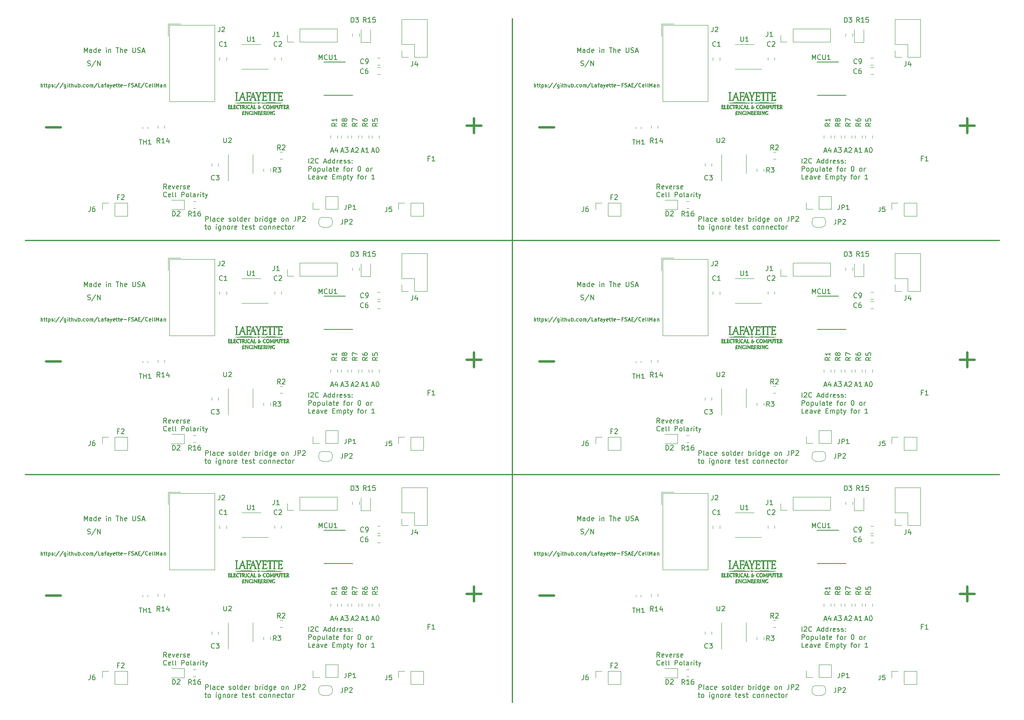
<source format=gbr>
*
%LPD*%
%LNCellMan-F_SilkS*%
%FSLAX25Y25*%
%MOIN*%
%AD*%
%AD*%
%ADD18C,0.01*%
%ADD21C,0.004724409*%
%ADD22C,0.005905512*%
%ADD28C,0.019685039*%
%ADD32C,0.000393701*%
%ADD33C,0.0075*%
G54D22*
%SRX1Y1I0.0J0.0*%
G1X151310Y15384D2*
G1X151310Y19321D1*
G1X152809Y19321D1*
G1X153184Y19133D1*
G1X153372Y18946D1*
G1X153559Y18571D1*
G1X153559Y18008D1*
G1X153372Y17633D1*
G1X153184Y17446D1*
G1X152809Y17258D1*
G1X151310Y17258D1*
G1X155809Y15384D2*
G1X155434Y15571D1*
G1X155247Y15946D1*
G1X155247Y19321D1*
G1X158996Y15384D2*
G1X158996Y17446D1*
G1X158809Y17821D1*
G1X158434Y18008D1*
G1X157684Y18008D1*
G1X157309Y17821D1*
G1X158996Y15571D2*
G1X158621Y15384D1*
G1X157684Y15384D1*
G1X157309Y15571D1*
G1X157121Y15946D1*
G1X157121Y16321D1*
G1X157309Y16696D1*
G1X157684Y16883D1*
G1X158621Y16883D1*
G1X158996Y17071D1*
G1X162558Y15571D2*
G1X162183Y15384D1*
G1X161433Y15384D1*
G1X161058Y15571D1*
G1X160871Y15759D1*
G1X160683Y16134D1*
G1X160683Y17258D1*
G1X160871Y17633D1*
G1X161058Y17821D1*
G1X161433Y18008D1*
G1X162183Y18008D1*
G1X162558Y17821D1*
G1X165745Y15571D2*
G1X165370Y15384D1*
G1X164620Y15384D1*
G1X164245Y15571D1*
G1X164058Y15946D1*
G1X164058Y17446D1*
G1X164245Y17821D1*
G1X164620Y18008D1*
G1X165370Y18008D1*
G1X165745Y17821D1*
G1X165933Y17446D1*
G1X165933Y17071D1*
G1X164058Y16696D1*
G1X170432Y15571D2*
G1X170807Y15384D1*
G1X171557Y15384D1*
G1X171932Y15571D1*
G1X172119Y15946D1*
G1X172119Y16134D1*
G1X171932Y16509D1*
G1X171557Y16696D1*
G1X170995Y16696D1*
G1X170620Y16883D1*
G1X170432Y17258D1*
G1X170432Y17446D1*
G1X170620Y17821D1*
G1X170995Y18008D1*
G1X171557Y18008D1*
G1X171932Y17821D1*
G1X174369Y15384D2*
G1X173994Y15571D1*
G1X173807Y15759D1*
G1X173619Y16134D1*
G1X173619Y17258D1*
G1X173807Y17633D1*
G1X173994Y17821D1*
G1X174369Y18008D1*
G1X174932Y18008D1*
G1X175307Y17821D1*
G1X175494Y17633D1*
G1X175682Y17258D1*
G1X175682Y16134D1*
G1X175494Y15759D1*
G1X175307Y15571D1*
G1X174932Y15384D1*
G1X174369Y15384D1*
G1X177931Y15384D2*
G1X177556Y15571D1*
G1X177369Y15946D1*
G1X177369Y19321D1*
G1X181118Y15384D2*
G1X181118Y19321D1*
G1X181118Y15571D2*
G1X180743Y15384D1*
G1X179994Y15384D1*
G1X179619Y15571D1*
G1X179431Y15759D1*
G1X179244Y16134D1*
G1X179244Y17258D1*
G1X179431Y17633D1*
G1X179619Y17821D1*
G1X179994Y18008D1*
G1X180743Y18008D1*
G1X181118Y17821D1*
G1X184493Y15571D2*
G1X184118Y15384D1*
G1X183368Y15384D1*
G1X182993Y15571D1*
G1X182806Y15946D1*
G1X182806Y17446D1*
G1X182993Y17821D1*
G1X183368Y18008D1*
G1X184118Y18008D1*
G1X184493Y17821D1*
G1X184680Y17446D1*
G1X184680Y17071D1*
G1X182806Y16696D1*
G1X186368Y15384D2*
G1X186368Y18008D1*
G1X186368Y17258D2*
G1X186555Y17633D1*
G1X186743Y17821D1*
G1X187118Y18008D1*
G1X187493Y18008D1*
G1X191805Y15384D2*
G1X191805Y19321D1*
G1X191805Y17821D2*
G1X192179Y18008D1*
G1X192929Y18008D1*
G1X193304Y17821D1*
G1X193492Y17633D1*
G1X193679Y17258D1*
G1X193679Y16134D1*
G1X193492Y15759D1*
G1X193304Y15571D1*
G1X192929Y15384D1*
G1X192179Y15384D1*
G1X191805Y15571D1*
G1X195367Y15384D2*
G1X195367Y18008D1*
G1X195367Y17258D2*
G1X195554Y17633D1*
G1X195742Y17821D1*
G1X196116Y18008D1*
G1X196491Y18008D1*
G1X197804Y15384D2*
G1X197804Y18008D1*
G1X197804Y19321D2*
G1X197616Y19133D1*
G1X197804Y18946D1*
G1X197991Y19133D1*
G1X197804Y19321D1*
G1X197804Y18946D1*
G1X201366Y15384D2*
G1X201366Y19321D1*
G1X201366Y15571D2*
G1X200991Y15384D1*
G1X200241Y15384D1*
G1X199866Y15571D1*
G1X199679Y15759D1*
G1X199491Y16134D1*
G1X199491Y17258D1*
G1X199679Y17633D1*
G1X199866Y17821D1*
G1X200241Y18008D1*
G1X200991Y18008D1*
G1X201366Y17821D1*
G1X204928Y18008D2*
G1X204928Y14821D1*
G1X204740Y14446D1*
G1X204553Y14259D1*
G1X204178Y14071D1*
G1X203616Y14071D1*
G1X203241Y14259D1*
G1X204928Y15571D2*
G1X204553Y15384D1*
G1X203803Y15384D1*
G1X203428Y15571D1*
G1X203241Y15759D1*
G1X203053Y16134D1*
G1X203053Y17258D1*
G1X203241Y17633D1*
G1X203428Y17821D1*
G1X203803Y18008D1*
G1X204553Y18008D1*
G1X204928Y17821D1*
G1X208302Y15571D2*
G1X207928Y15384D1*
G1X207178Y15384D1*
G1X206803Y15571D1*
G1X206615Y15946D1*
G1X206615Y17446D1*
G1X206803Y17821D1*
G1X207178Y18008D1*
G1X207928Y18008D1*
G1X208302Y17821D1*
G1X208490Y17446D1*
G1X208490Y17071D1*
G1X206615Y16696D1*
G1X213739Y15384D2*
G1X213364Y15571D1*
G1X213177Y15759D1*
G1X212989Y16134D1*
G1X212989Y17258D1*
G1X213177Y17633D1*
G1X213364Y17821D1*
G1X213739Y18008D1*
G1X214302Y18008D1*
G1X214677Y17821D1*
G1X214864Y17633D1*
G1X215052Y17258D1*
G1X215052Y16134D1*
G1X214864Y15759D1*
G1X214677Y15571D1*
G1X214302Y15384D1*
G1X213739Y15384D1*
G1X216739Y18008D2*
G1X216739Y15384D1*
G1X216739Y17633D2*
G1X216926Y17821D1*
G1X217301Y18008D1*
G1X217864Y18008D1*
G1X218239Y17821D1*
G1X218426Y17446D1*
G1X218426Y15384D1*
G1X224425Y19321D2*
G1X224425Y16509D1*
G1X224238Y15946D1*
G1X223863Y15571D1*
G1X223301Y15384D1*
G1X222926Y15384D1*
G1X226300Y15384D2*
G1X226300Y19321D1*
G1X227800Y19321D1*
G1X228175Y19133D1*
G1X228362Y18946D1*
G1X228550Y18571D1*
G1X228550Y18008D1*
G1X228362Y17633D1*
G1X228175Y17446D1*
G1X227800Y17258D1*
G1X226300Y17258D1*
G1X230050Y18946D2*
G1X230237Y19133D1*
G1X230612Y19321D1*
G1X231550Y19321D1*
G1X231925Y19133D1*
G1X232112Y18946D1*
G1X232299Y18571D1*
G1X232299Y18196D1*
G1X232112Y17633D1*
G1X229862Y15384D1*
G1X232299Y15384D1*
G1X150747Y11512D2*
G1X152247Y11512D1*
G1X151310Y12825D2*
G1X151310Y9450D1*
G1X151497Y9075D1*
G1X151872Y8888D1*
G1X152247Y8888D1*
G1X154122Y8888D2*
G1X153747Y9075D1*
G1X153559Y9263D1*
G1X153372Y9638D1*
G1X153372Y10762D1*
G1X153559Y11137D1*
G1X153747Y11325D1*
G1X154122Y11512D1*
G1X154684Y11512D1*
G1X155059Y11325D1*
G1X155247Y11137D1*
G1X155434Y10762D1*
G1X155434Y9638D1*
G1X155247Y9263D1*
G1X155059Y9075D1*
G1X154684Y8888D1*
G1X154122Y8888D1*
G1X160121Y8888D2*
G1X160121Y11512D1*
G1X160121Y12825D2*
G1X159934Y12637D1*
G1X160121Y12450D1*
G1X160308Y12637D1*
G1X160121Y12825D1*
G1X160121Y12450D1*
G1X163683Y11512D2*
G1X163683Y8325D1*
G1X163496Y7950D1*
G1X163308Y7763D1*
G1X162933Y7575D1*
G1X162371Y7575D1*
G1X161996Y7763D1*
G1X163683Y9075D2*
G1X163308Y8888D1*
G1X162558Y8888D1*
G1X162183Y9075D1*
G1X161996Y9263D1*
G1X161808Y9638D1*
G1X161808Y10762D1*
G1X161996Y11137D1*
G1X162183Y11325D1*
G1X162558Y11512D1*
G1X163308Y11512D1*
G1X163683Y11325D1*
G1X165558Y11512D2*
G1X165558Y8888D1*
G1X165558Y11137D2*
G1X165745Y11325D1*
G1X166120Y11512D1*
G1X166683Y11512D1*
G1X167058Y11325D1*
G1X167245Y10950D1*
G1X167245Y8888D1*
G1X169682Y8888D2*
G1X169307Y9075D1*
G1X169120Y9263D1*
G1X168932Y9638D1*
G1X168932Y10762D1*
G1X169120Y11137D1*
G1X169307Y11325D1*
G1X169682Y11512D1*
G1X170245Y11512D1*
G1X170620Y11325D1*
G1X170807Y11137D1*
G1X170995Y10762D1*
G1X170995Y9638D1*
G1X170807Y9263D1*
G1X170620Y9075D1*
G1X170245Y8888D1*
G1X169682Y8888D1*
G1X172682Y8888D2*
G1X172682Y11512D1*
G1X172682Y10762D2*
G1X172869Y11137D1*
G1X173057Y11325D1*
G1X173432Y11512D1*
G1X173807Y11512D1*
G1X176619Y9075D2*
G1X176244Y8888D1*
G1X175494Y8888D1*
G1X175119Y9075D1*
G1X174932Y9450D1*
G1X174932Y10950D1*
G1X175119Y11325D1*
G1X175494Y11512D1*
G1X176244Y11512D1*
G1X176619Y11325D1*
G1X176806Y10950D1*
G1X176806Y10575D1*
G1X174932Y10200D1*
G1X180931Y11512D2*
G1X182431Y11512D1*
G1X181493Y12825D2*
G1X181493Y9450D1*
G1X181681Y9075D1*
G1X182056Y8888D1*
G1X182431Y8888D1*
G1X185243Y9075D2*
G1X184868Y8888D1*
G1X184118Y8888D1*
G1X183743Y9075D1*
G1X183556Y9450D1*
G1X183556Y10950D1*
G1X183743Y11325D1*
G1X184118Y11512D1*
G1X184868Y11512D1*
G1X185243Y11325D1*
G1X185430Y10950D1*
G1X185430Y10575D1*
G1X183556Y10200D1*
G1X186930Y9075D2*
G1X187305Y8888D1*
G1X188055Y8888D1*
G1X188430Y9075D1*
G1X188617Y9450D1*
G1X188617Y9638D1*
G1X188430Y10012D1*
G1X188055Y10200D1*
G1X187493Y10200D1*
G1X187118Y10387D1*
G1X186930Y10762D1*
G1X186930Y10950D1*
G1X187118Y11325D1*
G1X187493Y11512D1*
G1X188055Y11512D1*
G1X188430Y11325D1*
G1X189742Y11512D2*
G1X191242Y11512D1*
G1X190305Y12825D2*
G1X190305Y9450D1*
G1X190492Y9075D1*
G1X190867Y8888D1*
G1X191242Y8888D1*
G1X197241Y9075D2*
G1X196866Y8888D1*
G1X196116Y8888D1*
G1X195742Y9075D1*
G1X195554Y9263D1*
G1X195367Y9638D1*
G1X195367Y10762D1*
G1X195554Y11137D1*
G1X195742Y11325D1*
G1X196116Y11512D1*
G1X196866Y11512D1*
G1X197241Y11325D1*
G1X199491Y8888D2*
G1X199116Y9075D1*
G1X198929Y9263D1*
G1X198741Y9638D1*
G1X198741Y10762D1*
G1X198929Y11137D1*
G1X199116Y11325D1*
G1X199491Y11512D1*
G1X200054Y11512D1*
G1X200428Y11325D1*
G1X200616Y11137D1*
G1X200803Y10762D1*
G1X200803Y9638D1*
G1X200616Y9263D1*
G1X200428Y9075D1*
G1X200054Y8888D1*
G1X199491Y8888D1*
G1X202491Y11512D2*
G1X202491Y8888D1*
G1X202491Y11137D2*
G1X202678Y11325D1*
G1X203053Y11512D1*
G1X203616Y11512D1*
G1X203991Y11325D1*
G1X204178Y10950D1*
G1X204178Y8888D1*
G1X206053Y11512D2*
G1X206053Y8888D1*
G1X206053Y11137D2*
G1X206240Y11325D1*
G1X206615Y11512D1*
G1X207178Y11512D1*
G1X207553Y11325D1*
G1X207740Y10950D1*
G1X207740Y8888D1*
G1X211115Y9075D2*
G1X210740Y8888D1*
G1X209990Y8888D1*
G1X209615Y9075D1*
G1X209427Y9450D1*
G1X209427Y10950D1*
G1X209615Y11325D1*
G1X209990Y11512D1*
G1X210740Y11512D1*
G1X211115Y11325D1*
G1X211302Y10950D1*
G1X211302Y10575D1*
G1X209427Y10200D1*
G1X214677Y9075D2*
G1X214302Y8888D1*
G1X213552Y8888D1*
G1X213177Y9075D1*
G1X212989Y9263D1*
G1X212802Y9638D1*
G1X212802Y10762D1*
G1X212989Y11137D1*
G1X213177Y11325D1*
G1X213552Y11512D1*
G1X214302Y11512D1*
G1X214677Y11325D1*
G1X215802Y11512D2*
G1X217301Y11512D1*
G1X216364Y12825D2*
G1X216364Y9450D1*
G1X216551Y9075D1*
G1X216926Y8888D1*
G1X217301Y8888D1*
G1X219176Y8888D2*
G1X218801Y9075D1*
G1X218614Y9263D1*
G1X218426Y9638D1*
G1X218426Y10762D1*
G1X218614Y11137D1*
G1X218801Y11325D1*
G1X219176Y11512D1*
G1X219739Y11512D1*
G1X220114Y11325D1*
G1X220301Y11137D1*
G1X220488Y10762D1*
G1X220488Y9638D1*
G1X220301Y9263D1*
G1X220114Y9075D1*
G1X219739Y8888D1*
G1X219176Y8888D1*
G1X222176Y8888D2*
G1X222176Y11512D1*
G1X222176Y10762D2*
G1X222363Y11137D1*
G1X222551Y11325D1*
G1X222926Y11512D1*
G1X223301Y11512D1*
G1X235010Y62452D2*
G1X235010Y66389D1*
G1X236697Y66014D2*
G1X236884Y66201D1*
G1X237259Y66389D1*
G1X238197Y66389D1*
G1X238572Y66201D1*
G1X238759Y66014D1*
G1X238947Y65639D1*
G1X238947Y65264D1*
G1X238759Y64701D1*
G1X236509Y62452D1*
G1X238947Y62452D1*
G1X242884Y62827D2*
G1X242696Y62639D1*
G1X242134Y62452D1*
G1X241759Y62452D1*
G1X241196Y62639D1*
G1X240821Y63014D1*
G1X240634Y63389D1*
G1X240446Y64139D1*
G1X240446Y64701D1*
G1X240634Y65451D1*
G1X240821Y65826D1*
G1X241196Y66201D1*
G1X241759Y66389D1*
G1X242134Y66389D1*
G1X242696Y66201D1*
G1X242884Y66014D1*
G1X247383Y63577D2*
G1X249258Y63577D1*
G1X247008Y62452D2*
G1X248320Y66389D1*
G1X249633Y62452D1*
G1X252632Y62452D2*
G1X252632Y66389D1*
G1X252632Y62639D2*
G1X252257Y62452D1*
G1X251508Y62452D1*
G1X251133Y62639D1*
G1X250945Y62827D1*
G1X250758Y63202D1*
G1X250758Y64326D1*
G1X250945Y64701D1*
G1X251133Y64889D1*
G1X251508Y65076D1*
G1X252257Y65076D1*
G1X252632Y64889D1*
G1X256194Y62452D2*
G1X256194Y66389D1*
G1X256194Y62639D2*
G1X255819Y62452D1*
G1X255070Y62452D1*
G1X254695Y62639D1*
G1X254507Y62827D1*
G1X254320Y63202D1*
G1X254320Y64326D1*
G1X254507Y64701D1*
G1X254695Y64889D1*
G1X255070Y65076D1*
G1X255819Y65076D1*
G1X256194Y64889D1*
G1X258069Y62452D2*
G1X258069Y65076D1*
G1X258069Y64326D2*
G1X258257Y64701D1*
G1X258444Y64889D1*
G1X258819Y65076D1*
G1X259194Y65076D1*
G1X262006Y62639D2*
G1X261631Y62452D1*
G1X260881Y62452D1*
G1X260506Y62639D1*
G1X260319Y63014D1*
G1X260319Y64514D1*
G1X260506Y64889D1*
G1X260881Y65076D1*
G1X261631Y65076D1*
G1X262006Y64889D1*
G1X262194Y64514D1*
G1X262194Y64139D1*
G1X260319Y63764D1*
G1X263694Y62639D2*
G1X264068Y62452D1*
G1X264818Y62452D1*
G1X265193Y62639D1*
G1X265381Y63014D1*
G1X265381Y63202D1*
G1X265193Y63577D1*
G1X264818Y63764D1*
G1X264256Y63764D1*
G1X263881Y63951D1*
G1X263694Y64326D1*
G1X263694Y64514D1*
G1X263881Y64889D1*
G1X264256Y65076D1*
G1X264818Y65076D1*
G1X265193Y64889D1*
G1X266881Y62639D2*
G1X267256Y62452D1*
G1X268005Y62452D1*
G1X268380Y62639D1*
G1X268568Y63014D1*
G1X268568Y63202D1*
G1X268380Y63577D1*
G1X268005Y63764D1*
G1X267443Y63764D1*
G1X267068Y63951D1*
G1X266881Y64326D1*
G1X266881Y64514D1*
G1X267068Y64889D1*
G1X267443Y65076D1*
G1X268005Y65076D1*
G1X268380Y64889D1*
G1X270255Y62827D2*
G1X270443Y62639D1*
G1X270255Y62452D1*
G1X270068Y62639D1*
G1X270255Y62827D1*
G1X270255Y62452D1*
G1X270255Y64889D2*
G1X270443Y64701D1*
G1X270255Y64514D1*
G1X270068Y64701D1*
G1X270255Y64889D1*
G1X270255Y64514D1*
G1X235010Y55956D2*
G1X235010Y59893D1*
G1X236509Y59893D1*
G1X236884Y59705D1*
G1X237072Y59518D1*
G1X237259Y59143D1*
G1X237259Y58580D1*
G1X237072Y58205D1*
G1X236884Y58018D1*
G1X236509Y57830D1*
G1X235010Y57830D1*
G1X239509Y55956D2*
G1X239134Y56143D1*
G1X238947Y56331D1*
G1X238759Y56706D1*
G1X238759Y57830D1*
G1X238947Y58205D1*
G1X239134Y58393D1*
G1X239509Y58580D1*
G1X240071Y58580D1*
G1X240446Y58393D1*
G1X240634Y58205D1*
G1X240821Y57830D1*
G1X240821Y56706D1*
G1X240634Y56331D1*
G1X240446Y56143D1*
G1X240071Y55956D1*
G1X239509Y55956D1*
G1X242509Y58580D2*
G1X242509Y54643D1*
G1X242509Y58393D2*
G1X242884Y58580D1*
G1X243634Y58580D1*
G1X244008Y58393D1*
G1X244196Y58205D1*
G1X244383Y57830D1*
G1X244383Y56706D1*
G1X244196Y56331D1*
G1X244008Y56143D1*
G1X243634Y55956D1*
G1X242884Y55956D1*
G1X242509Y56143D1*
G1X247758Y58580D2*
G1X247758Y55956D1*
G1X246071Y58580D2*
G1X246071Y56518D1*
G1X246258Y56143D1*
G1X246633Y55956D1*
G1X247196Y55956D1*
G1X247571Y56143D1*
G1X247758Y56331D1*
G1X250195Y55956D2*
G1X249820Y56143D1*
G1X249633Y56518D1*
G1X249633Y59893D1*
G1X253382Y55956D2*
G1X253382Y58018D1*
G1X253195Y58393D1*
G1X252820Y58580D1*
G1X252070Y58580D1*
G1X251695Y58393D1*
G1X253382Y56143D2*
G1X253007Y55956D1*
G1X252070Y55956D1*
G1X251695Y56143D1*
G1X251508Y56518D1*
G1X251508Y56893D1*
G1X251695Y57268D1*
G1X252070Y57455D1*
G1X253007Y57455D1*
G1X253382Y57643D1*
G1X254695Y58580D2*
G1X256194Y58580D1*
G1X255257Y59893D2*
G1X255257Y56518D1*
G1X255445Y56143D1*
G1X255819Y55956D1*
G1X256194Y55956D1*
G1X259007Y56143D2*
G1X258632Y55956D1*
G1X257882Y55956D1*
G1X257507Y56143D1*
G1X257319Y56518D1*
G1X257319Y58018D1*
G1X257507Y58393D1*
G1X257882Y58580D1*
G1X258632Y58580D1*
G1X259007Y58393D1*
G1X259194Y58018D1*
G1X259194Y57643D1*
G1X257319Y57268D1*
G1X263319Y58580D2*
G1X264818Y58580D1*
G1X263881Y55956D2*
G1X263881Y59330D1*
G1X264068Y59705D1*
G1X264443Y59893D1*
G1X264818Y59893D1*
G1X266693Y55956D2*
G1X266318Y56143D1*
G1X266131Y56331D1*
G1X265943Y56706D1*
G1X265943Y57830D1*
G1X266131Y58205D1*
G1X266318Y58393D1*
G1X266693Y58580D1*
G1X267256Y58580D1*
G1X267631Y58393D1*
G1X267818Y58205D1*
G1X268005Y57830D1*
G1X268005Y56706D1*
G1X267818Y56331D1*
G1X267631Y56143D1*
G1X267256Y55956D1*
G1X266693Y55956D1*
G1X269693Y55956D2*
G1X269693Y58580D1*
G1X269693Y57830D2*
G1X269880Y58205D1*
G1X270068Y58393D1*
G1X270443Y58580D1*
G1X270818Y58580D1*
G1X275879Y59893D2*
G1X276254Y59893D1*
G1X276629Y59705D1*
G1X276817Y59518D1*
G1X277004Y59143D1*
G1X277192Y58393D1*
G1X277192Y57455D1*
G1X277004Y56706D1*
G1X276817Y56331D1*
G1X276629Y56143D1*
G1X276254Y55956D1*
G1X275879Y55956D1*
G1X275505Y56143D1*
G1X275317Y56331D1*
G1X275130Y56706D1*
G1X274942Y57455D1*
G1X274942Y58393D1*
G1X275130Y59143D1*
G1X275317Y59518D1*
G1X275505Y59705D1*
G1X275879Y59893D1*
G1X282441Y55956D2*
G1X282066Y56143D1*
G1X281879Y56331D1*
G1X281691Y56706D1*
G1X281691Y57830D1*
G1X281879Y58205D1*
G1X282066Y58393D1*
G1X282441Y58580D1*
G1X283004Y58580D1*
G1X283379Y58393D1*
G1X283566Y58205D1*
G1X283754Y57830D1*
G1X283754Y56706D1*
G1X283566Y56331D1*
G1X283379Y56143D1*
G1X283004Y55956D1*
G1X282441Y55956D1*
G1X285441Y55956D2*
G1X285441Y58580D1*
G1X285441Y57830D2*
G1X285628Y58205D1*
G1X285816Y58393D1*
G1X286191Y58580D1*
G1X286566Y58580D1*
G1X236884Y49460D2*
G1X235010Y49460D1*
G1X235010Y53397D1*
G1X239696Y49647D2*
G1X239322Y49460D1*
G1X238572Y49460D1*
G1X238197Y49647D1*
G1X238009Y50022D1*
G1X238009Y51522D1*
G1X238197Y51897D1*
G1X238572Y52084D1*
G1X239322Y52084D1*
G1X239696Y51897D1*
G1X239884Y51522D1*
G1X239884Y51147D1*
G1X238009Y50772D1*
G1X243259Y49460D2*
G1X243259Y51522D1*
G1X243071Y51897D1*
G1X242696Y52084D1*
G1X241946Y52084D1*
G1X241571Y51897D1*
G1X243259Y49647D2*
G1X242884Y49460D1*
G1X241946Y49460D1*
G1X241571Y49647D1*
G1X241384Y50022D1*
G1X241384Y50397D1*
G1X241571Y50772D1*
G1X241946Y50959D1*
G1X242884Y50959D1*
G1X243259Y51147D1*
G1X244758Y52084D2*
G1X245696Y49460D1*
G1X246633Y52084D1*
G1X249633Y49647D2*
G1X249258Y49460D1*
G1X248508Y49460D1*
G1X248133Y49647D1*
G1X247945Y50022D1*
G1X247945Y51522D1*
G1X248133Y51897D1*
G1X248508Y52084D1*
G1X249258Y52084D1*
G1X249633Y51897D1*
G1X249820Y51522D1*
G1X249820Y51147D1*
G1X247945Y50772D1*
G1X254507Y51522D2*
G1X255819Y51522D1*
G1X256382Y49460D2*
G1X254507Y49460D1*
G1X254507Y53397D1*
G1X256382Y53397D1*
G1X258069Y49460D2*
G1X258069Y52084D1*
G1X258069Y51709D2*
G1X258257Y51897D1*
G1X258632Y52084D1*
G1X259194Y52084D1*
G1X259569Y51897D1*
G1X259756Y51522D1*
G1X259756Y49460D1*
G1X259756Y51522D2*
G1X259944Y51897D1*
G1X260319Y52084D1*
G1X260881Y52084D1*
G1X261256Y51897D1*
G1X261444Y51522D1*
G1X261444Y49460D1*
G1X263319Y52084D2*
G1X263319Y48147D1*
G1X263319Y51897D2*
G1X263694Y52084D1*
G1X264443Y52084D1*
G1X264818Y51897D1*
G1X265006Y51709D1*
G1X265193Y51334D1*
G1X265193Y50209D1*
G1X265006Y49835D1*
G1X264818Y49647D1*
G1X264443Y49460D1*
G1X263694Y49460D1*
G1X263319Y49647D1*
G1X266318Y52084D2*
G1X267818Y52084D1*
G1X266881Y53397D2*
G1X266881Y50022D1*
G1X267068Y49647D1*
G1X267443Y49460D1*
G1X267818Y49460D1*
G1X268755Y52084D2*
G1X269693Y49460D1*
G1X270630Y52084D2*
G1X269693Y49460D1*
G1X269318Y48522D1*
G1X269130Y48335D1*
G1X268755Y48147D1*
G1X274567Y52084D2*
G1X276067Y52084D1*
G1X275130Y49460D2*
G1X275130Y52834D1*
G1X275317Y53209D1*
G1X275692Y53397D1*
G1X276067Y53397D1*
G1X277942Y49460D2*
G1X277567Y49647D1*
G1X277379Y49835D1*
G1X277192Y50209D1*
G1X277192Y51334D1*
G1X277379Y51709D1*
G1X277567Y51897D1*
G1X277942Y52084D1*
G1X278504Y52084D1*
G1X278879Y51897D1*
G1X279067Y51709D1*
G1X279254Y51334D1*
G1X279254Y50209D1*
G1X279067Y49835D1*
G1X278879Y49647D1*
G1X278504Y49460D1*
G1X277942Y49460D1*
G1X280941Y49460D2*
G1X280941Y52084D1*
G1X280941Y51334D2*
G1X281129Y51709D1*
G1X281316Y51897D1*
G1X281691Y52084D1*
G1X282066Y52084D1*
G1X288440Y49460D2*
G1X286191Y49460D1*
G1X287316Y49460D2*
G1X287316Y53397D1*
G1X286941Y52834D1*
G1X286566Y52459D1*
G1X286191Y52272D1*
G1X286276Y72320D2*
G1X288151Y72320D1*
G1X285901Y71196D2*
G1X287214Y75133D1*
G1X288526Y71196D1*
G1X290588Y75133D2*
G1X290963Y75133D1*
G1X291338Y74945D1*
G1X291526Y74758D1*
G1X291713Y74383D1*
G1X291901Y73633D1*
G1X291901Y72695D1*
G1X291713Y71946D1*
G1X291526Y71571D1*
G1X291338Y71383D1*
G1X290963Y71196D1*
G1X290588Y71196D1*
G1X290213Y71383D1*
G1X290026Y71571D1*
G1X289838Y71946D1*
G1X289651Y72695D1*
G1X289651Y73633D1*
G1X289838Y74383D1*
G1X290026Y74758D1*
G1X290213Y74945D1*
G1X290588Y75133D1*
G1X277951Y72320D2*
G1X279826Y72320D1*
G1X277576Y71196D2*
G1X278889Y75133D1*
G1X280201Y71196D1*
G1X283576Y71196D2*
G1X281326Y71196D1*
G1X282451Y71196D2*
G1X282451Y75133D1*
G1X282076Y74570D1*
G1X281701Y74195D1*
G1X281326Y74008D1*
G1X269626Y72270D2*
G1X271501Y72270D1*
G1X269251Y71146D2*
G1X270564Y75083D1*
G1X271876Y71146D1*
G1X273001Y74708D2*
G1X273188Y74895D1*
G1X273563Y75083D1*
G1X274501Y75083D1*
G1X274876Y74895D1*
G1X275063Y74708D1*
G1X275251Y74333D1*
G1X275251Y73958D1*
G1X275063Y73395D1*
G1X272813Y71146D1*
G1X275251Y71146D1*
G1X261301Y72320D2*
G1X263176Y72320D1*
G1X260926Y71196D2*
G1X262239Y75133D1*
G1X263551Y71196D1*
G1X264488Y75133D2*
G1X266926Y75133D1*
G1X265613Y73633D1*
G1X266176Y73633D1*
G1X266551Y73445D1*
G1X266738Y73258D1*
G1X266926Y72883D1*
G1X266926Y71946D1*
G1X266738Y71571D1*
G1X266551Y71383D1*
G1X266176Y71196D1*
G1X265051Y71196D1*
G1X264676Y71383D1*
G1X264488Y71571D1*
G1X252976Y72320D2*
G1X254851Y72320D1*
G1X252601Y71196D2*
G1X253914Y75133D1*
G1X255226Y71196D1*
G1X258226Y73820D2*
G1X258226Y71196D1*
G1X257288Y75320D2*
G1X256351Y72508D1*
G1X258788Y72508D1*
G1X119786Y41581D2*
G1X118474Y43456D1*
G1X117536Y41581D2*
G1X117536Y45518D1*
G1X119036Y45518D1*
G1X119411Y45331D1*
G1X119599Y45144D1*
G1X119786Y44769D1*
G1X119786Y44206D1*
G1X119599Y43831D1*
G1X119411Y43644D1*
G1X119036Y43456D1*
G1X117536Y43456D1*
G1X122973Y41769D2*
G1X122598Y41581D1*
G1X121848Y41581D1*
G1X121473Y41769D1*
G1X121286Y42144D1*
G1X121286Y43644D1*
G1X121473Y44019D1*
G1X121848Y44206D1*
G1X122598Y44206D1*
G1X122973Y44019D1*
G1X123161Y43644D1*
G1X123161Y43269D1*
G1X121286Y42894D1*
G1X124473Y44206D2*
G1X125410Y41581D1*
G1X126348Y44206D1*
G1X129347Y41769D2*
G1X128972Y41581D1*
G1X128223Y41581D1*
G1X127848Y41769D1*
G1X127660Y42144D1*
G1X127660Y43644D1*
G1X127848Y44019D1*
G1X128223Y44206D1*
G1X128972Y44206D1*
G1X129347Y44019D1*
G1X129535Y43644D1*
G1X129535Y43269D1*
G1X127660Y42894D1*
G1X131222Y41581D2*
G1X131222Y44206D1*
G1X131222Y43456D2*
G1X131410Y43831D1*
G1X131597Y44019D1*
G1X131972Y44206D1*
G1X132347Y44206D1*
G1X133472Y41769D2*
G1X133847Y41581D1*
G1X134597Y41581D1*
G1X134972Y41769D1*
G1X135159Y42144D1*
G1X135159Y42331D1*
G1X134972Y42706D1*
G1X134597Y42894D1*
G1X134034Y42894D1*
G1X133659Y43081D1*
G1X133472Y43456D1*
G1X133472Y43644D1*
G1X133659Y44019D1*
G1X134034Y44206D1*
G1X134597Y44206D1*
G1X134972Y44019D1*
G1X138346Y41769D2*
G1X137971Y41581D1*
G1X137221Y41581D1*
G1X136846Y41769D1*
G1X136659Y42144D1*
G1X136659Y43644D1*
G1X136846Y44019D1*
G1X137221Y44206D1*
G1X137971Y44206D1*
G1X138346Y44019D1*
G1X138534Y43644D1*
G1X138534Y43269D1*
G1X136659Y42894D1*
G1X119786Y35460D2*
G1X119599Y35273D1*
G1X119036Y35085D1*
G1X118661Y35085D1*
G1X118099Y35273D1*
G1X117724Y35648D1*
G1X117536Y36023D1*
G1X117349Y36773D1*
G1X117349Y37335D1*
G1X117536Y38085D1*
G1X117724Y38460D1*
G1X118099Y38835D1*
G1X118661Y39022D1*
G1X119036Y39022D1*
G1X119599Y38835D1*
G1X119786Y38647D1*
G1X122973Y35273D2*
G1X122598Y35085D1*
G1X121848Y35085D1*
G1X121473Y35273D1*
G1X121286Y35648D1*
G1X121286Y37148D1*
G1X121473Y37523D1*
G1X121848Y37710D1*
G1X122598Y37710D1*
G1X122973Y37523D1*
G1X123161Y37148D1*
G1X123161Y36773D1*
G1X121286Y36398D1*
G1X125410Y35085D2*
G1X125035Y35273D1*
G1X124848Y35648D1*
G1X124848Y39022D1*
G1X127473Y35085D2*
G1X127098Y35273D1*
G1X126910Y35648D1*
G1X126910Y39022D1*
G1X131972Y35085D2*
G1X131972Y39022D1*
G1X133472Y39022D1*
G1X133847Y38835D1*
G1X134034Y38647D1*
G1X134222Y38272D1*
G1X134222Y37710D1*
G1X134034Y37335D1*
G1X133847Y37148D1*
G1X133472Y36960D1*
G1X131972Y36960D1*
G1X136471Y35085D2*
G1X136097Y35273D1*
G1X135909Y35460D1*
G1X135722Y35835D1*
G1X135722Y36960D1*
G1X135909Y37335D1*
G1X136097Y37523D1*
G1X136471Y37710D1*
G1X137034Y37710D1*
G1X137409Y37523D1*
G1X137596Y37335D1*
G1X137784Y36960D1*
G1X137784Y35835D1*
G1X137596Y35460D1*
G1X137409Y35273D1*
G1X137034Y35085D1*
G1X136471Y35085D1*
G1X140034Y35085D2*
G1X139659Y35273D1*
G1X139471Y35648D1*
G1X139471Y39022D1*
G1X143221Y35085D2*
G1X143221Y37148D1*
G1X143033Y37523D1*
G1X142658Y37710D1*
G1X141908Y37710D1*
G1X141533Y37523D1*
G1X143221Y35273D2*
G1X142846Y35085D1*
G1X141908Y35085D1*
G1X141533Y35273D1*
G1X141346Y35648D1*
G1X141346Y36023D1*
G1X141533Y36398D1*
G1X141908Y36585D1*
G1X142846Y36585D1*
G1X143221Y36773D1*
G1X145095Y35085D2*
G1X145095Y37710D1*
G1X145095Y36960D2*
G1X145283Y37335D1*
G1X145470Y37523D1*
G1X145845Y37710D1*
G1X146220Y37710D1*
G1X147533Y35085D2*
G1X147533Y37710D1*
G1X147533Y39022D2*
G1X147345Y38835D1*
G1X147533Y38647D1*
G1X147720Y38835D1*
G1X147533Y39022D1*
G1X147533Y38647D1*
G1X148845Y37710D2*
G1X150345Y37710D1*
G1X149407Y39022D2*
G1X149407Y35648D1*
G1X149595Y35273D1*
G1X149970Y35085D1*
G1X150345Y35085D1*
G1X151282Y37710D2*
G1X152220Y35085D1*
G1X153157Y37710D2*
G1X152220Y35085D1*
G1X151845Y34148D1*
G1X151657Y33961D1*
G1X151282Y33773D1*
G1X55697Y141848D2*
G1X56259Y141661D1*
G1X57197Y141661D1*
G1X57571Y141848D1*
G1X57759Y142036D1*
G1X57946Y142411D1*
G1X57946Y142786D1*
G1X57759Y143160D1*
G1X57571Y143348D1*
G1X57197Y143535D1*
G1X56447Y143723D1*
G1X56072Y143910D1*
G1X55884Y144098D1*
G1X55697Y144473D1*
G1X55697Y144848D1*
G1X55884Y145223D1*
G1X56072Y145410D1*
G1X56447Y145598D1*
G1X57384Y145598D1*
G1X57946Y145410D1*
G1X62446Y145785D2*
G1X59071Y140723D1*
G1X63758Y141661D2*
G1X63758Y145598D1*
G1X66008Y141661D1*
G1X66008Y145598D1*
G1X17908Y124380D2*
G54D33*
G1X17908Y127380D1*
G1X19194Y124380D2*
G1X19194Y125951D1*
G1X19051Y126237D1*
G1X18765Y126380D1*
G1X18337Y126380D1*
G1X18051Y126237D1*
G1X17908Y126094D1*
G1X20194Y126380D2*
G1X21337Y126380D1*
G1X20623Y127380D2*
G1X20623Y124808D1*
G1X20765Y124522D1*
G1X21051Y124380D1*
G1X21337Y124380D1*
G1X21908Y126380D2*
G1X23051Y126380D1*
G1X22337Y127380D2*
G1X22337Y124808D1*
G1X22480Y124522D1*
G1X22765Y124380D1*
G1X23051Y124380D1*
G1X24051Y126380D2*
G1X24051Y123380D1*
G1X24051Y126237D2*
G1X24337Y126380D1*
G1X24908Y126380D1*
G1X25194Y126237D1*
G1X25337Y126094D1*
G1X25480Y125808D1*
G1X25480Y124951D1*
G1X25337Y124665D1*
G1X25194Y124522D1*
G1X24908Y124380D1*
G1X24337Y124380D1*
G1X24051Y124522D1*
G1X26623Y124522D2*
G1X26908Y124380D1*
G1X27480Y124380D1*
G1X27765Y124522D1*
G1X27908Y124808D1*
G1X27908Y124951D1*
G1X27765Y125237D1*
G1X27480Y125380D1*
G1X27051Y125380D1*
G1X26765Y125522D1*
G1X26623Y125808D1*
G1X26623Y125951D1*
G1X26765Y126237D1*
G1X27051Y126380D1*
G1X27480Y126380D1*
G1X27765Y126237D1*
G1X29194Y124665D2*
G1X29337Y124522D1*
G1X29194Y124380D1*
G1X29051Y124522D1*
G1X29194Y124665D1*
G1X29194Y124380D1*
G1X29194Y126237D2*
G1X29337Y126094D1*
G1X29194Y125951D1*
G1X29051Y126094D1*
G1X29194Y126237D1*
G1X29194Y125951D1*
G1X32765Y127522D2*
G1X30194Y123665D1*
G1X35908Y127522D2*
G1X33337Y123665D1*
G1X38194Y126380D2*
G1X38194Y123951D1*
G1X38051Y123665D1*
G1X37908Y123522D1*
G1X37623Y123380D1*
G1X37194Y123380D1*
G1X36908Y123522D1*
G1X38194Y124522D2*
G1X37908Y124380D1*
G1X37337Y124380D1*
G1X37051Y124522D1*
G1X36908Y124665D1*
G1X36765Y124951D1*
G1X36765Y125808D1*
G1X36908Y126094D1*
G1X37051Y126237D1*
G1X37337Y126380D1*
G1X37908Y126380D1*
G1X38194Y126237D1*
G1X39623Y124380D2*
G1X39623Y126380D1*
G1X39623Y127380D2*
G1X39480Y127237D1*
G1X39623Y127094D1*
G1X39765Y127237D1*
G1X39623Y127380D1*
G1X39623Y127094D1*
G1X40623Y126380D2*
G1X41765Y126380D1*
G1X41051Y127380D2*
G1X41051Y124808D1*
G1X41194Y124522D1*
G1X41480Y124380D1*
G1X41765Y124380D1*
G1X42765Y124380D2*
G1X42765Y127380D1*
G1X44051Y124380D2*
G1X44051Y125951D1*
G1X43908Y126237D1*
G1X43623Y126380D1*
G1X43194Y126380D1*
G1X42908Y126237D1*
G1X42765Y126094D1*
G1X46765Y126380D2*
G1X46765Y124380D1*
G1X45480Y126380D2*
G1X45480Y124808D1*
G1X45623Y124522D1*
G1X45908Y124380D1*
G1X46337Y124380D1*
G1X46623Y124522D1*
G1X46765Y124665D1*
G1X48194Y124380D2*
G1X48194Y127380D1*
G1X48194Y126237D2*
G1X48480Y126380D1*
G1X49051Y126380D1*
G1X49337Y126237D1*
G1X49480Y126094D1*
G1X49623Y125808D1*
G1X49623Y124951D1*
G1X49480Y124665D1*
G1X49337Y124522D1*
G1X49051Y124380D1*
G1X48480Y124380D1*
G1X48194Y124522D1*
G1X50908Y124665D2*
G1X51051Y124522D1*
G1X50908Y124380D1*
G1X50765Y124522D1*
G1X50908Y124665D1*
G1X50908Y124380D1*
G1X53623Y124522D2*
G1X53337Y124380D1*
G1X52765Y124380D1*
G1X52480Y124522D1*
G1X52337Y124665D1*
G1X52194Y124951D1*
G1X52194Y125808D1*
G1X52337Y126094D1*
G1X52480Y126237D1*
G1X52765Y126380D1*
G1X53337Y126380D1*
G1X53623Y126237D1*
G1X55337Y124380D2*
G1X55051Y124522D1*
G1X54908Y124665D1*
G1X54765Y124951D1*
G1X54765Y125808D1*
G1X54908Y126094D1*
G1X55051Y126237D1*
G1X55337Y126380D1*
G1X55765Y126380D1*
G1X56051Y126237D1*
G1X56194Y126094D1*
G1X56337Y125808D1*
G1X56337Y124951D1*
G1X56194Y124665D1*
G1X56051Y124522D1*
G1X55765Y124380D1*
G1X55337Y124380D1*
G1X57623Y124380D2*
G1X57623Y126380D1*
G1X57623Y126094D2*
G1X57765Y126237D1*
G1X58051Y126380D1*
G1X58480Y126380D1*
G1X58765Y126237D1*
G1X58908Y125951D1*
G1X58908Y124380D1*
G1X58908Y125951D2*
G1X59051Y126237D1*
G1X59337Y126380D1*
G1X59765Y126380D1*
G1X60051Y126237D1*
G1X60194Y125951D1*
G1X60194Y124380D1*
G1X63765Y127522D2*
G1X61194Y123665D1*
G1X66194Y124380D2*
G1X64765Y124380D1*
G1X64765Y127380D1*
G1X68480Y124380D2*
G1X68480Y125951D1*
G1X68337Y126237D1*
G1X68051Y126380D1*
G1X67480Y126380D1*
G1X67194Y126237D1*
G1X68480Y124522D2*
G1X68194Y124380D1*
G1X67480Y124380D1*
G1X67194Y124522D1*
G1X67051Y124808D1*
G1X67051Y125094D1*
G1X67194Y125380D1*
G1X67480Y125522D1*
G1X68194Y125522D1*
G1X68480Y125665D1*
G1X69480Y126380D2*
G1X70623Y126380D1*
G1X69908Y124380D2*
G1X69908Y126951D1*
G1X70051Y127237D1*
G1X70337Y127380D1*
G1X70623Y127380D1*
G1X72908Y124380D2*
G1X72908Y125951D1*
G1X72765Y126237D1*
G1X72480Y126380D1*
G1X71908Y126380D1*
G1X71623Y126237D1*
G1X72908Y124522D2*
G1X72623Y124380D1*
G1X71908Y124380D1*
G1X71623Y124522D1*
G1X71480Y124808D1*
G1X71480Y125094D1*
G1X71623Y125380D1*
G1X71908Y125522D1*
G1X72623Y125522D1*
G1X72908Y125665D1*
G1X74051Y126380D2*
G1X74765Y124380D1*
G1X75480Y126380D2*
G1X74765Y124380D1*
G1X74480Y123665D1*
G1X74337Y123522D1*
G1X74051Y123380D1*
G1X77765Y124522D2*
G1X77480Y124380D1*
G1X76908Y124380D1*
G1X76623Y124522D1*
G1X76480Y124808D1*
G1X76480Y125951D1*
G1X76623Y126237D1*
G1X76908Y126380D1*
G1X77480Y126380D1*
G1X77765Y126237D1*
G1X77908Y125951D1*
G1X77908Y125665D1*
G1X76480Y125380D1*
G1X78765Y126380D2*
G1X79908Y126380D1*
G1X79194Y127380D2*
G1X79194Y124808D1*
G1X79337Y124522D1*
G1X79623Y124380D1*
G1X79908Y124380D1*
G1X80480Y126380D2*
G1X81623Y126380D1*
G1X80908Y127380D2*
G1X80908Y124808D1*
G1X81051Y124522D1*
G1X81337Y124380D1*
G1X81623Y124380D1*
G1X83765Y124522D2*
G1X83480Y124380D1*
G1X82908Y124380D1*
G1X82623Y124522D1*
G1X82480Y124808D1*
G1X82480Y125951D1*
G1X82623Y126237D1*
G1X82908Y126380D1*
G1X83480Y126380D1*
G1X83765Y126237D1*
G1X83908Y125951D1*
G1X83908Y125665D1*
G1X82480Y125380D1*
G1X85194Y125522D2*
G1X87480Y125522D1*
G1X89908Y125951D2*
G1X88908Y125951D1*
G1X88908Y124380D2*
G1X88908Y127380D1*
G1X90337Y127380D1*
G1X91337Y124522D2*
G1X91765Y124380D1*
G1X92480Y124380D1*
G1X92765Y124522D1*
G1X92908Y124665D1*
G1X93051Y124951D1*
G1X93051Y125237D1*
G1X92908Y125522D1*
G1X92765Y125665D1*
G1X92480Y125808D1*
G1X91908Y125951D1*
G1X91623Y126094D1*
G1X91480Y126237D1*
G1X91337Y126522D1*
G1X91337Y126808D1*
G1X91480Y127094D1*
G1X91623Y127237D1*
G1X91908Y127380D1*
G1X92623Y127380D1*
G1X93051Y127237D1*
G1X94194Y125237D2*
G1X95623Y125237D1*
G1X93908Y124380D2*
G1X94908Y127380D1*
G1X95908Y124380D1*
G1X96908Y125951D2*
G1X97908Y125951D1*
G1X98337Y124380D2*
G1X96908Y124380D1*
G1X96908Y127380D1*
G1X98337Y127380D1*
G1X101765Y127522D2*
G1X99194Y123665D1*
G1X104480Y124665D2*
G1X104337Y124522D1*
G1X103908Y124380D1*
G1X103623Y124380D1*
G1X103194Y124522D1*
G1X102908Y124808D1*
G1X102765Y125094D1*
G1X102623Y125665D1*
G1X102623Y126094D1*
G1X102765Y126665D1*
G1X102908Y126951D1*
G1X103194Y127237D1*
G1X103623Y127380D1*
G1X103908Y127380D1*
G1X104337Y127237D1*
G1X104480Y127094D1*
G1X106908Y124522D2*
G1X106623Y124380D1*
G1X106051Y124380D1*
G1X105765Y124522D1*
G1X105623Y124808D1*
G1X105623Y125951D1*
G1X105765Y126237D1*
G1X106051Y126380D1*
G1X106623Y126380D1*
G1X106908Y126237D1*
G1X107051Y125951D1*
G1X107051Y125665D1*
G1X105623Y125380D1*
G1X108765Y124380D2*
G1X108480Y124522D1*
G1X108337Y124808D1*
G1X108337Y127380D1*
G1X110337Y124380D2*
G1X110051Y124522D1*
G1X109908Y124808D1*
G1X109908Y127380D1*
G1X111480Y124380D2*
G1X111480Y127380D1*
G1X112480Y125237D1*
G1X113480Y127380D1*
G1X113480Y124380D1*
G1X116194Y124380D2*
G1X116194Y125951D1*
G1X116051Y126237D1*
G1X115765Y126380D1*
G1X115194Y126380D1*
G1X114908Y126237D1*
G1X116194Y124522D2*
G1X115908Y124380D1*
G1X115194Y124380D1*
G1X114908Y124522D1*
G1X114765Y124808D1*
G1X114765Y125094D1*
G1X114908Y125380D1*
G1X115194Y125522D1*
G1X115908Y125522D1*
G1X116194Y125665D1*
G1X117623Y126380D2*
G1X117623Y124380D1*
G1X117623Y126094D2*
G1X117765Y126237D1*
G1X118051Y126380D1*
G1X118480Y126380D1*
G1X118765Y126237D1*
G1X118908Y125951D1*
G1X118908Y124380D1*
G1X52950Y152256D2*
G54D22*
G1X52950Y156193D1*
G1X54262Y153380D1*
G1X55574Y156193D1*
G1X55574Y152256D1*
G1X59136Y152256D2*
G1X59136Y154318D1*
G1X58949Y154693D1*
G1X58574Y154880D1*
G1X57824Y154880D1*
G1X57449Y154693D1*
G1X59136Y152443D2*
G1X58761Y152256D1*
G1X57824Y152256D1*
G1X57449Y152443D1*
G1X57262Y152818D1*
G1X57262Y153193D1*
G1X57449Y153568D1*
G1X57824Y153755D1*
G1X58761Y153755D1*
G1X59136Y153943D1*
G1X62698Y152256D2*
G1X62698Y156193D1*
G1X62698Y152443D2*
G1X62323Y152256D1*
G1X61574Y152256D1*
G1X61199Y152443D1*
G1X61011Y152631D1*
G1X60824Y153006D1*
G1X60824Y154130D1*
G1X61011Y154505D1*
G1X61199Y154693D1*
G1X61574Y154880D1*
G1X62323Y154880D1*
G1X62698Y154693D1*
G1X66073Y152443D2*
G1X65698Y152256D1*
G1X64948Y152256D1*
G1X64573Y152443D1*
G1X64386Y152818D1*
G1X64386Y154318D1*
G1X64573Y154693D1*
G1X64948Y154880D1*
G1X65698Y154880D1*
G1X66073Y154693D1*
G1X66260Y154318D1*
G1X66260Y153943D1*
G1X64386Y153568D1*
G1X70947Y152256D2*
G1X70947Y154880D1*
G1X70947Y156193D2*
G1X70760Y156005D1*
G1X70947Y155818D1*
G1X71135Y156005D1*
G1X70947Y156193D1*
G1X70947Y155818D1*
G1X72822Y154880D2*
G1X72822Y152256D1*
G1X72822Y154505D2*
G1X73010Y154693D1*
G1X73385Y154880D1*
G1X73947Y154880D1*
G1X74322Y154693D1*
G1X74509Y154318D1*
G1X74509Y152256D1*
G1X78821Y156193D2*
G1X81071Y156193D1*
G1X79946Y152256D2*
G1X79946Y156193D1*
G1X82383Y152256D2*
G1X82383Y156193D1*
G1X84071Y152256D2*
G1X84071Y154318D1*
G1X83883Y154693D1*
G1X83508Y154880D1*
G1X82946Y154880D1*
G1X82571Y154693D1*
G1X82383Y154505D1*
G1X87445Y152443D2*
G1X87070Y152256D1*
G1X86320Y152256D1*
G1X85945Y152443D1*
G1X85758Y152818D1*
G1X85758Y154318D1*
G1X85945Y154693D1*
G1X86320Y154880D1*
G1X87070Y154880D1*
G1X87445Y154693D1*
G1X87633Y154318D1*
G1X87633Y153943D1*
G1X85758Y153568D1*
G1X92320Y156193D2*
G1X92320Y153006D1*
G1X92507Y152631D1*
G1X92695Y152443D1*
G1X93070Y152256D1*
G1X93819Y152256D1*
G1X94194Y152443D1*
G1X94382Y152631D1*
G1X94569Y153006D1*
G1X94569Y156193D1*
G1X96257Y152443D2*
G1X96819Y152256D1*
G1X97756Y152256D1*
G1X98131Y152443D1*
G1X98319Y152631D1*
G1X98506Y153006D1*
G1X98506Y153380D1*
G1X98319Y153755D1*
G1X98131Y153943D1*
G1X97756Y154130D1*
G1X97007Y154318D1*
G1X96632Y154505D1*
G1X96444Y154693D1*
G1X96257Y155068D1*
G1X96257Y155443D1*
G1X96444Y155818D1*
G1X96632Y156005D1*
G1X97007Y156193D1*
G1X97944Y156193D1*
G1X98506Y156005D1*
G1X100006Y153380D2*
G1X101881Y153380D1*
G1X99631Y152256D2*
G1X100944Y156193D1*
G1X102256Y152256D1*
G1X34139Y91681D2*
G54D28*
G1X22141Y91681D1*
G1X368953Y86946D2*
G1X368953Y98944D1*
G1X374952Y92945D2*
G1X362954Y92945D1*
G54D32*
G36*
G1X209751Y113249D2*
G1X209823Y113168D1*
G1X210114Y113123D1*
G1X210670Y113103D1*
G1X211541Y113099D1*
G1X213564Y113099D1*
G1X213763Y113799D1*
G1X213882Y114230D1*
G1X213942Y114570D1*
G1X213839Y114568D1*
G1X213554Y114267D1*
G1X213393Y114112D1*
G1X212769Y113757D1*
G1X212054Y113585D1*
G1X211433Y113648D1*
G1X211261Y113746D1*
G1X211128Y113979D1*
G1X211068Y114435D1*
G1X211054Y115225D1*
G1X211054Y116654D1*
G1X211650Y116654D1*
G1X212174Y116558D1*
G1X212650Y116309D1*
G1X212785Y116195D1*
G1X212972Y116103D1*
G1X213043Y116300D1*
G1X213054Y116864D1*
G1X213033Y117256D1*
G1X212936Y117673D1*
G1X212797Y117787D1*
G1X212656Y117529D1*
G1X212613Y117464D1*
G1X212304Y117293D1*
G1X211813Y117165D1*
G1X211034Y117037D1*
G1X211145Y119654D1*
G1X211907Y119722D1*
G1X212124Y119735D1*
G1X212655Y119649D1*
G1X213044Y119333D1*
G1X213196Y119153D1*
G1X213470Y118915D1*
G1X213578Y119056D1*
G1X213565Y119599D1*
G1X213560Y119662D1*
G1X213479Y120112D1*
G1X213372Y120266D1*
G1X213249Y120249D1*
G1X212820Y120229D1*
G1X212168Y120215D1*
G1X211377Y120210D1*
G1X211187Y120210D1*
G1X210425Y120203D1*
G1X209967Y120177D1*
G1X209764Y120119D1*
G1X209766Y120019D1*
G1X209922Y119864D1*
G1X210067Y119723D1*
G1X210187Y119515D1*
G1X210263Y119184D1*
G1X210305Y118651D1*
G1X210323Y117835D1*
G1X210327Y116654D1*
G1X210324Y115629D1*
G1X210309Y114762D1*
G1X210272Y114191D1*
G1X210202Y113835D1*
G1X210089Y113613D1*
G1X209922Y113445D1*
G1X209847Y113377D1*
G1X209751Y113249D1*
G37*
G1X213479Y120112D2*
G1X213560Y119662D1*
G1X213565Y119599D1*
G1X213578Y119056D1*
G1X213470Y118915D1*
G1X213196Y119153D1*
G1X213044Y119333D1*
G1X212655Y119649D1*
G1X212124Y119735D1*
G1X211907Y119722D1*
G1X211145Y119654D1*
G1X211089Y118346D1*
G1X211034Y117037D1*
G1X211813Y117165D1*
G1X212304Y117293D1*
G1X212613Y117464D1*
G1X212656Y117529D1*
G1X212797Y117787D1*
G1X212936Y117673D1*
G1X213033Y117256D1*
G1X213054Y116864D1*
G1X213043Y116300D1*
G1X212972Y116103D1*
G1X212785Y116195D1*
G1X212650Y116309D1*
G1X212174Y116558D1*
G1X211650Y116654D1*
G1X211054Y116654D1*
G1X211054Y115225D1*
G1X211068Y114435D1*
G1X211128Y113979D1*
G1X211261Y113746D1*
G1X211433Y113648D1*
G1X212054Y113585D1*
G1X212769Y113757D1*
G1X213393Y114112D1*
G1X213554Y114267D1*
G1X213839Y114568D1*
G1X213942Y114570D1*
G1X213882Y114230D1*
G1X213763Y113799D1*
G1X213564Y113099D1*
G1X211541Y113099D1*
G1X210670Y113103D1*
G1X210114Y113123D1*
G1X209823Y113168D1*
G1X209751Y113249D1*
G1X209847Y113377D1*
G1X209922Y113445D1*
G1X210089Y113613D1*
G1X210202Y113835D1*
G1X210272Y114191D1*
G1X210309Y114762D1*
G1X210324Y115629D1*
G1X210327Y116654D1*
G1X210323Y117835D1*
G1X210305Y118651D1*
G1X210263Y119184D1*
G1X210187Y119515D1*
G1X210067Y119723D1*
G1X209922Y119864D1*
G1X209766Y120019D1*
G1X209764Y120119D1*
G1X209967Y120177D1*
G1X210425Y120203D1*
G1X211187Y120210D1*
G1X211377Y120210D1*
G1X212168Y120215D1*
G1X212820Y120229D1*
G1X213249Y120249D1*
G1X213372Y120266D1*
G1X213479Y120112D1*
G36*
G1X201236Y118675D2*
G1X201694Y119234D1*
G1X202098Y119606D1*
G1X202648Y119724D1*
G1X203145Y119654D1*
G1X203200Y116317D1*
G1X203215Y115199D1*
G1X203210Y114432D1*
G1X203178Y113942D1*
G1X203110Y113652D1*
G1X202997Y113487D1*
G1X202831Y113373D1*
G1X202680Y113267D1*
G1X202688Y113178D1*
G1X202971Y113133D1*
G1X203574Y113114D1*
G1X203781Y113111D1*
G1X204307Y113116D1*
G1X204540Y113163D1*
G1X204532Y113278D1*
G1X204340Y113488D1*
G1X204199Y113646D1*
G1X204086Y113869D1*
G1X204017Y114211D1*
G1X203986Y114754D1*
G1X203984Y115578D1*
G1X204002Y116766D1*
G1X204054Y119654D1*
G1X205219Y119721D1*
G1X205730Y119735D1*
G1X206280Y119672D1*
G1X206534Y119499D1*
G1X206590Y119206D1*
G1X206640Y118554D1*
G1X206674Y117652D1*
G1X206687Y116599D1*
G1X206687Y116385D1*
G1X206680Y115310D1*
G1X206650Y114577D1*
G1X206588Y114097D1*
G1X206484Y113782D1*
G1X206327Y113543D1*
G1X205963Y113099D1*
G1X207099Y113114D1*
G1X207532Y113124D1*
G1X207910Y113161D1*
G1X207996Y113237D1*
G1X207834Y113366D1*
G1X207666Y113512D1*
G1X207436Y113987D1*
G1X207296Y114769D1*
G1X207240Y115902D1*
G1X207262Y117428D1*
G1X207310Y118356D1*
G1X207415Y119108D1*
G1X207600Y119529D1*
G1X207893Y119678D1*
G1X208325Y119617D1*
G1X208684Y119429D1*
G1X209095Y119016D1*
G1X209198Y118864D1*
G1X209345Y118708D1*
G1X209402Y118878D1*
G1X209413Y119432D1*
G1X209418Y120321D1*
G1X201236Y120321D1*
G1X201236Y118675D1*
G37*
G1X209413Y119432D2*
G1X209402Y118878D1*
G1X209345Y118708D1*
G1X209198Y118864D1*
G1X209095Y119016D1*
G1X208684Y119429D1*
G1X208325Y119617D1*
G1X207893Y119678D1*
G1X207600Y119529D1*
G1X207415Y119108D1*
G1X207310Y118356D1*
G1X207262Y117428D1*
G1X207240Y115902D1*
G1X207296Y114769D1*
G1X207436Y113987D1*
G1X207666Y113512D1*
G1X207834Y113366D1*
G1X207996Y113237D1*
G1X207910Y113161D1*
G1X207532Y113124D1*
G1X207099Y113114D1*
G1X205963Y113099D1*
G1X206327Y113543D1*
G1X206484Y113782D1*
G1X206588Y114097D1*
G1X206650Y114577D1*
G1X206680Y115310D1*
G1X206687Y116385D1*
G1X206687Y116599D1*
G1X206674Y117652D1*
G1X206640Y118554D1*
G1X206590Y119206D1*
G1X206534Y119499D1*
G1X206280Y119672D1*
G1X205730Y119735D1*
G1X205219Y119721D1*
G1X204054Y119654D1*
G1X204002Y116766D1*
G1X203984Y115578D1*
G1X203986Y114754D1*
G1X204017Y114211D1*
G1X204086Y113869D1*
G1X204199Y113646D1*
G1X204340Y113488D1*
G1X204532Y113278D1*
G1X204540Y113163D1*
G1X204307Y113116D1*
G1X203781Y113111D1*
G1X203574Y113114D1*
G1X202971Y113133D1*
G1X202688Y113178D1*
G1X202680Y113267D1*
G1X202831Y113373D1*
G1X202997Y113487D1*
G1X203110Y113652D1*
G1X203178Y113942D1*
G1X203210Y114432D1*
G1X203215Y115199D1*
G1X203200Y116317D1*
G1X203195Y116636D1*
G1X203145Y119654D1*
G1X202648Y119724D1*
G1X202098Y119606D1*
G1X201694Y119234D1*
G1X201236Y118675D1*
G1X201236Y120321D1*
G1X209418Y120321D1*
G1X209413Y119432D1*
G36*
G1X191538Y120139D2*
G1X191575Y120040D1*
G1X191822Y119863D1*
G1X192172Y119488D1*
G1X192603Y118807D1*
G1X193047Y117928D1*
G1X193413Y117079D1*
G1X193642Y116384D1*
G1X193751Y115735D1*
G1X193779Y114966D1*
G1X193773Y114416D1*
G1X193725Y113868D1*
G1X193602Y113561D1*
G1X193372Y113370D1*
G1X193227Y113262D1*
G1X193271Y113181D1*
G1X193593Y113141D1*
G1X194236Y113131D1*
G1X194332Y113132D1*
G1X194884Y113152D1*
G1X195208Y113195D1*
G1X195236Y113253D1*
G1X194953Y113445D1*
G1X194619Y114060D1*
G1X194508Y115023D1*
G1X194536Y115469D1*
G1X194672Y116087D1*
G1X194954Y116846D1*
G1X195417Y117855D1*
G1X195699Y118418D1*
G1X196207Y119295D1*
G1X196631Y119793D1*
G1X196999Y119938D1*
G1X197335Y119757D1*
G1X197403Y119658D1*
G1X197498Y119335D1*
G1X197558Y118769D1*
G1X197590Y117893D1*
G1X197599Y116640D1*
G1X197597Y115636D1*
G1X197582Y114767D1*
G1X197545Y114193D1*
G1X197475Y113836D1*
G1X197362Y113613D1*
G1X197195Y113445D1*
G1X197122Y113379D1*
G1X197023Y113250D1*
G1X197093Y113168D1*
G1X197381Y113123D1*
G1X197934Y113103D1*
G1X198802Y113099D1*
G1X199420Y113100D1*
G1X200096Y113115D1*
G1X200525Y113161D1*
G1X200776Y113256D1*
G1X200919Y113418D1*
G1X201025Y113665D1*
G1X201165Y114117D1*
G1X201225Y114472D1*
G1X201184Y114593D1*
G1X201042Y114383D1*
G1X201018Y114338D1*
G1X200652Y114008D1*
G1X200079Y113755D1*
G1X199435Y113623D1*
G1X198857Y113659D1*
G1X198759Y113685D1*
G1X198513Y113795D1*
G1X198384Y114014D1*
G1X198335Y114455D1*
G1X198327Y115228D1*
G1X198327Y116654D1*
G1X198994Y116654D1*
G1X199050Y116653D1*
G1X199590Y116536D1*
G1X199994Y116287D1*
G1X200088Y116185D1*
G1X200251Y116077D1*
G1X200315Y116267D1*
G1X200327Y116829D1*
G1X200327Y117739D1*
G1X199827Y117420D1*
G1X199365Y117208D1*
G1X198817Y117100D1*
G1X198774Y117100D1*
G1X198507Y117127D1*
G1X198376Y117277D1*
G1X198340Y117659D1*
G1X198363Y118377D1*
G1X198417Y119654D1*
G1X199189Y119723D1*
G1X199630Y119732D1*
G1X200042Y119586D1*
G1X200416Y119190D1*
G1X200872Y118590D1*
G1X200872Y119535D1*
G1X200853Y120084D1*
G1X200767Y120351D1*
G1X200584Y120345D1*
G1X200516Y120326D1*
G1X200117Y120280D1*
G1X199456Y120243D1*
G1X198606Y120219D1*
G1X197641Y120210D1*
G1X196968Y120208D1*
G1X196137Y120195D1*
G1X195600Y120165D1*
G1X195313Y120111D1*
G1X195232Y120030D1*
G1X195316Y119914D1*
G1X195385Y119849D1*
G1X195507Y119667D1*
G1X195500Y119408D1*
G1X195348Y118970D1*
G1X195032Y118250D1*
G1X195010Y118200D1*
G1X194697Y117534D1*
G1X194452Y117062D1*
G1X194327Y116883D1*
G1X194323Y116884D1*
G1X194189Y117088D1*
G1X193941Y117580D1*
G1X193629Y118259D1*
G1X193519Y118511D1*
G1X193258Y119140D1*
G1X193154Y119517D1*
G1X193189Y119743D1*
G1X193346Y119922D1*
G1X193464Y120053D1*
G1X193418Y120151D1*
G1X193113Y120194D1*
G1X192498Y120201D1*
G1X192278Y120199D1*
G1X191757Y120185D1*
G1X191538Y120139D1*
G37*
G1X200853Y120084D2*
G1X200872Y119535D1*
G1X200872Y118590D1*
G1X200416Y119190D1*
G1X200042Y119586D1*
G1X199630Y119732D1*
G1X199189Y119723D1*
G1X198417Y119654D1*
G1X198363Y118377D1*
G1X198340Y117659D1*
G1X198376Y117277D1*
G1X198507Y117127D1*
G1X198774Y117100D1*
G1X198817Y117100D1*
G1X199365Y117208D1*
G1X199827Y117420D1*
G1X200327Y117739D1*
G1X200327Y116829D1*
G1X200315Y116267D1*
G1X200251Y116077D1*
G1X200088Y116185D1*
G1X199994Y116287D1*
G1X199590Y116536D1*
G1X199050Y116653D1*
G1X198994Y116654D1*
G1X198327Y116654D1*
G1X198327Y115228D1*
G1X198335Y114455D1*
G1X198384Y114014D1*
G1X198513Y113795D1*
G1X198759Y113685D1*
G1X198857Y113659D1*
G1X199435Y113623D1*
G1X200079Y113755D1*
G1X200652Y114008D1*
G1X201018Y114338D1*
G1X201042Y114383D1*
G1X201184Y114593D1*
G1X201225Y114472D1*
G1X201165Y114117D1*
G1X201025Y113665D1*
G1X200919Y113418D1*
G1X200776Y113256D1*
G1X200525Y113161D1*
G1X200096Y113115D1*
G1X199420Y113100D1*
G1X198802Y113099D1*
G1X197934Y113103D1*
G1X197381Y113123D1*
G1X197093Y113168D1*
G1X197023Y113250D1*
G1X197122Y113379D1*
G1X197195Y113445D1*
G1X197362Y113613D1*
G1X197475Y113836D1*
G1X197545Y114193D1*
G1X197582Y114767D1*
G1X197597Y115636D1*
G1X197599Y116640D1*
G1X197590Y117893D1*
G1X197558Y118769D1*
G1X197498Y119335D1*
G1X197403Y119658D1*
G1X197335Y119757D1*
G1X196999Y119938D1*
G1X196631Y119793D1*
G1X196207Y119295D1*
G1X195699Y118418D1*
G1X195417Y117855D1*
G1X194954Y116846D1*
G1X194672Y116087D1*
G1X194536Y115469D1*
G1X194508Y115023D1*
G1X194619Y114060D1*
G1X194953Y113445D1*
G1X195236Y113253D1*
G1X195208Y113195D1*
G1X194884Y113152D1*
G1X194332Y113132D1*
G1X194236Y113131D1*
G1X193593Y113141D1*
G1X193271Y113181D1*
G1X193227Y113262D1*
G1X193372Y113370D1*
G1X193602Y113561D1*
G1X193725Y113868D1*
G1X193773Y114416D1*
G1X193779Y114966D1*
G1X193751Y115735D1*
G1X193642Y116384D1*
G1X193413Y117079D1*
G1X193047Y117928D1*
G1X192603Y118807D1*
G1X192172Y119488D1*
G1X191822Y119863D1*
G1X191575Y120040D1*
G1X191538Y120139D1*
G1X191757Y120185D1*
G1X192278Y120199D1*
G1X192498Y120201D1*
G1X193113Y120194D1*
G1X193418Y120151D1*
G1X193464Y120053D1*
G1X193346Y119922D1*
G1X193189Y119743D1*
G1X193154Y119517D1*
G1X193258Y119140D1*
G1X193519Y118511D1*
G1X193629Y118259D1*
G1X193941Y117580D1*
G1X194189Y117088D1*
G1X194323Y116884D1*
G1X194327Y116883D1*
G1X194452Y117062D1*
G1X194697Y117534D1*
G1X195010Y118200D1*
G1X195032Y118250D1*
G1X195348Y118970D1*
G1X195500Y119408D1*
G1X195507Y119667D1*
G1X195385Y119849D1*
G1X195316Y119914D1*
G1X195232Y120030D1*
G1X195313Y120111D1*
G1X195600Y120165D1*
G1X196137Y120195D1*
G1X196968Y120208D1*
G1X197641Y120210D1*
G1X198606Y120219D1*
G1X199456Y120243D1*
G1X200117Y120280D1*
G1X200516Y120326D1*
G1X200584Y120345D1*
G1X200767Y120351D1*
G1X200853Y120084D1*
G36*
G1X186781Y113256D2*
G1X186809Y113154D1*
G1X187095Y113116D1*
G1X187690Y113111D1*
G1X188064Y113115D1*
G1X188459Y113147D1*
G1X188561Y113224D1*
G1X188417Y113361D1*
G1X188183Y113523D1*
G1X188009Y113650D1*
G1X188012Y113730D1*
G1X188095Y114124D1*
G1X188253Y114728D1*
G1X188543Y115766D1*
G1X190660Y115766D1*
G1X190981Y114737D1*
G1X191126Y114259D1*
G1X191211Y113849D1*
G1X191157Y113611D1*
G1X190962Y113404D1*
G1X190821Y113249D1*
G1X190870Y113155D1*
G1X191176Y113116D1*
G1X191792Y113114D1*
G1X192256Y113125D1*
G1X192633Y113163D1*
G1X192720Y113239D1*
G1X192560Y113366D1*
G1X192522Y113393D1*
G1X192253Y113736D1*
G1X191926Y114410D1*
G1X191532Y115437D1*
G1X191059Y116844D1*
G1X190801Y117681D1*
G1X190090Y117681D1*
G1X190466Y116432D1*
G1X189669Y116432D1*
G1X189444Y116436D1*
G1X189034Y116465D1*
G1X188872Y116515D1*
G1X188912Y116662D1*
G1X189065Y117119D1*
G1X189264Y117681D1*
G1X188786Y117681D1*
G1X188337Y116466D1*
G1X187916Y115392D1*
G1X187529Y114484D1*
G1X187212Y113824D1*
G1X187001Y113493D1*
G1X186956Y113449D1*
G1X186781Y113256D1*
G37*
G36*
G1X188786Y117681D2*
G1X189264Y117681D1*
G1X189293Y117763D1*
G1X189714Y118929D1*
G1X190090Y117681D1*
G1X190801Y117681D1*
G1X190500Y118654D1*
G1X190430Y118884D1*
G1X190185Y119610D1*
G1X189981Y120109D1*
G1X189856Y120284D1*
G1X189802Y120209D1*
G1X189611Y119797D1*
G1X189321Y119089D1*
G1X188961Y118154D1*
G1X188786Y117681D1*
G37*
G1X189981Y120109D2*
G1X190185Y119610D1*
G1X190430Y118884D1*
G1X190500Y118654D1*
G1X191059Y116844D1*
G1X191532Y115437D1*
G1X191926Y114410D1*
G1X192253Y113736D1*
G1X192522Y113393D1*
G1X192560Y113366D1*
G1X192720Y113239D1*
G1X192633Y113163D1*
G1X192256Y113125D1*
G1X191792Y113114D1*
G1X191176Y113116D1*
G1X190870Y113155D1*
G1X190821Y113249D1*
G1X190962Y113404D1*
G1X191157Y113611D1*
G1X191211Y113849D1*
G1X191126Y114259D1*
G1X190981Y114737D1*
G1X190660Y115766D1*
G1X188543Y115766D1*
G1X188253Y114728D1*
G1X188095Y114124D1*
G1X188012Y113730D1*
G1X188009Y113650D1*
G1X188183Y113523D1*
G1X188417Y113361D1*
G1X188561Y113224D1*
G1X188459Y113147D1*
G1X188064Y113115D1*
G1X187690Y113111D1*
G1X187095Y113116D1*
G1X186809Y113154D1*
G1X186781Y113256D1*
G1X186956Y113449D1*
G1X187001Y113493D1*
G1X187212Y113824D1*
G1X187529Y114484D1*
G1X187916Y115392D1*
G1X188337Y116466D1*
G1X188355Y116515D1*
G1X188872Y116515D1*
G1X189034Y116465D1*
G1X189444Y116436D1*
G1X189669Y116432D1*
G1X190466Y116432D1*
G1X190090Y117681D1*
G1X189714Y118929D1*
G1X189293Y117763D1*
G1X189065Y117119D1*
G1X188912Y116662D1*
G1X188872Y116515D1*
G1X188355Y116515D1*
G1X188557Y117062D1*
G1X188961Y118154D1*
G1X189321Y119089D1*
G1X189611Y119797D1*
G1X189802Y120209D1*
G1X189856Y120284D1*
G1X189981Y120109D1*
G36*
G1X175388Y120068D2*
G1X175554Y119939D1*
G1X175586Y119920D1*
G1X175740Y119799D1*
G1X175845Y119609D1*
G1X175911Y119274D1*
G1X175946Y118720D1*
G1X175960Y117872D1*
G1X175961Y117631D1*
G1X176693Y117631D1*
G1X176693Y117674D1*
G1X176707Y118543D1*
G1X176745Y119116D1*
G1X176815Y119473D1*
G1X176928Y119696D1*
G1X177094Y119864D1*
G1X177149Y119911D1*
G1X177304Y120077D1*
G1X177253Y120164D1*
G1X176943Y120196D1*
G1X176322Y120195D1*
G1X175830Y120183D1*
G1X175466Y120145D1*
G1X175388Y120068D1*
G37*
G36*
G1X175469Y113309D2*
G1X175478Y113220D1*
G1X175740Y113162D1*
G1X176290Y113129D1*
G1X177166Y113114D1*
G1X179187Y113099D1*
G1X179982Y115766D1*
G1X182111Y115766D1*
G1X182405Y114711D1*
G1X182518Y114291D1*
G1X182606Y113836D1*
G1X182563Y113578D1*
G1X182387Y113377D1*
G1X182310Y113277D1*
G1X182382Y113189D1*
G1X182683Y113134D1*
G1X183257Y113106D1*
G1X184150Y113099D1*
G1X184609Y113100D1*
G1X185339Y113109D1*
G1X185777Y113139D1*
G1X185972Y113198D1*
G1X185970Y113296D1*
G1X185666Y113601D1*
G1X185509Y113911D1*
G1X185435Y114409D1*
G1X185417Y115223D1*
G1X185417Y116654D1*
G1X186132Y116654D1*
G1X186197Y116653D1*
G1X186752Y116544D1*
G1X187132Y116305D1*
G1X187201Y116224D1*
G1X187344Y116131D1*
G1X187404Y116338D1*
G1X187415Y116916D1*
G1X187409Y117201D1*
G1X187358Y117601D1*
G1X187255Y117575D1*
G1X187174Y117482D1*
G1X186794Y117287D1*
G1X186258Y117157D1*
G1X185417Y117041D1*
G1X185417Y117631D1*
G1X184688Y117631D1*
G1X184690Y116644D1*
G1X184690Y116245D1*
G1X184680Y115111D1*
G1X184653Y114333D1*
G1X184602Y113843D1*
G1X184521Y113574D1*
G1X184404Y113457D1*
G1X184128Y113397D1*
G1X183807Y113560D1*
G1X183485Y114027D1*
G1X183135Y114840D1*
G1X182729Y116042D1*
G1X182508Y116751D1*
G1X182241Y117631D1*
G1X181570Y117631D1*
G1X181958Y116432D1*
G1X181123Y116432D1*
G1X180800Y116443D1*
G1X180439Y116528D1*
G1X180378Y116710D1*
G1X180681Y117631D1*
G1X180215Y117631D1*
G1X179821Y116611D1*
G1X179500Y115790D1*
G1X179137Y114906D1*
G1X178861Y114318D1*
G1X178635Y113958D1*
G1X178424Y113763D1*
G1X178190Y113667D1*
G1X177710Y113607D1*
G1X177168Y113667D1*
G1X176690Y113814D1*
G1X176690Y116666D1*
G1X176693Y117631D1*
G1X175961Y117631D1*
G1X175963Y116654D1*
G1X175963Y116417D1*
G1X175959Y115267D1*
G1X175942Y114475D1*
G1X175902Y113964D1*
G1X175830Y113659D1*
G1X175717Y113486D1*
G1X175469Y113309D1*
G37*
G36*
G1X180215Y117631D2*
G1X180681Y117631D1*
G1X180708Y117712D1*
G1X180944Y118392D1*
G1X181086Y118749D1*
G1X181152Y118830D1*
G1X181209Y118697D1*
G1X181368Y118246D1*
G1X181570Y117631D1*
G1X182241Y117631D1*
G1X182201Y117763D1*
G1X181946Y118627D1*
G1X181784Y119210D1*
G1X181621Y119785D1*
G1X181420Y120248D1*
G1X181244Y120300D1*
G1X181079Y119957D1*
G1X181058Y119892D1*
G1X180885Y119410D1*
G1X180599Y118641D1*
G1X180215Y117631D1*
G37*
G36*
G1X184174Y120036D2*
G1X184281Y119931D1*
G1X184316Y119910D1*
G1X184469Y119793D1*
G1X184574Y119604D1*
G1X184639Y119269D1*
G1X184673Y118714D1*
G1X184688Y117864D1*
G1X184688Y117631D1*
G1X185417Y117631D1*
G1X185417Y118052D1*
G1X185419Y118333D1*
G1X185464Y119094D1*
G1X185612Y119527D1*
G1X185914Y119721D1*
G1X186424Y119766D1*
G1X186810Y119743D1*
G1X187245Y119577D1*
G1X187586Y119180D1*
G1X187963Y118594D1*
G1X187964Y120321D1*
G1X185918Y120242D1*
G1X185404Y120220D1*
G1X184699Y120174D1*
G1X184301Y120114D1*
G1X184174Y120036D1*
G37*
G1X187963Y119458D2*
G1X187963Y118594D1*
G1X187586Y119180D1*
G1X187245Y119577D1*
G1X186810Y119743D1*
G1X186424Y119766D1*
G1X185914Y119721D1*
G1X185612Y119527D1*
G1X185464Y119094D1*
G1X185419Y118333D1*
G1X185417Y118052D1*
G1X185417Y117041D1*
G1X186258Y117157D1*
G1X186794Y117287D1*
G1X187174Y117482D1*
G1X187255Y117575D1*
G1X187358Y117601D1*
G1X187409Y117201D1*
G1X187415Y116916D1*
G1X187404Y116338D1*
G1X187344Y116131D1*
G1X187201Y116224D1*
G1X187132Y116305D1*
G1X186752Y116544D1*
G1X186197Y116653D1*
G1X186132Y116654D1*
G1X185417Y116654D1*
G1X185417Y115223D1*
G1X185435Y114409D1*
G1X185509Y113911D1*
G1X185666Y113601D1*
G1X185822Y113445D1*
G1X185970Y113296D1*
G1X185972Y113198D1*
G1X185777Y113139D1*
G1X185339Y113109D1*
G1X184609Y113100D1*
G1X184150Y113099D1*
G1X183257Y113106D1*
G1X182683Y113134D1*
G1X182382Y113189D1*
G1X182310Y113277D1*
G1X182387Y113377D1*
G1X182563Y113578D1*
G1X182606Y113836D1*
G1X182518Y114291D1*
G1X182405Y114711D1*
G1X182111Y115766D1*
G1X179982Y115766D1*
G1X179585Y114432D1*
G1X179187Y113099D1*
G1X177166Y113114D1*
G1X176290Y113129D1*
G1X175740Y113162D1*
G1X175478Y113220D1*
G1X175469Y113309D1*
G1X175554Y113370D1*
G1X175717Y113486D1*
G1X175830Y113659D1*
G1X175902Y113964D1*
G1X175942Y114475D1*
G1X175959Y115267D1*
G1X175963Y116417D1*
G1X175963Y116654D1*
G1X175960Y117872D1*
G1X175946Y118720D1*
G1X175911Y119274D1*
G1X175845Y119609D1*
G1X175740Y119799D1*
G1X175586Y119920D1*
G1X175554Y119939D1*
G1X175388Y120068D1*
G1X175466Y120145D1*
G1X175830Y120183D1*
G1X176322Y120195D1*
G1X176943Y120196D1*
G1X177253Y120164D1*
G1X177304Y120077D1*
G1X177149Y119911D1*
G1X177094Y119864D1*
G1X176928Y119696D1*
G1X176815Y119473D1*
G1X176745Y119116D1*
G1X176707Y118543D1*
G1X176693Y117674D1*
G1X176690Y116666D1*
G1X176690Y113814D1*
G1X177168Y113667D1*
G1X177710Y113607D1*
G1X178190Y113667D1*
G1X178424Y113763D1*
G1X178635Y113958D1*
G1X178861Y114318D1*
G1X179137Y114906D1*
G1X179500Y115790D1*
G1X179821Y116611D1*
G1X179860Y116710D1*
G1X180378Y116710D1*
G1X180439Y116528D1*
G1X180800Y116443D1*
G1X181123Y116432D1*
G1X181958Y116432D1*
G1X181581Y117599D1*
G1X181368Y118246D1*
G1X181209Y118697D1*
G1X181152Y118830D1*
G1X181086Y118749D1*
G1X180944Y118392D1*
G1X180708Y117712D1*
G1X180378Y116710D1*
G1X179860Y116710D1*
G1X180233Y117677D1*
G1X180599Y118641D1*
G1X180885Y119410D1*
G1X181058Y119892D1*
G1X181079Y119957D1*
G1X181244Y120300D1*
G1X181420Y120248D1*
G1X181621Y119785D1*
G1X181784Y119210D1*
G1X181946Y118627D1*
G1X182201Y117763D1*
G1X182508Y116751D1*
G1X182729Y116042D1*
G1X183135Y114840D1*
G1X183485Y114027D1*
G1X183807Y113560D1*
G1X184128Y113397D1*
G1X184404Y113457D1*
G1X184521Y113574D1*
G1X184602Y113843D1*
G1X184653Y114333D1*
G1X184680Y115111D1*
G1X184690Y116245D1*
G1X184690Y116644D1*
G1X184688Y117864D1*
G1X184673Y118714D1*
G1X184639Y119269D1*
G1X184574Y119604D1*
G1X184469Y119793D1*
G1X184316Y119910D1*
G1X184281Y119931D1*
G1X184174Y120036D1*
G1X184301Y120114D1*
G1X184699Y120174D1*
G1X185404Y120220D1*
G1X185918Y120242D1*
G1X187964Y120321D1*
G1X187963Y119458D1*
G36*
G1X195145Y111543D2*
G1X195148Y111529D1*
G1X195386Y111474D1*
G1X195985Y111428D1*
G1X196942Y111389D1*
G1X198256Y111360D1*
G1X199924Y111338D1*
G1X201945Y111325D1*
G1X204316Y111321D1*
G1X205014Y111321D1*
G1X207258Y111328D1*
G1X209172Y111344D1*
G1X210751Y111367D1*
G1X211989Y111399D1*
G1X212880Y111439D1*
G1X213418Y111487D1*
G1X213599Y111543D1*
G1X213589Y111558D1*
G1X213321Y111612D1*
G1X212696Y111658D1*
G1X211721Y111697D1*
G1X210401Y111727D1*
G1X208741Y111748D1*
G1X206749Y111761D1*
G1X204428Y111766D1*
G1X203734Y111765D1*
G1X201536Y111758D1*
G1X199647Y111743D1*
G1X198074Y111719D1*
G1X196829Y111687D1*
G1X195919Y111646D1*
G1X195355Y111599D1*
G1X195145Y111543D1*
G37*
G1X206749Y111761D2*
G1X208741Y111748D1*
G1X210401Y111727D1*
G1X211721Y111697D1*
G1X212696Y111658D1*
G1X213321Y111612D1*
G1X213589Y111558D1*
G1X213599Y111543D1*
G1X213418Y111487D1*
G1X212880Y111439D1*
G1X211989Y111399D1*
G1X210751Y111367D1*
G1X209172Y111344D1*
G1X207258Y111328D1*
G1X205014Y111321D1*
G1X204316Y111321D1*
G1X201945Y111325D1*
G1X199924Y111338D1*
G1X198256Y111360D1*
G1X196942Y111389D1*
G1X195985Y111428D1*
G1X195386Y111474D1*
G1X195148Y111529D1*
G1X195145Y111543D1*
G1X195355Y111599D1*
G1X195919Y111646D1*
G1X196829Y111687D1*
G1X198074Y111719D1*
G1X199647Y111743D1*
G1X201536Y111758D1*
G1X203734Y111765D1*
G1X204428Y111766D1*
G1X206749Y111761D1*
G36*
G1X175327Y111543D2*
G1X175327Y111533D1*
G1X175541Y111477D1*
G1X176116Y111429D1*
G1X177049Y111391D1*
G1X178339Y111360D1*
G1X179984Y111339D1*
G1X181980Y111325D1*
G1X184327Y111321D1*
G1X184764Y111321D1*
G1X187049Y111327D1*
G1X188984Y111342D1*
G1X190566Y111365D1*
G1X191794Y111397D1*
G1X192665Y111437D1*
G1X193176Y111486D1*
G1X193327Y111543D1*
G1X193326Y111544D1*
G1X193120Y111595D1*
G1X192594Y111639D1*
G1X191790Y111677D1*
G1X190752Y111708D1*
G1X189521Y111734D1*
G1X188141Y111753D1*
G1X186654Y111765D1*
G1X185103Y111771D1*
G1X183532Y111771D1*
G1X181981Y111765D1*
G1X180496Y111752D1*
G1X179117Y111733D1*
G1X177888Y111708D1*
G1X176852Y111676D1*
G1X176051Y111638D1*
G1X175528Y111594D1*
G1X175327Y111543D1*
G37*
G1X186654Y111765D2*
G1X188141Y111753D1*
G1X189521Y111734D1*
G1X190752Y111708D1*
G1X191790Y111677D1*
G1X192594Y111639D1*
G1X193120Y111595D1*
G1X193326Y111544D1*
G1X193327Y111543D1*
G1X193176Y111486D1*
G1X192665Y111437D1*
G1X191794Y111397D1*
G1X190566Y111365D1*
G1X188984Y111342D1*
G1X187049Y111327D1*
G1X184764Y111321D1*
G1X184327Y111321D1*
G1X181980Y111325D1*
G1X179984Y111339D1*
G1X178339Y111360D1*
G1X177049Y111391D1*
G1X176116Y111429D1*
G1X175541Y111477D1*
G1X175327Y111533D1*
G1X175327Y111543D1*
G1X175528Y111594D1*
G1X176051Y111638D1*
G1X176852Y111676D1*
G1X177888Y111708D1*
G1X179117Y111733D1*
G1X180496Y111752D1*
G1X181981Y111765D1*
G1X183532Y111771D1*
G1X185103Y111771D1*
G1X186654Y111765D1*
G36*
G1X193699Y111396D2*
G1X193900Y111061D1*
G1X194056Y110864D1*
G1X194265Y110777D1*
G1X194539Y111022D1*
G1X194700Y111213D1*
G1X194772Y111468D1*
G1X194571Y111803D1*
G1X194415Y112000D1*
G1X194206Y112088D1*
G1X193932Y111842D1*
G1X193771Y111651D1*
G1X193699Y111396D1*
G37*
G1X194415Y112000D2*
G1X194571Y111803D1*
G1X194772Y111468D1*
G1X194700Y111213D1*
G1X194539Y111022D1*
G1X194265Y110777D1*
G1X194056Y110864D1*
G1X193900Y111061D1*
G1X193699Y111396D1*
G1X193771Y111651D1*
G1X193932Y111842D1*
G1X194206Y112088D1*
G1X194415Y112000D1*
G36*
G1X216773Y106801D2*
G1X216865Y106688D1*
G1X217259Y106672D1*
G1X217354Y106676D1*
G1X217644Y106724D1*
G1X217645Y106802D1*
G1X217502Y107014D1*
G1X217423Y107420D1*
G1X217440Y107812D1*
G1X217565Y107988D1*
G1X217593Y107980D1*
G1X217817Y107756D1*
G1X218116Y107321D1*
G1X218157Y107257D1*
G1X218538Y106827D1*
G1X218902Y106654D1*
G1X218907Y106654D1*
G1X219137Y106679D1*
G1X219109Y106805D1*
G1X218806Y107115D1*
G1X218623Y107318D1*
G1X218381Y107735D1*
G1X218327Y108072D1*
G1X218496Y108210D1*
G1X218609Y108261D1*
G1X218763Y108588D1*
G1X218781Y108823D1*
G1X218293Y108823D1*
G1X218303Y108754D1*
G1X218117Y108407D1*
G1X217750Y108214D1*
G1X217498Y108337D1*
G1X217451Y108821D1*
G1X217451Y108823D1*
G1X217011Y108823D1*
G1X217026Y108536D1*
G1X217036Y108188D1*
G1X216996Y107427D1*
G1X216867Y106980D1*
G1X216773Y106801D1*
G37*
G36*
G1X216963Y109766D2*
G1X217011Y108823D1*
G1X217451Y108823D1*
G1X217573Y109283D1*
G1X217869Y109432D1*
G1X217981Y109414D1*
G1X218242Y109157D1*
G1X218293Y108823D1*
G1X218781Y108823D1*
G1X218798Y109049D1*
G1X218683Y109443D1*
G1X218648Y109486D1*
G1X218272Y109687D1*
G1X217713Y109766D1*
G1X216963Y109766D1*
G37*
G1X217713Y109766D2*
G1X218272Y109687D1*
G1X218648Y109486D1*
G1X218683Y109443D1*
G1X218798Y109049D1*
G1X218763Y108588D1*
G1X218609Y108261D1*
G1X218496Y108210D1*
G1X218327Y108072D1*
G1X218381Y107735D1*
G1X218623Y107318D1*
G1X218806Y107115D1*
G1X219109Y106805D1*
G1X219137Y106679D1*
G1X218907Y106654D1*
G1X218902Y106654D1*
G1X218538Y106827D1*
G1X218157Y107257D1*
G1X218116Y107321D1*
G1X217817Y107756D1*
G1X217593Y107980D1*
G1X217565Y107988D1*
G1X217440Y107812D1*
G1X217423Y107420D1*
G1X217502Y107014D1*
G1X217645Y106802D1*
G1X217644Y106724D1*
G1X217354Y106676D1*
G1X217259Y106672D1*
G1X216865Y106688D1*
G1X216773Y106801D1*
G1X216867Y106980D1*
G1X216996Y107427D1*
G1X217036Y108188D1*
G1X217026Y108536D1*
G1X217011Y108821D1*
G1X217451Y108821D1*
G1X217498Y108337D1*
G1X217750Y108214D1*
G1X218117Y108407D1*
G1X218303Y108754D1*
G1X218242Y109157D1*
G1X217981Y109414D1*
G1X217869Y109432D1*
G1X217573Y109283D1*
G1X217451Y108821D1*
G1X217011Y108821D1*
G1X216963Y109766D1*
G1X217713Y109766D1*
G36*
G1X214599Y106635D2*
G1X215494Y106700D1*
G1X215772Y106732D1*
G1X216247Y106862D1*
G1X216464Y107045D1*
G1X216478Y107115D1*
G1X216395Y107218D1*
G1X216054Y107099D1*
G1X215580Y106966D1*
G1X215315Y107150D1*
G1X215236Y107692D1*
G1X215244Y107924D1*
G1X215356Y108162D1*
G1X215690Y108119D1*
G1X215714Y108112D1*
G1X216049Y108088D1*
G1X216145Y108321D1*
G1X216145Y108339D1*
G1X216039Y108558D1*
G1X215690Y108523D1*
G1X215494Y108474D1*
G1X215282Y108553D1*
G1X215236Y108964D1*
G1X215239Y109057D1*
G1X215400Y109463D1*
G1X215724Y109549D1*
G1X216108Y109277D1*
G1X216277Y109143D1*
G1X216327Y109388D1*
G1X216263Y109613D1*
G1X216002Y109733D1*
G1X215463Y109766D1*
G1X214599Y109766D1*
G1X214599Y106635D1*
G37*
G1X216002Y109733D2*
G1X216263Y109613D1*
G1X216327Y109388D1*
G1X216277Y109143D1*
G1X216108Y109277D1*
G1X215724Y109549D1*
G1X215400Y109463D1*
G1X215239Y109057D1*
G1X215236Y108964D1*
G1X215282Y108553D1*
G1X215494Y108474D1*
G1X215690Y108523D1*
G1X216039Y108558D1*
G1X216145Y108339D1*
G1X216145Y108321D1*
G1X216049Y108088D1*
G1X215714Y108112D1*
G1X215690Y108119D1*
G1X215356Y108162D1*
G1X215244Y107924D1*
G1X215236Y107692D1*
G1X215315Y107150D1*
G1X215580Y106966D1*
G1X216054Y107099D1*
G1X216395Y107218D1*
G1X216478Y107115D1*
G1X216464Y107045D1*
G1X216247Y106862D1*
G1X215772Y106732D1*
G1X215494Y106700D1*
G1X214599Y106635D1*
G1X214599Y109766D1*
G1X215463Y109766D1*
G1X216002Y109733D1*
G36*
G1X206944Y106804D2*
G1X207029Y106692D1*
G1X207427Y106672D1*
G1X207533Y106677D1*
G1X207824Y106725D1*
G1X207827Y106802D1*
G1X207685Y106986D1*
G1X207599Y107437D1*
G1X207611Y107634D1*
G1X207763Y107913D1*
G1X208172Y108029D1*
G1X208348Y108063D1*
G1X208819Y108328D1*
G1X209036Y108758D1*
G1X209019Y108851D1*
G1X208412Y108851D1*
G1X208328Y108435D1*
G1X207995Y108248D1*
G1X207795Y108229D1*
G1X207629Y108361D1*
G1X207631Y108804D1*
G1X207637Y108851D1*
G1X207205Y108851D1*
G1X207229Y108597D1*
G1X207222Y107907D1*
G1X207152Y107296D1*
G1X207017Y106921D1*
G1X206944Y106804D1*
G37*
G36*
G1X207008Y109625D2*
G1X207053Y109584D1*
G1X207172Y109209D1*
G1X207205Y108851D1*
G1X207637Y108851D1*
G1X207639Y108870D1*
G1X207806Y109316D1*
G1X208069Y109473D1*
G1X208311Y109330D1*
G1X208417Y108877D1*
G1X208412Y108851D1*
G1X209019Y108851D1*
G1X208943Y109266D1*
G1X208826Y109422D1*
G1X208436Y109615D1*
G1X207762Y109700D1*
G1X207364Y109707D1*
G1X207042Y109683D1*
G1X207008Y109625D1*
G37*
G1X207762Y109700D2*
G1X208436Y109615D1*
G1X208826Y109422D1*
G1X208943Y109266D1*
G1X209036Y108758D1*
G1X208819Y108328D1*
G1X208348Y108063D1*
G1X208172Y108029D1*
G1X207763Y107913D1*
G1X207611Y107634D1*
G1X207599Y107437D1*
G1X207685Y106986D1*
G1X207827Y106802D1*
G1X207824Y106725D1*
G1X207533Y106677D1*
G1X207427Y106672D1*
G1X207029Y106692D1*
G1X206944Y106804D1*
G1X207017Y106921D1*
G1X207152Y107296D1*
G1X207222Y107907D1*
G1X207227Y108361D1*
G1X207629Y108361D1*
G1X207795Y108229D1*
G1X207995Y108248D1*
G1X208328Y108435D1*
G1X208417Y108877D1*
G1X208311Y109330D1*
G1X208069Y109473D1*
G1X207806Y109316D1*
G1X207639Y108870D1*
G1X207631Y108804D1*
G1X207629Y108361D1*
G1X207227Y108361D1*
G1X207229Y108597D1*
G1X207172Y109209D1*
G1X207053Y109584D1*
G1X207008Y109625D1*
G1X207042Y109683D1*
G1X207364Y109707D1*
G1X207762Y109700D1*
G36*
G1X203544Y106971D2*
G1X203601Y106717D1*
G1X203764Y106654D1*
G1X203938Y106736D1*
G1X204011Y107054D1*
G1X203999Y107710D1*
G1X203941Y108766D1*
G1X204417Y107821D1*
G1X204590Y107488D1*
G1X204839Y107049D1*
G1X204969Y106877D1*
G1X205017Y106929D1*
G1X205197Y107269D1*
G1X205446Y107830D1*
G1X205715Y108361D1*
G1X205888Y108467D1*
G1X205961Y108151D1*
G1X205927Y107419D1*
G1X205903Y106954D1*
G1X205997Y106708D1*
G1X206279Y106654D1*
G1X206418Y106659D1*
G1X206604Y106762D1*
G1X206515Y107084D1*
G1X206457Y107272D1*
G1X206363Y107884D1*
G1X206327Y108627D1*
G1X206317Y109021D1*
G1X206261Y109584D1*
G1X206173Y109856D1*
G1X206071Y109805D1*
G1X205853Y109453D1*
G1X205596Y108869D1*
G1X205414Y108425D1*
G1X205178Y107950D1*
G1X205026Y107766D1*
G1X204909Y107886D1*
G1X204669Y108309D1*
G1X204381Y108932D1*
G1X204152Y109456D1*
G1X203971Y109793D1*
G1X203874Y109807D1*
G1X203821Y109543D1*
G1X203792Y109294D1*
G1X203710Y108607D1*
G1X203615Y107821D1*
G1X203580Y107520D1*
G1X203544Y106971D1*
G37*
G1X206261Y109584D2*
G1X206317Y109021D1*
G1X206327Y108627D1*
G1X206363Y107884D1*
G1X206457Y107272D1*
G1X206515Y107084D1*
G1X206604Y106762D1*
G1X206418Y106659D1*
G1X206279Y106654D1*
G1X205997Y106708D1*
G1X205903Y106954D1*
G1X205927Y107419D1*
G1X205961Y108151D1*
G1X205888Y108467D1*
G1X205715Y108361D1*
G1X205446Y107830D1*
G1X205442Y107821D1*
G1X205197Y107269D1*
G1X205017Y106929D1*
G1X204969Y106877D1*
G1X204839Y107049D1*
G1X204590Y107488D1*
G1X204417Y107821D1*
G1X203941Y108766D1*
G1X203999Y107710D1*
G1X204011Y107054D1*
G1X203938Y106736D1*
G1X203764Y106654D1*
G1X203601Y106717D1*
G1X203544Y106971D1*
G1X203580Y107520D1*
G1X203615Y107821D1*
G1X203710Y108607D1*
G1X203792Y109294D1*
G1X203821Y109543D1*
G1X203874Y109807D1*
G1X203971Y109793D1*
G1X204152Y109456D1*
G1X204381Y108932D1*
G1X204669Y108309D1*
G1X204909Y107886D1*
G1X205026Y107766D1*
G1X205178Y107950D1*
G1X205414Y108425D1*
G1X205596Y108869D1*
G1X205853Y109453D1*
G1X206071Y109805D1*
G1X206173Y109856D1*
G1X206261Y109584D1*
G36*
G1X193796Y107671D2*
G1X193797Y107529D1*
G1X194253Y107529D1*
G1X194424Y107853D1*
G1X194439Y107871D1*
G1X194759Y108161D1*
G1X194949Y108163D1*
G1X194937Y107874D1*
G1X194916Y107659D1*
G1X195124Y107676D1*
G1X195350Y107705D1*
G1X195393Y107529D1*
G1X195855Y107529D1*
G1X196145Y107920D1*
G1X196264Y108064D1*
G1X196208Y108172D1*
G1X195838Y108203D1*
G1X195359Y108253D1*
G1X194825Y108422D1*
G1X194466Y108664D1*
G1X194376Y108934D1*
G1X194456Y109063D1*
G1X194754Y109145D1*
G1X194910Y109147D1*
G1X195054Y109326D1*
G1X194918Y109477D1*
G1X194554Y109503D1*
G1X194417Y109478D1*
G1X194124Y109289D1*
G1X194045Y108829D1*
G1X194008Y108390D1*
G1X193909Y108070D1*
G1X193898Y108056D1*
G1X193796Y107671D1*
G37*
G36*
G1X193797Y107529D2*
G1X193800Y107158D1*
G1X193911Y106792D1*
G1X193990Y106727D1*
G1X194388Y106650D1*
G1X194904Y106728D1*
G1X195384Y106925D1*
G1X195672Y107205D1*
G1X195828Y107493D1*
G1X195855Y107529D1*
G1X195393Y107529D1*
G1X195399Y107503D1*
G1X195199Y107143D1*
G1X195107Y107044D1*
G1X194714Y106895D1*
G1X194343Y107186D1*
G1X194237Y107498D1*
G1X194253Y107529D1*
G1X193797Y107529D1*
G37*
G1X194918Y109477D2*
G1X195054Y109326D1*
G1X194910Y109147D1*
G1X194754Y109145D1*
G1X194456Y109063D1*
G1X194376Y108934D1*
G1X194466Y108664D1*
G1X194825Y108422D1*
G1X195359Y108253D1*
G1X195838Y108203D1*
G1X196208Y108172D1*
G1X196264Y108064D1*
G1X196145Y107920D1*
G1X195828Y107493D1*
G1X195672Y107205D1*
G1X195384Y106925D1*
G1X194904Y106728D1*
G1X194388Y106650D1*
G1X193990Y106727D1*
G1X193911Y106792D1*
G1X193800Y107158D1*
G1X193798Y107498D1*
G1X194237Y107498D1*
G1X194343Y107186D1*
G1X194714Y106895D1*
G1X195107Y107044D1*
G1X195199Y107143D1*
G1X195399Y107503D1*
G1X195350Y107705D1*
G1X195124Y107676D1*
G1X194916Y107659D1*
G1X194937Y107874D1*
G1X194949Y108163D1*
G1X194759Y108161D1*
G1X194439Y107871D1*
G1X194424Y107853D1*
G1X194237Y107498D1*
G1X193798Y107498D1*
G1X193796Y107671D1*
G1X193898Y108056D1*
G1X193909Y108070D1*
G1X194008Y108390D1*
G1X194045Y108829D1*
G1X194124Y109289D1*
G1X194417Y109478D1*
G1X194554Y109503D1*
G1X194918Y109477D1*
G36*
G1X190417Y108210D2*
G1X190417Y106654D1*
G1X191262Y106654D1*
G1X191376Y106656D1*
G1X191954Y106746D1*
G1X192207Y106978D1*
G1X192237Y107097D1*
G1X192162Y107199D1*
G1X191834Y107081D1*
G1X191423Y106971D1*
G1X191179Y107140D1*
G1X191074Y107640D1*
G1X191081Y108521D1*
G1X191103Y109049D1*
G1X191085Y109518D1*
G1X190986Y109721D1*
G1X190781Y109766D1*
G1X190752Y109765D1*
G1X190572Y109710D1*
G1X190471Y109496D1*
G1X190427Y109028D1*
G1X190417Y108210D1*
G37*
G1X190986Y109721D2*
G1X191085Y109518D1*
G1X191103Y109049D1*
G1X191081Y108521D1*
G1X191074Y107640D1*
G1X191179Y107140D1*
G1X191423Y106971D1*
G1X191833Y107081D1*
G1X191834Y107081D1*
G1X192162Y107199D1*
G1X192237Y107097D1*
G1X192207Y106978D1*
G1X191954Y106746D1*
G1X191376Y106656D1*
G1X191262Y106654D1*
G1X190417Y106654D1*
G1X190417Y108210D1*
G1X190427Y109028D1*
G1X190471Y109496D1*
G1X190572Y109710D1*
G1X190752Y109765D1*
G1X190781Y109766D1*
G1X190986Y109721D1*
G36*
G1X181145Y108027D2*
G1X181159Y107283D1*
G1X181211Y106870D1*
G1X181324Y106692D1*
G1X181522Y106654D1*
G1X181714Y106681D1*
G1X181840Y106878D1*
G1X181819Y107377D1*
G1X181738Y108099D1*
G1X182402Y107327D1*
G1X182842Y106897D1*
G1X183273Y106707D1*
G1X183881Y106672D1*
G1X184209Y106687D1*
G1X184526Y106736D1*
G1X184554Y106802D1*
G1X184481Y106883D1*
G1X184366Y107362D1*
G1X184327Y108210D1*
G1X184335Y108630D1*
G1X184361Y108872D1*
G1X183915Y108872D1*
G1X183933Y108322D1*
G1X183954Y107645D1*
G1X183933Y107154D1*
G1X183844Y106930D1*
G1X183672Y106877D1*
G1X183331Y107011D1*
G1X182936Y107352D1*
G1X182914Y107378D1*
G1X182654Y107717D1*
G1X182645Y107978D1*
G1X182875Y108376D1*
G1X183097Y108872D1*
G1X182633Y108872D1*
G1X182508Y108543D1*
G1X182467Y108485D1*
G1X182128Y108214D1*
G1X181878Y108354D1*
G1X181782Y108872D1*
G1X181145Y108872D1*
G1X181145Y108027D1*
G37*
G36*
G1X181145Y108872D2*
G1X181782Y108872D1*
G1X181781Y108877D1*
G1X181782Y108954D1*
G1X181900Y109435D1*
G1X182163Y109530D1*
G1X182508Y109210D1*
G1X182643Y108899D1*
G1X182633Y108872D1*
G1X183097Y108872D1*
G1X183116Y108915D1*
G1X183062Y109373D1*
G1X182687Y109664D1*
G1X182002Y109766D1*
G1X181145Y109766D1*
G1X181145Y108872D1*
G37*
G36*
G1X183907Y109097D2*
G1X183915Y108872D1*
G1X184361Y108872D1*
G1X184409Y109319D1*
G1X184554Y109618D1*
G1X184585Y109700D1*
G1X184327Y109748D1*
G1X184231Y109751D1*
G1X184029Y109713D1*
G1X183930Y109528D1*
G1X183907Y109097D1*
G37*
G1X182687Y109664D2*
G1X183062Y109373D1*
G1X183116Y108915D1*
G1X182875Y108376D1*
G1X182645Y107978D1*
G1X182654Y107717D1*
G1X182914Y107378D1*
G1X182936Y107352D1*
G1X183331Y107011D1*
G1X183672Y106877D1*
G1X183844Y106930D1*
G1X183933Y107154D1*
G1X183954Y107645D1*
G1X183933Y108322D1*
G1X183907Y109097D1*
G1X183930Y109528D1*
G1X184029Y109713D1*
G1X184231Y109751D1*
G1X184327Y109748D1*
G1X184585Y109700D1*
G1X184554Y109618D1*
G1X184409Y109319D1*
G1X184335Y108630D1*
G1X184327Y108210D1*
G1X184366Y107362D1*
G1X184481Y106883D1*
G1X184554Y106802D1*
G1X184526Y106736D1*
G1X184209Y106687D1*
G1X183881Y106672D1*
G1X183273Y106707D1*
G1X182842Y106897D1*
G1X182402Y107327D1*
G1X182359Y107377D1*
G1X181738Y108099D1*
G1X181819Y107377D1*
G1X181840Y106878D1*
G1X181714Y106681D1*
G1X181522Y106654D1*
G1X181324Y106692D1*
G1X181211Y106870D1*
G1X181159Y107283D1*
G1X181145Y108027D1*
G1X181145Y108210D1*
G1X181145Y108877D1*
G1X181781Y108877D1*
G1X181878Y108354D1*
G1X182128Y108214D1*
G1X182467Y108485D1*
G1X182508Y108543D1*
G1X182643Y108899D1*
G1X182508Y109210D1*
G1X182163Y109530D1*
G1X181900Y109435D1*
G1X181782Y108954D1*
G1X181781Y108877D1*
G1X181145Y108877D1*
G1X181145Y109766D1*
G1X182002Y109766D1*
G1X182687Y109664D1*
G36*
G1X174054Y106635D2*
G1X174949Y106700D1*
G1X175226Y106732D1*
G1X175702Y106862D1*
G1X175919Y107045D1*
G1X175933Y107115D1*
G1X175849Y107218D1*
G1X175509Y107099D1*
G1X175035Y106966D1*
G1X174769Y107150D1*
G1X174690Y107692D1*
G1X174698Y107924D1*
G1X174810Y108162D1*
G1X175145Y108119D1*
G1X175168Y108112D1*
G1X175503Y108088D1*
G1X175599Y108321D1*
G1X175599Y108339D1*
G1X175493Y108558D1*
G1X175145Y108523D1*
G1X174948Y108474D1*
G1X174736Y108553D1*
G1X174690Y108964D1*
G1X174694Y109057D1*
G1X174855Y109463D1*
G1X175179Y109549D1*
G1X175563Y109277D1*
G1X175732Y109143D1*
G1X175781Y109388D1*
G1X175717Y109613D1*
G1X175457Y109733D1*
G1X174917Y109766D1*
G1X174054Y109766D1*
G1X174054Y106635D1*
G37*
G1X175457Y109733D2*
G1X175717Y109613D1*
G1X175781Y109388D1*
G1X175732Y109143D1*
G1X175563Y109277D1*
G1X175179Y109549D1*
G1X174855Y109463D1*
G1X174694Y109057D1*
G1X174690Y108964D1*
G1X174736Y108553D1*
G1X174948Y108474D1*
G1X175145Y108523D1*
G1X175493Y108558D1*
G1X175599Y108339D1*
G1X175599Y108321D1*
G1X175503Y108088D1*
G1X175168Y108112D1*
G1X175145Y108119D1*
G1X174810Y108162D1*
G1X174698Y107924D1*
G1X174690Y107692D1*
G1X174769Y107150D1*
G1X175035Y106966D1*
G1X175509Y107099D1*
G1X175849Y107218D1*
G1X175933Y107115D1*
G1X175919Y107045D1*
G1X175702Y106862D1*
G1X175226Y106732D1*
G1X174949Y106700D1*
G1X174054Y106635D1*
G1X174054Y109766D1*
G1X174917Y109766D1*
G1X175457Y109733D1*
G36*
G1X171872Y108210D2*
G1X171872Y106654D1*
G1X172716Y106654D1*
G1X172830Y106656D1*
G1X173409Y106746D1*
G1X173662Y106978D1*
G1X173691Y107097D1*
G1X173617Y107199D1*
G1X173288Y107081D1*
G1X172878Y106971D1*
G1X172633Y107140D1*
G1X172528Y107640D1*
G1X172536Y108521D1*
G1X172557Y109049D1*
G1X172540Y109518D1*
G1X172441Y109721D1*
G1X172236Y109766D1*
G1X172207Y109765D1*
G1X172027Y109710D1*
G1X171926Y109496D1*
G1X171882Y109028D1*
G1X171872Y108210D1*
G37*
G1X172441Y109721D2*
G1X172540Y109518D1*
G1X172557Y109049D1*
G1X172536Y108521D1*
G1X172528Y107640D1*
G1X172633Y107140D1*
G1X172878Y106971D1*
G1X173288Y107081D1*
G1X173288Y107081D1*
G1X173617Y107199D1*
G1X173691Y107097D1*
G1X173662Y106978D1*
G1X173409Y106746D1*
G1X172830Y106656D1*
G1X172716Y106654D1*
G1X171872Y106654D1*
G1X171872Y108210D1*
G1X171882Y109028D1*
G1X171926Y109496D1*
G1X172027Y109710D1*
G1X172207Y109765D1*
G1X172236Y109766D1*
G1X172441Y109721D1*
G36*
G1X169690Y106654D2*
G1X170534Y106654D1*
G1X170649Y106656D1*
G1X171227Y106746D1*
G1X171480Y106978D1*
G1X171508Y107087D1*
G1X171441Y107200D1*
G1X171121Y107088D1*
G1X170677Y106964D1*
G1X170408Y107146D1*
G1X170327Y107692D1*
G1X170335Y107924D1*
G1X170447Y108162D1*
G1X170781Y108119D1*
G1X170804Y108112D1*
G1X171140Y108088D1*
G1X171236Y108321D1*
G1X171235Y108339D1*
G1X171130Y108558D1*
G1X170781Y108523D1*
G1X170585Y108474D1*
G1X170373Y108553D1*
G1X170327Y108964D1*
G1X170330Y109057D1*
G1X170491Y109463D1*
G1X170815Y109549D1*
G1X171199Y109277D1*
G1X171368Y109143D1*
G1X171417Y109388D1*
G1X171354Y109613D1*
G1X171093Y109733D1*
G1X170554Y109766D1*
G1X169690Y109766D1*
G1X169690Y106654D1*
G37*
G1X171093Y109733D2*
G1X171354Y109613D1*
G1X171417Y109388D1*
G1X171368Y109143D1*
G1X171199Y109277D1*
G1X170815Y109549D1*
G1X170491Y109463D1*
G1X170330Y109057D1*
G1X170327Y108964D1*
G1X170373Y108553D1*
G1X170585Y108474D1*
G1X170781Y108523D1*
G1X171130Y108558D1*
G1X171235Y108339D1*
G1X171236Y108321D1*
G1X171140Y108088D1*
G1X170804Y108112D1*
G1X170781Y108119D1*
G1X170447Y108162D1*
G1X170335Y107924D1*
G1X170327Y107692D1*
G1X170408Y107146D1*
G1X170677Y106964D1*
G1X171121Y107088D1*
G1X171441Y107200D1*
G1X171508Y107087D1*
G1X171480Y106978D1*
G1X171227Y106746D1*
G1X170649Y106656D1*
G1X170534Y106654D1*
G1X169690Y106654D1*
G1X169690Y109766D1*
G1X170554Y109766D1*
G1X171093Y109733D1*
G36*
G1X209356Y109544D2*
G1X209366Y109043D1*
G1X209429Y108399D1*
G1X209532Y107598D1*
G1X209648Y107099D1*
G1X209802Y106813D1*
G1X210018Y106652D1*
G1X210097Y106617D1*
G1X210619Y106544D1*
G1X211129Y106666D1*
G1X211458Y106950D1*
G1X211507Y107121D1*
G1X211570Y107664D1*
G1X211596Y108377D1*
G1X211612Y108828D1*
G1X211679Y109343D1*
G1X211781Y109543D1*
G1X211844Y109527D1*
G1X211963Y109277D1*
G1X212001Y109122D1*
G1X212181Y109277D1*
G1X212308Y109398D1*
G1X212651Y109543D1*
G1X212699Y109536D1*
G1X212814Y109365D1*
G1X212858Y108913D1*
G1X212842Y108098D1*
G1X212819Y107302D1*
G1X212849Y106876D1*
G1X212950Y106693D1*
G1X213145Y106654D1*
G1X213152Y106654D1*
G1X213343Y106696D1*
G1X213443Y106885D1*
G1X213470Y107319D1*
G1X213447Y108098D1*
G1X213437Y108374D1*
G1X213437Y109076D1*
G1X213501Y109440D1*
G1X213638Y109543D1*
G1X213776Y109514D1*
G1X214108Y109277D1*
G1X214277Y109143D1*
G1X214327Y109388D1*
G1X214321Y109466D1*
G1X214233Y109621D1*
G1X213985Y109712D1*
G1X213508Y109755D1*
G1X212736Y109766D1*
G1X211145Y109766D1*
G1X211206Y108433D1*
G1X211220Y108086D1*
G1X211213Y107456D1*
G1X211130Y107114D1*
G1X210954Y106953D1*
G1X210715Y106880D1*
G1X210346Y107025D1*
G1X210126Y107568D1*
G1X210054Y108514D1*
G1X210049Y109025D1*
G1X210005Y109507D1*
G1X209892Y109719D1*
G1X209676Y109766D1*
G1X209491Y109741D1*
G1X209356Y109544D1*
G37*
G1X212736Y109766D2*
G1X213508Y109755D1*
G1X213985Y109712D1*
G1X214233Y109621D1*
G1X214321Y109466D1*
G1X214327Y109388D1*
G1X214277Y109143D1*
G1X214108Y109277D1*
G1X213776Y109514D1*
G1X213638Y109543D1*
G1X213501Y109440D1*
G1X213437Y109076D1*
G1X213437Y108374D1*
G1X213447Y108098D1*
G1X213470Y107319D1*
G1X213443Y106885D1*
G1X213343Y106696D1*
G1X213152Y106654D1*
G1X213145Y106654D1*
G1X212950Y106693D1*
G1X212849Y106876D1*
G1X212819Y107302D1*
G1X212841Y108070D1*
G1X212842Y108098D1*
G1X212858Y108913D1*
G1X212814Y109365D1*
G1X212699Y109536D1*
G1X212651Y109543D1*
G1X212308Y109398D1*
G1X212181Y109277D1*
G1X212001Y109122D1*
G1X211963Y109277D1*
G1X211844Y109527D1*
G1X211781Y109543D1*
G1X211679Y109343D1*
G1X211612Y108828D1*
G1X211596Y108377D1*
G1X211570Y107664D1*
G1X211507Y107121D1*
G1X211458Y106950D1*
G1X211129Y106666D1*
G1X210619Y106544D1*
G1X210097Y106617D1*
G1X210018Y106652D1*
G1X209802Y106813D1*
G1X209648Y107099D1*
G1X209532Y107598D1*
G1X209429Y108399D1*
G1X209366Y109043D1*
G1X209356Y109544D1*
G1X209491Y109741D1*
G1X209676Y109766D1*
G1X209892Y109719D1*
G1X210005Y109507D1*
G1X210049Y109025D1*
G1X210054Y108514D1*
G1X210126Y107568D1*
G1X210346Y107025D1*
G1X210715Y106880D1*
G1X210954Y106953D1*
G1X211130Y107114D1*
G1X211213Y107456D1*
G1X211220Y108086D1*
G1X211206Y108433D1*
G1X211145Y109766D1*
G1X212736Y109766D1*
G36*
G1X200369Y107788D2*
G1X200620Y107110D1*
G1X201111Y106651D1*
G1X201673Y106521D1*
G1X202314Y106720D1*
G1X202837Y107246D1*
G1X203152Y108038D1*
G1X203172Y108224D1*
G1X202666Y108224D1*
G1X202679Y108083D1*
G1X202502Y107599D1*
G1X202219Y107169D1*
G1X201733Y106930D1*
G1X201190Y107112D1*
G1X201134Y107164D1*
G1X200938Y107610D1*
G1X200872Y108224D1*
G1X200372Y108224D1*
G1X200369Y107788D1*
G37*
G36*
G1X200372Y108224D2*
G1X200872Y108224D1*
G1X200870Y108244D1*
G1X200934Y108875D1*
G1X201135Y109311D1*
G1X201176Y109350D1*
G1X201637Y109518D1*
G1X202118Y109327D1*
G1X202502Y108821D1*
G1X202642Y108478D1*
G1X202666Y108224D1*
G1X203172Y108224D1*
G1X203188Y108369D1*
G1X203078Y108803D1*
G1X202723Y109316D1*
G1X202560Y109499D1*
G1X201945Y109922D1*
G1X201346Y109903D1*
G1X200773Y109442D1*
G1X200652Y109275D1*
G1X200374Y108553D1*
G1X200372Y108224D1*
G37*
G1X202560Y109499D2*
G1X202723Y109316D1*
G1X203078Y108803D1*
G1X203188Y108369D1*
G1X203152Y108038D1*
G1X202837Y107246D1*
G1X202314Y106720D1*
G1X201673Y106521D1*
G1X201111Y106651D1*
G1X200620Y107110D1*
G1X200369Y107788D1*
G1X200372Y108244D1*
G1X200870Y108244D1*
G1X200938Y107610D1*
G1X201134Y107164D1*
G1X201190Y107112D1*
G1X201733Y106930D1*
G1X202219Y107169D1*
G1X202502Y107599D1*
G1X202679Y108083D1*
G1X202642Y108478D1*
G1X202502Y108821D1*
G1X202118Y109327D1*
G1X201637Y109518D1*
G1X201176Y109350D1*
G1X201135Y109311D1*
G1X200934Y108875D1*
G1X200870Y108244D1*
G1X200372Y108244D1*
G1X200374Y108553D1*
G1X200652Y109275D1*
G1X200773Y109442D1*
G1X201346Y109903D1*
G1X201945Y109922D1*
G1X202560Y109499D1*
G36*
G1X197805Y107979D2*
G1X198036Y107250D1*
G1X198560Y106760D1*
G1X198616Y106731D1*
G1X199039Y106529D1*
G1X199293Y106441D1*
G1X199329Y106441D1*
G1X199671Y106580D1*
G1X199999Y106862D1*
G1X200145Y107151D1*
G1X200108Y107292D1*
G1X199927Y107143D1*
G1X199719Y106963D1*
G1X199259Y106888D1*
G1X198808Y107118D1*
G1X198463Y107588D1*
G1X198327Y108229D1*
G1X198328Y108317D1*
G1X198498Y109021D1*
G1X198916Y109420D1*
G1X199540Y109469D1*
G1X199863Y109438D1*
G1X200118Y109526D1*
G1X200062Y109708D1*
G1X199671Y109902D1*
G1X199230Y109929D1*
G1X198634Y109717D1*
G1X198131Y109303D1*
G1X197857Y108772D1*
G1X197805Y107979D1*
G37*
G1X199671Y109902D2*
G1X200062Y109708D1*
G1X200118Y109526D1*
G1X199863Y109438D1*
G1X199540Y109469D1*
G1X198916Y109420D1*
G1X198498Y109021D1*
G1X198328Y108317D1*
G1X198327Y108229D1*
G1X198463Y107588D1*
G1X198808Y107118D1*
G1X199259Y106888D1*
G1X199719Y106963D1*
G1X199927Y107143D1*
G1X200108Y107292D1*
G1X200145Y107151D1*
G1X199999Y106862D1*
G1X199671Y106580D1*
G1X199329Y106441D1*
G1X199293Y106441D1*
G1X199039Y106529D1*
G1X198616Y106731D1*
G1X198560Y106760D1*
G1X198036Y107250D1*
G1X197805Y107979D1*
G1X197857Y108772D1*
G1X198131Y109303D1*
G1X198634Y109717D1*
G1X199230Y109929D1*
G1X199671Y109902D1*
G36*
G1X185004Y108229D2*
G1X185131Y107505D1*
G1X185483Y106913D1*
G1X186027Y106587D1*
G1X186289Y106549D1*
G1X186660Y106575D1*
G1X186675Y106579D1*
G1X187033Y106632D1*
G1X187534Y106654D1*
G1X187629Y106657D1*
G1X187976Y106724D1*
G1X188064Y106857D1*
G1X188055Y106874D1*
G1X188025Y107292D1*
G1X188270Y107628D1*
G1X188710Y107766D1*
G1X189013Y107716D1*
G1X189252Y107425D1*
G1X189257Y106821D1*
G1X189347Y106713D1*
G1X189671Y106654D1*
G1X190106Y106654D1*
G1X189782Y107431D1*
G1X189720Y107581D1*
G1X189424Y108358D1*
G1X189375Y108498D1*
G1X188864Y108498D1*
G1X188850Y108391D1*
G1X188690Y108210D1*
G1X188647Y108216D1*
G1X188508Y108419D1*
G1X188515Y108481D1*
G1X188525Y108498D1*
G1X188180Y108498D1*
G1X187944Y107927D1*
G1X187683Y107373D1*
G1X187461Y107075D1*
G1X187205Y106950D1*
G1X186845Y106913D1*
G1X186625Y106920D1*
G1X186015Y107131D1*
G1X185582Y107571D1*
G1X185417Y108161D1*
G1X185454Y108498D1*
G1X185052Y108498D1*
G1X185004Y108229D1*
G37*
G36*
G1X185133Y108953D2*
G1X185052Y108498D1*
G1X185454Y108498D1*
G1X185455Y108504D1*
G1X185712Y109070D1*
G1X186127Y109431D1*
G1X186602Y109519D1*
G1X187035Y109266D1*
G1X187074Y109220D1*
G1X187216Y109136D1*
G1X187202Y109432D1*
G1X187127Y109620D1*
G1X186795Y109834D1*
G1X186314Y109859D1*
G1X185800Y109700D1*
G1X185370Y109362D1*
G1X185133Y108953D1*
G37*
G36*
G1X188180Y108498D2*
G1X188525Y108498D1*
G1X188690Y108766D1*
G1X188784Y108786D1*
G1X188872Y108556D1*
G1X188864Y108498D1*
G1X189375Y108498D1*
G1X189145Y109153D1*
G1X188831Y110099D1*
G1X188180Y108498D1*
G37*
G1X189145Y109153D2*
G1X189424Y108358D1*
G1X189720Y107581D1*
G1X189782Y107431D1*
G1X190106Y106654D1*
G1X189671Y106654D1*
G1X189347Y106713D1*
G1X189257Y106821D1*
G1X189252Y107425D1*
G1X189013Y107716D1*
G1X188710Y107766D1*
G1X188270Y107628D1*
G1X188025Y107292D1*
G1X188055Y106874D1*
G1X188064Y106857D1*
G1X187976Y106724D1*
G1X187629Y106657D1*
G1X187534Y106654D1*
G1X187033Y106632D1*
G1X186675Y106579D1*
G1X186660Y106575D1*
G1X186289Y106549D1*
G1X186027Y106587D1*
G1X185483Y106913D1*
G1X185131Y107505D1*
G1X185004Y108229D1*
G1X185133Y108953D1*
G1X185370Y109362D1*
G1X185800Y109700D1*
G1X186314Y109859D1*
G1X186795Y109834D1*
G1X187127Y109620D1*
G1X187202Y109432D1*
G1X187216Y109136D1*
G1X187074Y109220D1*
G1X187035Y109266D1*
G1X186602Y109519D1*
G1X186127Y109431D1*
G1X185712Y109070D1*
G1X185455Y108504D1*
G1X185417Y108161D1*
G1X185582Y107571D1*
G1X186015Y107131D1*
G1X186625Y106920D1*
G1X186845Y106913D1*
G1X187205Y106950D1*
G1X187461Y107075D1*
G1X187683Y107373D1*
G1X187944Y107927D1*
G1X188147Y108419D1*
G1X188508Y108419D1*
G1X188647Y108216D1*
G1X188690Y108210D1*
G1X188850Y108391D1*
G1X188872Y108556D1*
G1X188784Y108786D1*
G1X188690Y108766D1*
G1X188515Y108481D1*
G1X188508Y108419D1*
G1X188147Y108419D1*
G1X188190Y108523D1*
G1X188831Y110099D1*
G1X189145Y109153D1*
G36*
G1X176169Y107964D2*
G1X176402Y107250D1*
G1X176924Y106760D1*
G1X177132Y106651D1*
G1X177510Y106482D1*
G1X177763Y106462D1*
G1X178039Y106567D1*
G1X178087Y106591D1*
G1X178316Y106797D1*
G1X178229Y106939D1*
G1X177866Y106930D1*
G1X177696Y106908D1*
G1X177185Y107090D1*
G1X176826Y107599D1*
G1X176690Y108348D1*
G1X176756Y108898D1*
G1X177042Y109313D1*
G1X177211Y109406D1*
G1X177640Y109527D1*
G1X177996Y109507D1*
G1X178145Y109341D1*
G1X178258Y109204D1*
G1X178538Y109216D1*
G1X178806Y109389D1*
G1X178871Y109446D1*
G1X179191Y109543D1*
G1X179249Y109533D1*
G1X179362Y109358D1*
G1X179404Y108908D1*
G1X179387Y108098D1*
G1X179364Y107302D1*
G1X179394Y106876D1*
G1X179496Y106693D1*
G1X179690Y106654D1*
G1X179697Y106654D1*
G1X179889Y106696D1*
G1X179988Y106885D1*
G1X180016Y107319D1*
G1X179993Y108098D1*
G1X179983Y108374D1*
G1X179983Y109076D1*
G1X180046Y109440D1*
G1X180184Y109543D1*
G1X180322Y109514D1*
G1X180654Y109277D1*
G1X180822Y109137D1*
G1X180872Y109357D1*
G1X180867Y109413D1*
G1X180761Y109566D1*
G1X180471Y109675D1*
G1X179937Y109756D1*
G1X179099Y109824D1*
G1X178168Y109862D1*
G1X177369Y109810D1*
G1X176822Y109638D1*
G1X176471Y109325D1*
G1X176259Y108852D1*
G1X176250Y108821D1*
G1X176169Y107964D1*
G37*
G1X179099Y109824D2*
G1X179937Y109756D1*
G1X180471Y109675D1*
G1X180761Y109566D1*
G1X180867Y109413D1*
G1X180872Y109357D1*
G1X180822Y109137D1*
G1X180654Y109277D1*
G1X180322Y109514D1*
G1X180184Y109543D1*
G1X180046Y109440D1*
G1X179983Y109076D1*
G1X179983Y108374D1*
G1X179993Y108098D1*
G1X180016Y107319D1*
G1X179988Y106885D1*
G1X179889Y106696D1*
G1X179697Y106654D1*
G1X179690Y106654D1*
G1X179496Y106693D1*
G1X179394Y106876D1*
G1X179364Y107302D1*
G1X179386Y108070D1*
G1X179387Y108098D1*
G1X179404Y108908D1*
G1X179362Y109358D1*
G1X179249Y109533D1*
G1X179191Y109543D1*
G1X178871Y109446D1*
G1X178806Y109389D1*
G1X178538Y109216D1*
G1X178258Y109204D1*
G1X178145Y109341D1*
G1X177996Y109507D1*
G1X177640Y109527D1*
G1X177211Y109406D1*
G1X177042Y109313D1*
G1X176756Y108898D1*
G1X176690Y108348D1*
G1X176826Y107599D1*
G1X177185Y107090D1*
G1X177696Y106908D1*
G1X177866Y106930D1*
G1X178229Y106939D1*
G1X178316Y106797D1*
G1X178087Y106591D1*
G1X178039Y106567D1*
G1X177763Y106462D1*
G1X177510Y106482D1*
G1X177132Y106651D1*
G1X176924Y106760D1*
G1X176402Y107250D1*
G1X176169Y107964D1*
G1X176250Y108821D1*
G1X176259Y108852D1*
G1X176471Y109325D1*
G1X176822Y109638D1*
G1X177369Y109810D1*
G1X178168Y109862D1*
G1X179099Y109824D1*
G36*
G1X205092Y103644D2*
G1X205115Y102865D1*
G1X205417Y102210D1*
G1X205869Y101878D1*
G1X206578Y101766D1*
G1X206683Y101766D1*
G1X207140Y101810D1*
G1X207363Y101971D1*
G1X207462Y102321D1*
G1X207474Y102408D1*
G1X207451Y102778D1*
G1X207210Y102877D1*
G1X207002Y102807D1*
G1X206872Y102432D1*
G1X206865Y102321D1*
G1X206690Y102030D1*
G1X206349Y102040D1*
G1X205932Y102356D1*
G1X205868Y102435D1*
G1X205636Y103040D1*
G1X205647Y103739D1*
G1X205904Y104328D1*
G1X206251Y104575D1*
G1X206825Y104578D1*
G1X206936Y104558D1*
G1X207300Y104554D1*
G1X207366Y104722D1*
G1X207336Y104776D1*
G1X207034Y104922D1*
G1X206505Y104966D1*
G1X206317Y104955D1*
G1X205762Y104807D1*
G1X205387Y104441D1*
G1X205349Y104381D1*
G1X205092Y103644D1*
G37*
G1X207034Y104922D2*
G1X207336Y104776D1*
G1X207366Y104722D1*
G1X207300Y104554D1*
G1X206936Y104558D1*
G1X206825Y104578D1*
G1X206251Y104575D1*
G1X205904Y104328D1*
G1X205647Y103739D1*
G1X205636Y103040D1*
G1X205868Y102435D1*
G1X205932Y102356D1*
G1X206349Y102040D1*
G1X206690Y102030D1*
G1X206865Y102321D1*
G1X206872Y102432D1*
G1X207002Y102807D1*
G1X207210Y102877D1*
G1X207451Y102778D1*
G1X207474Y102408D1*
G1X207462Y102321D1*
G1X207363Y101971D1*
G1X207140Y101810D1*
G1X206683Y101766D1*
G1X206578Y101766D1*
G1X205869Y101878D1*
G1X205417Y102210D1*
G1X205115Y102865D1*
G1X205092Y103644D1*
G1X205349Y104381D1*
G1X205387Y104441D1*
G1X205762Y104807D1*
G1X206317Y104955D1*
G1X206505Y104966D1*
G1X207034Y104922D1*
G36*
G1X202045Y101943D2*
G1X202074Y101803D1*
G1X202417Y101766D1*
G1X202590Y101771D1*
G1X202807Y101843D1*
G1X202727Y102032D1*
G1X202687Y102095D1*
G1X202560Y102555D1*
G1X202508Y103191D1*
G1X202508Y104084D1*
G1X204477Y101708D1*
G1X204538Y103293D1*
G1X204556Y103927D1*
G1X204541Y104512D1*
G1X204468Y104800D1*
G1X204325Y104877D1*
G1X204177Y104806D1*
G1X204098Y104486D1*
G1X204106Y103821D1*
G1X204161Y102766D1*
G1X202338Y105210D1*
G1X202332Y103754D1*
G1X202307Y103061D1*
G1X202227Y102392D1*
G1X202108Y102032D1*
G1X202045Y101943D1*
G37*
G1X203250Y103988D2*
G1X204161Y102766D1*
G1X204106Y103821D1*
G1X204098Y104486D1*
G1X204177Y104806D1*
G1X204325Y104877D1*
G1X204468Y104800D1*
G1X204541Y104512D1*
G1X204556Y103927D1*
G1X204538Y103293D1*
G1X204477Y101708D1*
G1X203492Y102896D1*
G1X202508Y104084D1*
G1X202508Y103191D1*
G1X202560Y102555D1*
G1X202687Y102095D1*
G1X202727Y102032D1*
G1X202807Y101843D1*
G1X202590Y101771D1*
G1X202417Y101766D1*
G1X202074Y101803D1*
G1X202045Y101943D1*
G1X202108Y102032D1*
G1X202227Y102392D1*
G1X202307Y103061D1*
G1X202332Y103754D1*
G1X202338Y105210D1*
G1X203250Y103988D1*
G36*
G1X200781Y103321D2*
G1X200781Y103197D1*
G1X200794Y102428D1*
G1X200844Y101997D1*
G1X200954Y101808D1*
G1X201145Y101766D1*
G1X201174Y101766D1*
G1X201353Y101821D1*
G1X201454Y102035D1*
G1X201499Y102504D1*
G1X201508Y103321D1*
G1X201508Y103445D1*
G1X201495Y104214D1*
G1X201445Y104645D1*
G1X201336Y104835D1*
G1X201145Y104877D1*
G1X201116Y104876D1*
G1X200936Y104821D1*
G1X200835Y104607D1*
G1X200791Y104139D1*
G1X200781Y103321D1*
G37*
G1X201336Y104835D2*
G1X201445Y104645D1*
G1X201495Y104214D1*
G1X201508Y103445D1*
G1X201508Y103321D1*
G1X201499Y102504D1*
G1X201454Y102035D1*
G1X201353Y101821D1*
G1X201174Y101766D1*
G1X201145Y101766D1*
G1X200954Y101808D1*
G1X200844Y101997D1*
G1X200794Y102428D1*
G1X200781Y103197D1*
G1X200781Y103321D1*
G1X200791Y104139D1*
G1X200835Y104607D1*
G1X200936Y104821D1*
G1X201116Y104876D1*
G1X201145Y104877D1*
G1X201336Y104835D1*
G36*
G1X198079Y101928D2*
G1X198111Y101810D1*
G1X198499Y101769D1*
G1X198767Y101777D1*
G1X198980Y101853D1*
G1X198908Y102032D1*
G1X198838Y102138D1*
G1X198709Y102545D1*
G1X198716Y102928D1*
G1X198867Y103099D1*
G1X198898Y103091D1*
G1X199139Y102868D1*
G1X199446Y102432D1*
G1X199487Y102367D1*
G1X199866Y101940D1*
G1X200224Y101773D1*
G1X200324Y101776D1*
G1X200487Y101841D1*
G1X200327Y102050D1*
G1X200262Y102115D1*
G1X199823Y102650D1*
G1X199694Y103072D1*
G1X199854Y103442D1*
G1X200089Y103866D1*
G1X200092Y103984D1*
G1X199553Y103984D1*
G1X199569Y103868D1*
G1X199390Y103518D1*
G1X199262Y103427D1*
G1X198947Y103354D1*
G1X198756Y103654D1*
G1X198726Y103984D1*
G1X198281Y103984D1*
G1X198298Y103498D1*
G1X198313Y102883D1*
G1X198263Y102258D1*
G1X198117Y101962D1*
G1X198079Y101928D1*
G37*
G36*
G1X198272Y104243D2*
G1X198281Y103984D1*
G1X198726Y103984D1*
G1X198714Y104122D1*
G1X198876Y104507D1*
G1X199188Y104613D1*
G1X199255Y104589D1*
G1X199511Y104295D1*
G1X199553Y103984D1*
G1X200092Y103984D1*
G1X200102Y104368D1*
G1X199845Y104766D1*
G1X199372Y104989D1*
G1X198736Y104966D1*
G1X198680Y104952D1*
G1X198429Y104856D1*
G1X198305Y104658D1*
G1X198272Y104243D1*
G37*
G1X199845Y104766D2*
G1X200102Y104368D1*
G1X200089Y103866D1*
G1X199854Y103442D1*
G1X199694Y103072D1*
G1X199823Y102650D1*
G1X200262Y102115D1*
G1X200327Y102050D1*
G1X200487Y101841D1*
G1X200324Y101776D1*
G1X200224Y101773D1*
G1X199866Y101940D1*
G1X199487Y102367D1*
G1X199446Y102432D1*
G1X199139Y102868D1*
G1X198898Y103091D1*
G1X198867Y103099D1*
G1X198716Y102928D1*
G1X198709Y102545D1*
G1X198838Y102138D1*
G1X198908Y102032D1*
G1X198980Y101853D1*
G1X198767Y101777D1*
G1X198499Y101769D1*
G1X198111Y101810D1*
G1X198079Y101928D1*
G1X198117Y101962D1*
G1X198263Y102258D1*
G1X198313Y102883D1*
G1X198298Y103498D1*
G1X198276Y104122D1*
G1X198714Y104122D1*
G1X198756Y103654D1*
G1X198947Y103354D1*
G1X199262Y103427D1*
G1X199390Y103518D1*
G1X199569Y103868D1*
G1X199511Y104295D1*
G1X199255Y104589D1*
G1X199188Y104613D1*
G1X198876Y104507D1*
G1X198714Y104122D1*
G1X198276Y104122D1*
G1X198272Y104243D1*
G1X198305Y104658D1*
G1X198429Y104856D1*
G1X198680Y104952D1*
G1X198736Y104966D1*
G1X199372Y104989D1*
G1X199845Y104766D1*
G36*
G1X195872Y101745D2*
G1X196767Y101811D1*
G1X197076Y101848D1*
G1X197522Y101963D1*
G1X197724Y102110D1*
G1X197728Y102132D1*
G1X197583Y102260D1*
G1X197148Y102253D1*
G1X197131Y102250D1*
G1X196713Y102224D1*
G1X196541Y102368D1*
G1X196508Y102767D1*
G1X196518Y103033D1*
G1X196633Y103283D1*
G1X196963Y103267D1*
G1X197278Y103252D1*
G1X197417Y103467D1*
G1X197320Y103665D1*
G1X196963Y103635D1*
G1X196767Y103585D1*
G1X196554Y103664D1*
G1X196508Y104075D1*
G1X196512Y104168D1*
G1X196673Y104574D1*
G1X196997Y104660D1*
G1X197381Y104388D1*
G1X197390Y104377D1*
G1X197555Y104269D1*
G1X197599Y104556D1*
G1X197599Y104607D1*
G1X197534Y104848D1*
G1X197297Y104936D1*
G1X196795Y104913D1*
G1X195991Y104835D1*
G1X195872Y101745D1*
G37*
G1X197534Y104848D2*
G1X197599Y104607D1*
G1X197599Y104556D1*
G1X197555Y104269D1*
G1X197390Y104377D1*
G1X197381Y104388D1*
G1X196997Y104660D1*
G1X196673Y104574D1*
G1X196512Y104168D1*
G1X196508Y104075D1*
G1X196554Y103664D1*
G1X196767Y103585D1*
G1X196963Y103635D1*
G1X197320Y103665D1*
G1X197417Y103467D1*
G1X197278Y103252D1*
G1X196963Y103267D1*
G1X196633Y103283D1*
G1X196518Y103033D1*
G1X196508Y102767D1*
G1X196541Y102368D1*
G1X196713Y102224D1*
G1X197131Y102250D1*
G1X197148Y102253D1*
G1X197583Y102260D1*
G1X197728Y102132D1*
G1X197724Y102110D1*
G1X197522Y101963D1*
G1X197076Y101848D1*
G1X196767Y101811D1*
G1X195872Y101745D1*
G1X195932Y103290D1*
G1X195991Y104835D1*
G1X196795Y104913D1*
G1X197297Y104936D1*
G1X197534Y104848D1*
G36*
G1X193690Y101766D2*
G1X194534Y101766D1*
G1X194704Y101770D1*
G1X195228Y101860D1*
G1X195468Y102051D1*
G1X195483Y102124D1*
G1X195362Y102263D1*
G1X194942Y102249D1*
G1X194541Y102222D1*
G1X194362Y102362D1*
G1X194327Y102765D1*
G1X194337Y103048D1*
G1X194452Y103275D1*
G1X194781Y103230D1*
G1X194804Y103223D1*
G1X195140Y103199D1*
G1X195236Y103432D1*
G1X195235Y103450D1*
G1X195130Y103669D1*
G1X194781Y103635D1*
G1X194585Y103585D1*
G1X194373Y103664D1*
G1X194327Y104075D1*
G1X194330Y104168D1*
G1X194491Y104574D1*
G1X194815Y104660D1*
G1X195199Y104388D1*
G1X195368Y104254D1*
G1X195417Y104499D1*
G1X195354Y104724D1*
G1X195093Y104845D1*
G1X194554Y104877D1*
G1X193690Y104877D1*
G1X193690Y101766D1*
G37*
G1X195093Y104845D2*
G1X195354Y104724D1*
G1X195417Y104499D1*
G1X195368Y104254D1*
G1X195199Y104388D1*
G1X194815Y104660D1*
G1X194491Y104574D1*
G1X194330Y104168D1*
G1X194327Y104075D1*
G1X194373Y103664D1*
G1X194585Y103585D1*
G1X194781Y103635D1*
G1X195130Y103669D1*
G1X195235Y103450D1*
G1X195236Y103432D1*
G1X195140Y103199D1*
G1X194804Y103223D1*
G1X194781Y103230D1*
G1X194452Y103275D1*
G1X194337Y103048D1*
G1X194327Y102765D1*
G1X194362Y102362D1*
G1X194541Y102222D1*
G1X194942Y102249D1*
G1X195362Y102263D1*
G1X195483Y102124D1*
G1X195468Y102051D1*
G1X195228Y101860D1*
G1X194704Y101770D1*
G1X194534Y101766D1*
G1X193690Y101766D1*
G1X193690Y104877D1*
G1X194554Y104877D1*
G1X195093Y104845D1*
G36*
G1X190641Y102693D2*
G1X190660Y102122D1*
G1X190733Y101840D1*
G1X190872Y101765D1*
G1X190878Y101765D1*
G1X191035Y101867D1*
G1X191101Y102226D1*
G1X191091Y102932D1*
G1X191037Y104099D1*
G1X191902Y102902D1*
G1X192338Y102328D1*
G1X192687Y101921D1*
G1X192873Y101766D1*
G1X192879Y101767D1*
G1X192962Y101999D1*
G1X193035Y102555D1*
G1X193084Y103322D1*
G1X193102Y103917D1*
G1X193088Y104508D1*
G1X193015Y104799D1*
G1X192871Y104877D1*
G1X192720Y104804D1*
G1X192646Y104484D1*
G1X192660Y103821D1*
G1X192724Y102766D1*
G1X190721Y105158D1*
G1X190660Y103461D1*
G1X190641Y102693D1*
G37*
G1X191722Y103962D2*
G1X192724Y102766D1*
G1X192660Y103821D1*
G1X192646Y104484D1*
G1X192720Y104804D1*
G1X192871Y104877D1*
G1X193015Y104799D1*
G1X193088Y104508D1*
G1X193102Y103917D1*
G1X193084Y103322D1*
G1X193035Y102555D1*
G1X192962Y101999D1*
G1X192879Y101767D1*
G1X192873Y101766D1*
G1X192687Y101921D1*
G1X192338Y102328D1*
G1X191902Y102902D1*
G1X191880Y102932D1*
G1X191037Y104099D1*
G1X191091Y102932D1*
G1X191101Y102226D1*
G1X191035Y101867D1*
G1X190878Y101765D1*
G1X190872Y101765D1*
G1X190733Y101840D1*
G1X190660Y102122D1*
G1X190641Y102693D1*
G1X190660Y103461D1*
G1X190721Y105158D1*
G1X191722Y103962D1*
G36*
G1X189171Y101930D2*
G1X189195Y101811D1*
G1X189576Y101769D1*
G1X189903Y101782D1*
G1X190064Y101872D1*
G1X189968Y102091D1*
G1X189909Y102218D1*
G1X189812Y102799D1*
G1X189809Y103647D1*
G1X189816Y103786D1*
G1X189823Y104453D1*
G1X189756Y104786D1*
G1X189599Y104877D1*
G1X189534Y104867D1*
G1X189414Y104708D1*
G1X189371Y104287D1*
G1X189404Y102874D1*
G1X189353Y102255D1*
G1X189208Y101962D1*
G1X189171Y101930D1*
G37*
G1X189756Y104786D2*
G1X189823Y104453D1*
G1X189816Y103786D1*
G1X189809Y103647D1*
G1X189812Y102799D1*
G1X189909Y102218D1*
G1X189968Y102091D1*
G1X190064Y101872D1*
G1X189903Y101782D1*
G1X189576Y101769D1*
G1X189195Y101811D1*
G1X189171Y101930D1*
G1X189208Y101962D1*
G1X189353Y102255D1*
G1X189404Y102874D1*
G1X189389Y103514D1*
G1X189371Y104287D1*
G1X189414Y104708D1*
G1X189534Y104867D1*
G1X189599Y104877D1*
G1X189756Y104786D1*
G36*
G1X186364Y103644D2*
G1X186388Y102865D1*
G1X186690Y102210D1*
G1X186702Y102196D1*
G1X187170Y101867D1*
G1X187872Y101766D1*
G1X188093Y101768D1*
G1X188490Y101816D1*
G1X188656Y101978D1*
G1X188690Y102321D1*
G1X188637Y102683D1*
G1X188417Y102877D1*
G1X188258Y102794D1*
G1X188145Y102432D1*
G1X188137Y102321D1*
G1X187962Y102030D1*
G1X187622Y102040D1*
G1X187204Y102356D1*
G1X187140Y102435D1*
G1X186909Y103040D1*
G1X186920Y103739D1*
G1X187176Y104328D1*
G1X187524Y104575D1*
G1X188097Y104578D1*
G1X188208Y104558D1*
G1X188573Y104554D1*
G1X188638Y104722D1*
G1X188609Y104776D1*
G1X188306Y104922D1*
G1X187778Y104966D1*
G1X187590Y104955D1*
G1X187034Y104807D1*
G1X186660Y104441D1*
G1X186622Y104381D1*
G1X186364Y103644D1*
G37*
G1X188306Y104922D2*
G1X188609Y104776D1*
G1X188638Y104722D1*
G1X188573Y104554D1*
G1X188208Y104558D1*
G1X188097Y104578D1*
G1X187524Y104575D1*
G1X187176Y104328D1*
G1X186920Y103739D1*
G1X186909Y103040D1*
G1X187140Y102435D1*
G1X187204Y102356D1*
G1X187622Y102040D1*
G1X187962Y102030D1*
G1X188137Y102321D1*
G1X188145Y102432D1*
G1X188258Y102794D1*
G1X188417Y102877D1*
G1X188637Y102683D1*
G1X188690Y102321D1*
G1X188656Y101978D1*
G1X188490Y101816D1*
G1X188093Y101768D1*
G1X187872Y101766D1*
G1X187170Y101867D1*
G1X186702Y102196D1*
G1X186690Y102210D1*
G1X186388Y102865D1*
G1X186364Y103644D1*
G1X186622Y104381D1*
G1X186660Y104441D1*
G1X187034Y104807D1*
G1X187590Y104955D1*
G1X187778Y104966D1*
G1X188306Y104922D1*
G36*
G1X183360Y102293D2*
G1X183402Y101932D1*
G1X183530Y101790D1*
G1X183772Y101765D1*
G1X183868Y101767D1*
G1X184088Y101834D1*
G1X183999Y102032D1*
G1X183960Y102095D1*
G1X183832Y102555D1*
G1X183781Y103191D1*
G1X183781Y104084D1*
G1X185749Y101708D1*
G1X185811Y103293D1*
G1X185829Y103927D1*
G1X185814Y104512D1*
G1X185741Y104800D1*
G1X185598Y104877D1*
G1X185450Y104806D1*
G1X185371Y104486D1*
G1X185379Y103821D1*
G1X185434Y102766D1*
G1X184530Y103988D1*
G1X184329Y104258D1*
G1X183922Y104756D1*
G1X183662Y104923D1*
G1X183512Y104731D1*
G1X183431Y104150D1*
G1X183381Y103154D1*
G1X183374Y102977D1*
G1X183360Y102293D1*
G37*
G1X183922Y104756D2*
G1X184329Y104258D1*
G1X184530Y103988D1*
G1X185434Y102766D1*
G1X185379Y103821D1*
G1X185371Y104486D1*
G1X185450Y104806D1*
G1X185598Y104877D1*
G1X185741Y104800D1*
G1X185814Y104512D1*
G1X185829Y103927D1*
G1X185811Y103293D1*
G1X185749Y101708D1*
G1X184765Y102896D1*
G1X183781Y104084D1*
G1X183781Y103191D1*
G1X183832Y102555D1*
G1X183960Y102095D1*
G1X183999Y102032D1*
G1X184088Y101834D1*
G1X183868Y101767D1*
G1X183772Y101765D1*
G1X183530Y101790D1*
G1X183402Y101932D1*
G1X183360Y102293D1*
G1X183374Y102977D1*
G1X183381Y103154D1*
G1X183431Y104150D1*
G1X183512Y104731D1*
G1X183662Y104923D1*
G1X183922Y104756D1*
G36*
G1X181145Y101745D2*
G1X182039Y101811D1*
G1X182349Y101848D1*
G1X182795Y101963D1*
G1X182997Y102110D1*
G1X183001Y102132D1*
G1X182856Y102260D1*
G1X182421Y102253D1*
G1X182404Y102250D1*
G1X181986Y102224D1*
G1X181814Y102368D1*
G1X181781Y102767D1*
G1X181791Y103033D1*
G1X181906Y103283D1*
G1X182236Y103267D1*
G1X182551Y103252D1*
G1X182690Y103467D1*
G1X182593Y103665D1*
G1X182236Y103635D1*
G1X182039Y103585D1*
G1X181827Y103664D1*
G1X181781Y104075D1*
G1X181785Y104168D1*
G1X181946Y104574D1*
G1X182270Y104660D1*
G1X182654Y104388D1*
G1X182662Y104377D1*
G1X182828Y104269D1*
G1X182872Y104556D1*
G1X182871Y104607D1*
G1X182806Y104848D1*
G1X182570Y104936D1*
G1X182068Y104913D1*
G1X181264Y104835D1*
G1X181145Y101745D1*
G37*
G1X182806Y104848D2*
G1X182871Y104607D1*
G1X182872Y104556D1*
G1X182828Y104269D1*
G1X182662Y104377D1*
G1X182654Y104388D1*
G1X182270Y104660D1*
G1X181946Y104574D1*
G1X181785Y104168D1*
G1X181781Y104075D1*
G1X181827Y103664D1*
G1X182039Y103585D1*
G1X182236Y103635D1*
G1X182593Y103665D1*
G1X182690Y103467D1*
G1X182551Y103252D1*
G1X182236Y103267D1*
G1X181906Y103283D1*
G1X181791Y103033D1*
G1X181781Y102767D1*
G1X181814Y102368D1*
G1X181986Y102224D1*
G1X182404Y102250D1*
G1X182421Y102253D1*
G1X182856Y102260D1*
G1X183001Y102132D1*
G1X182997Y102110D1*
G1X182795Y101963D1*
G1X182349Y101848D1*
G1X182039Y101811D1*
G1X181145Y101745D1*
G1X181204Y103290D1*
G1X181264Y104835D1*
G1X182068Y104913D1*
G1X182570Y104936D1*
G1X182806Y104848D1*
G1X120919Y175724D2*
G54D21*
G1X130919Y175724D1*
G1X120919Y175724D2*
G1X120919Y165724D1*
G1X121903Y174740D2*
G1X158714Y174740D1*
G1X121903Y112614D2*
G1X121903Y174740D1*
G1X158714Y112614D2*
G1X121903Y112614D1*
G1X158714Y174740D2*
G1X158714Y112614D1*
G1X204084Y55948D2*
G1X204084Y58005D1*
G1X198493Y55948D2*
G1X198493Y58005D1*
G1X211760Y65831D2*
G1X213817Y65831D1*
G1X211760Y71422D2*
G1X213817Y71422D1*
G1X156243Y62405D2*
G1X156243Y60348D1*
G1X161834Y62405D2*
G1X161834Y60348D1*
G1X169710Y61777D2*
G1X169710Y48194D1*
G1X169710Y61777D2*
G1X169710Y69454D1*
G1X189867Y61777D2*
G1X189867Y54099D1*
G1X189867Y61777D2*
G1X189867Y69454D1*
G1X278081Y85005D2*
G1X278081Y82948D1*
G1X283671Y85005D2*
G1X283671Y82948D1*
G1X258434Y82948D2*
G1X258434Y85005D1*
G1X252843Y82948D2*
G1X252843Y85005D1*
G1X100455Y92029D2*
G1X100455Y90680D1*
G1X104471Y92029D2*
G1X104471Y90680D1*
G1X266846Y82948D2*
G1X266846Y85005D1*
G1X261256Y82948D2*
G1X261256Y85005D1*
G1X269668Y85005D2*
G1X269668Y82948D1*
G1X275259Y85005D2*
G1X275259Y82948D1*
G1X286493Y85005D2*
G1X286493Y82948D1*
G1X292084Y85005D2*
G1X292084Y82948D1*
G1X292913Y140114D2*
G1X290856Y140114D1*
G1X292913Y134524D2*
G1X290856Y134524D1*
G1X290816Y142319D2*
G1X292874Y142319D1*
G1X290816Y147910D2*
G1X292874Y147910D1*
G1X217613Y161079D2*
G1X217613Y166315D1*
G1X222849Y161079D2*
G1X217613Y161079D1*
G1X227849Y161079D2*
G1X227849Y171551D1*
G1X258085Y171551D1*
G1X227849Y161079D2*
G1X258085Y161079D1*
G1X258085Y171551D1*
G1X188321Y138796D2*
G1X201904Y138796D1*
G1X188321Y138796D2*
G1X180644Y138796D1*
G1X188321Y158953D2*
G1X195999Y158953D1*
G1X188321Y158953D2*
G1X180644Y158953D1*
G1X245940Y18618D2*
G1X251451Y18618D1*
G1X254207Y15862D2*
G1X254207Y13500D1*
G1X251451Y10744D2*
G1X245940Y10744D1*
G1X243184Y13500D2*
G1X243184Y15862D1*
G75*
G2X245940Y18618I2756J0D1*
G1X245940Y10744D2*
G2X243184Y13500I0J2756D1*
G1X254207Y13500D2*
G2X251451Y10744I-2756J0D1*
G1X251451Y18618D2*
G2X254207Y15862I0J-2756D1*
G74*
G1X238341Y25193D2*
G1X238341Y30429D1*
G1X243577Y25193D2*
G1X238341Y25193D1*
G1X248577Y25193D2*
G1X248577Y35666D1*
G1X258814Y35666D1*
G1X248577Y25193D2*
G1X258814Y25193D1*
G1X258814Y35666D1*
G1X212849Y146291D2*
G1X212849Y148348D1*
G1X207258Y146291D2*
G1X207258Y148348D1*
G1X168440Y146074D2*
G1X168440Y148131D1*
G1X162849Y146074D2*
G1X162849Y148131D1*
G1X276135Y165480D2*
G1X276135Y167537D1*
G1X270545Y165480D2*
G1X270545Y167537D1*
G1X285018Y160443D2*
G1X285018Y171014D1*
G1X277459Y160443D2*
G1X285018Y160443D1*
G1X277459Y171014D2*
G1X277459Y160443D1*
G1X270841Y117477D2*
G54D22*
G1X247317Y117477D1*
G1X264837Y144642D2*
G1X247317Y144642D1*
G1X67652Y24977D2*
G54D21*
G1X67652Y30213D1*
G1X72888Y30213D1*
G1X77888Y30213D2*
G1X88125Y30213D1*
G1X88125Y19740D2*
G1X88125Y30213D1*
G1X77888Y19740D2*
G1X88125Y19740D1*
G1X77888Y19740D2*
G1X77888Y30213D1*
G1X317888Y19740D2*
G1X317888Y30213D1*
G1X317888Y19740D2*
G1X328125Y19740D1*
G1X328125Y30213D1*
G1X317888Y30213D2*
G1X328125Y30213D1*
G1X307652Y30213D2*
G1X312888Y30213D1*
G1X307652Y24977D2*
G1X307652Y30213D1*
G1X315788Y148700D2*
G1X310552Y148700D1*
G1X310552Y153937D1*
G1X320788Y148700D2*
G1X320788Y158937D1*
G1X310552Y158937D1*
G1X310552Y179173D1*
G1X331025Y179173D2*
G1X310552Y179173D1*
G1X331025Y148700D2*
G1X331025Y179173D1*
G1X331025Y148700D2*
G1X320788Y148700D1*
G1X123629Y24910D2*
G1X134199Y24910D1*
G1X134199Y32469D1*
G1X123629Y32469D1*
G1X143555Y25894D2*
G1X141498Y25894D1*
G1X143555Y31485D2*
G1X141498Y31485D1*
G1X118172Y92875D2*
G1X118172Y90818D1*
G1X112581Y92875D2*
G1X112581Y90818D1*
G1X162916Y173033D2*
G54D22*
G1X162916Y170220D1*
G1X162729Y169658D1*
G1X162354Y169283D1*
G1X161791Y169096D1*
G1X161416Y169096D1*
G1X164603Y172658D2*
G1X164791Y172845D1*
G1X165166Y173033D1*
G1X166103Y173033D1*
G1X166478Y172845D1*
G1X166666Y172658D1*
G1X166853Y172283D1*
G1X166853Y171908D1*
G1X166666Y171345D1*
G1X164416Y169096D1*
G1X166853Y169096D1*
G1X208582Y55096D2*
G1X207270Y56970D1*
G1X206332Y55096D2*
G1X206332Y59033D1*
G1X207832Y59033D1*
G1X208207Y58845D1*
G1X208395Y58658D1*
G1X208582Y58283D1*
G1X208582Y57720D1*
G1X208395Y57345D1*
G1X208207Y57158D1*
G1X207832Y56970D1*
G1X206332Y56970D1*
G1X209895Y59033D2*
G1X212332Y59033D1*
G1X211019Y57533D1*
G1X211582Y57533D1*
G1X211957Y57345D1*
G1X212144Y57158D1*
G1X212332Y56783D1*
G1X212332Y55846D1*
G1X212144Y55471D1*
G1X211957Y55283D1*
G1X211582Y55096D1*
G1X210457Y55096D1*
G1X210082Y55283D1*
G1X209895Y55471D1*
G1X212132Y73342D2*
G1X210820Y75216D1*
G1X209882Y73342D2*
G1X209882Y77279D1*
G1X211382Y77279D1*
G1X211757Y77091D1*
G1X211945Y76904D1*
G1X212132Y76529D1*
G1X212132Y75966D1*
G1X211945Y75591D1*
G1X211757Y75404D1*
G1X211382Y75216D1*
G1X209882Y75216D1*
G1X213632Y76904D2*
G1X213819Y77091D1*
G1X214194Y77279D1*
G1X215132Y77279D1*
G1X215507Y77091D1*
G1X215694Y76904D1*
G1X215882Y76529D1*
G1X215882Y76154D1*
G1X215694Y75591D1*
G1X213445Y73342D1*
G1X215882Y73342D1*
G1X158582Y49171D2*
G1X158395Y48983D1*
G1X157832Y48796D1*
G1X157457Y48796D1*
G1X156895Y48983D1*
G1X156520Y49358D1*
G1X156332Y49733D1*
G1X156145Y50483D1*
G1X156145Y51045D1*
G1X156332Y51795D1*
G1X156520Y52170D1*
G1X156895Y52545D1*
G1X157457Y52733D1*
G1X157832Y52733D1*
G1X158395Y52545D1*
G1X158582Y52358D1*
G1X159895Y52733D2*
G1X162332Y52733D1*
G1X161019Y51233D1*
G1X161582Y51233D1*
G1X161957Y51045D1*
G1X162144Y50858D1*
G1X162332Y50483D1*
G1X162332Y49546D1*
G1X162144Y49171D1*
G1X161957Y48983D1*
G1X161582Y48796D1*
G1X160457Y48796D1*
G1X160082Y48983D1*
G1X159895Y49171D1*
G1X166149Y83073D2*
G1X166149Y79886D1*
G1X166336Y79511D1*
G1X166524Y79323D1*
G1X166899Y79136D1*
G1X167649Y79136D1*
G1X168023Y79323D1*
G1X168211Y79511D1*
G1X168398Y79886D1*
G1X168398Y83073D1*
G1X170086Y82698D2*
G1X170273Y82885D1*
G1X170648Y83073D1*
G1X171586Y83073D1*
G1X171960Y82885D1*
G1X172148Y82698D1*
G1X172335Y82323D1*
G1X172335Y81948D1*
G1X172148Y81385D1*
G1X169898Y79136D1*
G1X172335Y79136D1*
G1X282569Y94970D2*
G1X280695Y93658D1*
G1X282569Y92721D2*
G1X278632Y92721D1*
G1X278632Y94221D1*
G1X278820Y94596D1*
G1X279007Y94783D1*
G1X279382Y94970D1*
G1X279945Y94970D1*
G1X280320Y94783D1*
G1X280507Y94596D1*
G1X280695Y94221D1*
G1X280695Y92721D1*
G1X278632Y98345D2*
G1X278632Y97595D1*
G1X278820Y97220D1*
G1X279007Y97033D1*
G1X279570Y96658D1*
G1X280320Y96470D1*
G1X281819Y96470D1*
G1X282194Y96658D1*
G1X282382Y96845D1*
G1X282569Y97220D1*
G1X282569Y97970D1*
G1X282382Y98345D1*
G1X282194Y98533D1*
G1X281819Y98720D1*
G1X280882Y98720D1*
G1X280507Y98533D1*
G1X280320Y98345D1*
G1X280132Y97970D1*
G1X280132Y97220D1*
G1X280320Y96845D1*
G1X280507Y96658D1*
G1X280882Y96470D1*
G1X257819Y94970D2*
G1X255945Y93658D1*
G1X257819Y92721D2*
G1X253882Y92721D1*
G1X253882Y94221D1*
G1X254070Y94596D1*
G1X254257Y94783D1*
G1X254632Y94970D1*
G1X255195Y94970D1*
G1X255570Y94783D1*
G1X255757Y94596D1*
G1X255945Y94221D1*
G1X255945Y92721D1*
G1X257819Y98720D2*
G1X257819Y96470D1*
G1X257819Y97595D2*
G1X253882Y97595D1*
G1X254445Y97220D1*
G1X254820Y96845D1*
G1X255007Y96470D1*
G1X97586Y81733D2*
G1X99836Y81733D1*
G1X98711Y77796D2*
G1X98711Y81733D1*
G1X101149Y77796D2*
G1X101149Y81733D1*
G1X101149Y79858D2*
G1X103398Y79858D1*
G1X103398Y77796D2*
G1X103398Y81733D1*
G1X107335Y77796D2*
G1X105086Y77796D1*
G1X106210Y77796D2*
G1X106210Y81733D1*
G1X105835Y81170D1*
G1X105461Y80795D1*
G1X105086Y80608D1*
G1X266069Y94970D2*
G1X264195Y93658D1*
G1X266069Y92721D2*
G1X262132Y92721D1*
G1X262132Y94221D1*
G1X262320Y94596D1*
G1X262507Y94783D1*
G1X262882Y94970D1*
G1X263445Y94970D1*
G1X263820Y94783D1*
G1X264007Y94596D1*
G1X264195Y94221D1*
G1X264195Y92721D1*
G1X263820Y97220D2*
G1X263632Y96845D1*
G1X263445Y96658D1*
G1X263070Y96470D1*
G1X262882Y96470D1*
G1X262507Y96658D1*
G1X262320Y96845D1*
G1X262132Y97220D1*
G1X262132Y97970D1*
G1X262320Y98345D1*
G1X262507Y98533D1*
G1X262882Y98720D1*
G1X263070Y98720D1*
G1X263445Y98533D1*
G1X263632Y98345D1*
G1X263820Y97970D1*
G1X263820Y97220D1*
G1X264007Y96845D1*
G1X264195Y96658D1*
G1X264570Y96470D1*
G1X265319Y96470D1*
G1X265694Y96658D1*
G1X265882Y96845D1*
G1X266069Y97220D1*
G1X266069Y97970D1*
G1X265882Y98345D1*
G1X265694Y98533D1*
G1X265319Y98720D1*
G1X264570Y98720D1*
G1X264195Y98533D1*
G1X264007Y98345D1*
G1X263820Y97970D1*
G1X274319Y94970D2*
G1X272445Y93658D1*
G1X274319Y92721D2*
G1X270382Y92721D1*
G1X270382Y94221D1*
G1X270570Y94596D1*
G1X270757Y94783D1*
G1X271132Y94970D1*
G1X271695Y94970D1*
G1X272070Y94783D1*
G1X272257Y94596D1*
G1X272445Y94221D1*
G1X272445Y92721D1*
G1X270382Y96283D2*
G1X270382Y98907D1*
G1X274319Y97220D1*
G1X290819Y94970D2*
G1X288945Y93658D1*
G1X290819Y92721D2*
G1X286882Y92721D1*
G1X286882Y94221D1*
G1X287070Y94596D1*
G1X287257Y94783D1*
G1X287632Y94970D1*
G1X288195Y94970D1*
G1X288570Y94783D1*
G1X288757Y94596D1*
G1X288945Y94221D1*
G1X288945Y92721D1*
G1X286882Y98533D2*
G1X286882Y96658D1*
G1X288757Y96470D1*
G1X288570Y96658D1*
G1X288382Y97033D1*
G1X288382Y97970D1*
G1X288570Y98345D1*
G1X288757Y98533D1*
G1X289132Y98720D1*
G1X290069Y98720D1*
G1X290444Y98533D1*
G1X290632Y98345D1*
G1X290819Y97970D1*
G1X290819Y97033D1*
G1X290632Y96658D1*
G1X290444Y96470D1*
G1X279457Y135598D2*
G1X279269Y135411D1*
G1X278707Y135223D1*
G1X278332Y135223D1*
G1X277769Y135411D1*
G1X277394Y135786D1*
G1X277207Y136161D1*
G1X277019Y136910D1*
G1X277019Y137473D1*
G1X277207Y138223D1*
G1X277394Y138598D1*
G1X277769Y138973D1*
G1X278332Y139160D1*
G1X278707Y139160D1*
G1X279269Y138973D1*
G1X279457Y138785D1*
G1X282831Y139160D2*
G1X282081Y139160D1*
G1X281706Y138973D1*
G1X281519Y138785D1*
G1X281144Y138223D1*
G1X280956Y137473D1*
G1X280956Y135973D1*
G1X281144Y135598D1*
G1X281331Y135411D1*
G1X281706Y135223D1*
G1X282456Y135223D1*
G1X282831Y135411D1*
G1X283019Y135598D1*
G1X283206Y135973D1*
G1X283206Y136910D1*
G1X283019Y137285D1*
G1X282831Y137473D1*
G1X282456Y137660D1*
G1X281706Y137660D1*
G1X281331Y137473D1*
G1X281144Y137285D1*
G1X280956Y136910D1*
G1X279575Y143551D2*
G1X279387Y143363D1*
G1X278825Y143176D1*
G1X278450Y143176D1*
G1X277887Y143363D1*
G1X277512Y143738D1*
G1X277325Y144113D1*
G1X277138Y144863D1*
G1X277138Y145426D1*
G1X277325Y146176D1*
G1X277512Y146551D1*
G1X277887Y146925D1*
G1X278450Y147113D1*
G1X278825Y147113D1*
G1X279387Y146925D1*
G1X279575Y146738D1*
G1X281449Y143176D2*
G1X282199Y143176D1*
G1X282574Y143363D1*
G1X282762Y143551D1*
G1X283137Y144113D1*
G1X283324Y144863D1*
G1X283324Y146363D1*
G1X283137Y146738D1*
G1X282949Y146925D1*
G1X282574Y147113D1*
G1X281824Y147113D1*
G1X281449Y146925D1*
G1X281262Y146738D1*
G1X281075Y146363D1*
G1X281075Y145426D1*
G1X281262Y145051D1*
G1X281449Y144863D1*
G1X281824Y144676D1*
G1X282574Y144676D1*
G1X282949Y144863D1*
G1X283137Y145051D1*
G1X283324Y145426D1*
G1X207376Y169293D2*
G1X207376Y166480D1*
G1X207189Y165918D1*
G1X206814Y165543D1*
G1X206251Y165356D1*
G1X205876Y165356D1*
G1X211313Y165356D2*
G1X209063Y165356D1*
G1X210188Y165356D2*
G1X210188Y169293D1*
G1X209813Y168730D1*
G1X209438Y168355D1*
G1X209063Y168168D1*
G1X81222Y34982D2*
G1X79909Y34982D1*
G1X79909Y32920D2*
G1X79909Y36857D1*
G1X81784Y36857D1*
G1X83096Y36482D2*
G1X83284Y36670D1*
G1X83659Y36857D1*
G1X84596Y36857D1*
G1X84971Y36670D1*
G1X85159Y36482D1*
G1X85346Y36107D1*
G1X85346Y35732D1*
G1X85159Y35170D1*
G1X82909Y32920D1*
G1X85346Y32920D1*
G1X333190Y66360D2*
G1X331878Y66360D1*
G1X331878Y64298D2*
G1X331878Y68235D1*
G1X333753Y68235D1*
G1X337315Y64298D2*
G1X335065Y64298D1*
G1X336190Y64298D2*
G1X336190Y68235D1*
G1X335815Y67673D1*
G1X335440Y67298D1*
G1X335065Y67110D1*
G1X185322Y165204D2*
G1X185322Y162016D1*
G1X185509Y161641D1*
G1X185697Y161454D1*
G1X186072Y161266D1*
G1X186822Y161266D1*
G1X187197Y161454D1*
G1X187384Y161641D1*
G1X187571Y162016D1*
G1X187571Y165204D1*
G1X191509Y161266D2*
G1X189259Y161266D1*
G1X190384Y161266D2*
G1X190384Y165204D1*
G1X190009Y164641D1*
G1X189634Y164266D1*
G1X189259Y164079D1*
G1X262458Y16883D2*
G1X262458Y14070D1*
G1X262270Y13508D1*
G1X261895Y13133D1*
G1X261333Y12946D1*
G1X260958Y12946D1*
G1X264332Y12946D2*
G1X264332Y16883D1*
G1X265832Y16883D1*
G1X266207Y16695D1*
G1X266395Y16508D1*
G1X266582Y16133D1*
G1X266582Y15570D1*
G1X266395Y15195D1*
G1X266207Y15008D1*
G1X265832Y14820D1*
G1X264332Y14820D1*
G1X268082Y16508D2*
G1X268269Y16695D1*
G1X268644Y16883D1*
G1X269582Y16883D1*
G1X269957Y16695D1*
G1X270144Y16508D1*
G1X270332Y16133D1*
G1X270332Y15758D1*
G1X270144Y15195D1*
G1X267894Y12946D1*
G1X270332Y12946D1*
G1X265408Y28733D2*
G1X265408Y25920D1*
G1X265220Y25358D1*
G1X264845Y24983D1*
G1X264283Y24796D1*
G1X263908Y24796D1*
G1X267282Y24796D2*
G1X267282Y28733D1*
G1X268782Y28733D1*
G1X269157Y28545D1*
G1X269345Y28358D1*
G1X269532Y27983D1*
G1X269532Y27420D1*
G1X269345Y27045D1*
G1X269157Y26858D1*
G1X268782Y26670D1*
G1X267282Y26670D1*
G1X273282Y24796D2*
G1X271032Y24796D1*
G1X272157Y24796D2*
G1X272157Y28733D1*
G1X271782Y28170D1*
G1X271407Y27795D1*
G1X271032Y27608D1*
G1X209358Y157571D2*
G1X209171Y157383D1*
G1X208608Y157196D1*
G1X208233Y157196D1*
G1X207671Y157383D1*
G1X207296Y157758D1*
G1X207108Y158133D1*
G1X206921Y158883D1*
G1X206921Y159445D1*
G1X207108Y160195D1*
G1X207296Y160570D1*
G1X207671Y160945D1*
G1X208233Y161133D1*
G1X208608Y161133D1*
G1X209171Y160945D1*
G1X209358Y160758D1*
G1X210858Y160758D2*
G1X211045Y160945D1*
G1X211420Y161133D1*
G1X212358Y161133D1*
G1X212733Y160945D1*
G1X212920Y160758D1*
G1X213108Y160383D1*
G1X213108Y160008D1*
G1X212920Y159445D1*
G1X210671Y157196D1*
G1X213108Y157196D1*
G1X165032Y157671D2*
G1X164845Y157483D1*
G1X164282Y157296D1*
G1X163907Y157296D1*
G1X163345Y157483D1*
G1X162970Y157858D1*
G1X162782Y158233D1*
G1X162595Y158983D1*
G1X162595Y159545D1*
G1X162782Y160295D1*
G1X162970Y160670D1*
G1X163345Y161045D1*
G1X163907Y161233D1*
G1X164282Y161233D1*
G1X164845Y161045D1*
G1X165032Y160858D1*
G1X168782Y157296D2*
G1X166532Y157296D1*
G1X167657Y157296D2*
G1X167657Y161233D1*
G1X167282Y160670D1*
G1X166907Y160295D1*
G1X166532Y160108D1*
G1X281617Y176876D2*
G1X280305Y178750D1*
G1X279368Y176876D2*
G1X279368Y180813D1*
G1X280868Y180813D1*
G1X281242Y180625D1*
G1X281430Y180438D1*
G1X281617Y180063D1*
G1X281617Y179500D1*
G1X281430Y179125D1*
G1X281242Y178938D1*
G1X280868Y178750D1*
G1X279368Y178750D1*
G1X285367Y176876D2*
G1X283117Y176876D1*
G1X284242Y176876D2*
G1X284242Y180813D1*
G1X283867Y180250D1*
G1X283492Y179875D1*
G1X283117Y179688D1*
G1X288929Y180813D2*
G1X287054Y180813D1*
G1X286867Y178938D1*
G1X287054Y179125D1*
G1X287429Y179313D1*
G1X288367Y179313D1*
G1X288742Y179125D1*
G1X288929Y178938D1*
G1X289116Y178563D1*
G1X289116Y177626D1*
G1X288929Y177251D1*
G1X288742Y177063D1*
G1X288367Y176876D1*
G1X287429Y176876D1*
G1X287054Y177063D1*
G1X286867Y177251D1*
G1X269502Y176776D2*
G1X269502Y180713D1*
G1X270440Y180713D1*
G1X271002Y180525D1*
G1X271377Y180150D1*
G1X271565Y179775D1*
G1X271752Y179025D1*
G1X271752Y178463D1*
G1X271565Y177713D1*
G1X271377Y177338D1*
G1X271002Y176963D1*
G1X270440Y176776D1*
G1X269502Y176776D1*
G1X273065Y180713D2*
G1X275502Y180713D1*
G1X274189Y179213D1*
G1X274752Y179213D1*
G1X275127Y179025D1*
G1X275314Y178838D1*
G1X275502Y178463D1*
G1X275502Y177526D1*
G1X275314Y177151D1*
G1X275127Y176963D1*
G1X274752Y176776D1*
G1X273627Y176776D1*
G1X273252Y176963D1*
G1X273065Y177151D1*
G1X243348Y146522D2*
G1X243348Y150459D1*
G1X244660Y147647D1*
G1X245972Y150459D1*
G1X245972Y146522D1*
G1X250097Y146897D2*
G1X249909Y146710D1*
G1X249347Y146522D1*
G1X248972Y146522D1*
G1X248410Y146710D1*
G1X248035Y147085D1*
G1X247847Y147460D1*
G1X247660Y148210D1*
G1X247660Y148772D1*
G1X247847Y149522D1*
G1X248035Y149897D1*
G1X248410Y150272D1*
G1X248972Y150459D1*
G1X249347Y150459D1*
G1X249909Y150272D1*
G1X250097Y150084D1*
G1X251784Y150459D2*
G1X251784Y147272D1*
G1X251972Y146897D1*
G1X252159Y146710D1*
G1X252534Y146522D1*
G1X253284Y146522D1*
G1X253659Y146710D1*
G1X253846Y146897D1*
G1X254034Y147272D1*
G1X254034Y150459D1*
G1X257971Y146522D2*
G1X255721Y146522D1*
G1X256846Y146522D2*
G1X256846Y150459D1*
G1X256471Y149897D1*
G1X256096Y149522D1*
G1X255721Y149335D1*
G1X57926Y27133D2*
G1X57926Y24320D1*
G1X57739Y23758D1*
G1X57364Y23383D1*
G1X56801Y23196D1*
G1X56426Y23196D1*
G1X61488Y27133D2*
G1X60738Y27133D1*
G1X60363Y26945D1*
G1X60176Y26758D1*
G1X59801Y26195D1*
G1X59613Y25445D1*
G1X59613Y23946D1*
G1X59801Y23571D1*
G1X59988Y23383D1*
G1X60363Y23196D1*
G1X61113Y23196D1*
G1X61488Y23383D1*
G1X61676Y23571D1*
G1X61863Y23946D1*
G1X61863Y24883D1*
G1X61676Y25258D1*
G1X61488Y25445D1*
G1X61113Y25633D1*
G1X60363Y25633D1*
G1X59988Y25445D1*
G1X59801Y25258D1*
G1X59613Y24883D1*
G1X298476Y27033D2*
G1X298476Y24220D1*
G1X298289Y23658D1*
G1X297914Y23283D1*
G1X297351Y23096D1*
G1X296976Y23096D1*
G1X302226Y27033D2*
G1X300351Y27033D1*
G1X300163Y25158D1*
G1X300351Y25345D1*
G1X300726Y25533D1*
G1X301663Y25533D1*
G1X302038Y25345D1*
G1X302226Y25158D1*
G1X302413Y24783D1*
G1X302413Y23846D1*
G1X302226Y23471D1*
G1X302038Y23283D1*
G1X301663Y23096D1*
G1X300726Y23096D1*
G1X300351Y23283D1*
G1X300163Y23471D1*
G1X319476Y145187D2*
G1X319476Y142375D1*
G1X319289Y141813D1*
G1X318914Y141438D1*
G1X318351Y141250D1*
G1X317976Y141250D1*
G1X323038Y143875D2*
G1X323038Y141250D1*
G1X322101Y145375D2*
G1X321163Y142562D1*
G1X323601Y142562D1*
G1X124660Y19633D2*
G1X124660Y23570D1*
G1X125597Y23570D1*
G1X126159Y23382D1*
G1X126534Y23007D1*
G1X126722Y22632D1*
G1X126909Y21882D1*
G1X126909Y21320D1*
G1X126722Y20570D1*
G1X126534Y20195D1*
G1X126159Y19820D1*
G1X125597Y19633D1*
G1X124660Y19633D1*
G1X128409Y23195D2*
G1X128597Y23382D1*
G1X128972Y23570D1*
G1X129909Y23570D1*
G1X130284Y23382D1*
G1X130471Y23195D1*
G1X130659Y22820D1*
G1X130659Y22445D1*
G1X130471Y21882D1*
G1X128222Y19633D1*
G1X130659Y19633D1*
G1X139964Y19534D2*
G1X138651Y21409D1*
G1X137714Y19534D2*
G1X137714Y23471D1*
G1X139214Y23471D1*
G1X139589Y23284D1*
G1X139776Y23096D1*
G1X139964Y22721D1*
G1X139964Y22159D1*
G1X139776Y21784D1*
G1X139589Y21596D1*
G1X139214Y21409D1*
G1X137714Y21409D1*
G1X143713Y19534D2*
G1X141464Y19534D1*
G1X142588Y19534D2*
G1X142588Y23471D1*
G1X142213Y22909D1*
G1X141838Y22534D1*
G1X141464Y22346D1*
G1X147088Y23471D2*
G1X146338Y23471D1*
G1X145963Y23284D1*
G1X145775Y23096D1*
G1X145401Y22534D1*
G1X145213Y21784D1*
G1X145213Y20284D1*
G1X145401Y19909D1*
G1X145588Y19722D1*
G1X145963Y19534D1*
G1X146713Y19534D1*
G1X147088Y19722D1*
G1X147275Y19909D1*
G1X147463Y20284D1*
G1X147463Y21221D1*
G1X147275Y21596D1*
G1X147088Y21784D1*
G1X146713Y21971D1*
G1X145963Y21971D1*
G1X145588Y21784D1*
G1X145401Y21596D1*
G1X145213Y21221D1*
G1X114472Y78885D2*
G1X113159Y80759D1*
G1X112222Y78885D2*
G1X112222Y82822D1*
G1X113722Y82822D1*
G1X114097Y82634D1*
G1X114284Y82447D1*
G1X114472Y82072D1*
G1X114472Y81509D1*
G1X114284Y81134D1*
G1X114097Y80947D1*
G1X113722Y80759D1*
G1X112222Y80759D1*
G1X118221Y78885D2*
G1X115971Y78885D1*
G1X117096Y78885D2*
G1X117096Y82822D1*
G1X116721Y82259D1*
G1X116346Y81884D1*
G1X115971Y81697D1*
G1X121596Y81509D2*
G1X121596Y78885D1*
G1X120658Y83009D2*
G1X119721Y80197D1*
G1X122158Y80197D1*
G1X551310Y15384D2*
G1X551310Y19321D1*
G1X552809Y19321D1*
G1X553184Y19133D1*
G1X553372Y18946D1*
G1X553559Y18571D1*
G1X553559Y18008D1*
G1X553372Y17633D1*
G1X553184Y17446D1*
G1X552809Y17258D1*
G1X551310Y17258D1*
G1X555809Y15384D2*
G1X555434Y15571D1*
G1X555247Y15946D1*
G1X555247Y19321D1*
G1X558996Y15384D2*
G1X558996Y17446D1*
G1X558809Y17821D1*
G1X558434Y18008D1*
G1X557684Y18008D1*
G1X557309Y17821D1*
G1X558996Y15571D2*
G1X558621Y15384D1*
G1X557684Y15384D1*
G1X557309Y15571D1*
G1X557121Y15946D1*
G1X557121Y16321D1*
G1X557309Y16696D1*
G1X557684Y16883D1*
G1X558621Y16883D1*
G1X558996Y17071D1*
G1X562558Y15571D2*
G1X562183Y15384D1*
G1X561433Y15384D1*
G1X561058Y15571D1*
G1X560871Y15759D1*
G1X560683Y16134D1*
G1X560683Y17258D1*
G1X560871Y17633D1*
G1X561058Y17821D1*
G1X561433Y18008D1*
G1X562183Y18008D1*
G1X562558Y17821D1*
G1X565745Y15571D2*
G1X565370Y15384D1*
G1X564620Y15384D1*
G1X564245Y15571D1*
G1X564058Y15946D1*
G1X564058Y17446D1*
G1X564245Y17821D1*
G1X564620Y18008D1*
G1X565370Y18008D1*
G1X565745Y17821D1*
G1X565933Y17446D1*
G1X565933Y17071D1*
G1X564058Y16696D1*
G1X570432Y15571D2*
G1X570807Y15384D1*
G1X571557Y15384D1*
G1X571932Y15571D1*
G1X572119Y15946D1*
G1X572119Y16134D1*
G1X571932Y16509D1*
G1X571557Y16696D1*
G1X570995Y16696D1*
G1X570620Y16883D1*
G1X570432Y17258D1*
G1X570432Y17446D1*
G1X570620Y17821D1*
G1X570995Y18008D1*
G1X571557Y18008D1*
G1X571932Y17821D1*
G1X574369Y15384D2*
G1X573994Y15571D1*
G1X573807Y15759D1*
G1X573619Y16134D1*
G1X573619Y17258D1*
G1X573807Y17633D1*
G1X573994Y17821D1*
G1X574369Y18008D1*
G1X574932Y18008D1*
G1X575307Y17821D1*
G1X575494Y17633D1*
G1X575682Y17258D1*
G1X575682Y16134D1*
G1X575494Y15759D1*
G1X575307Y15571D1*
G1X574932Y15384D1*
G1X574369Y15384D1*
G1X577931Y15384D2*
G1X577556Y15571D1*
G1X577369Y15946D1*
G1X577369Y19321D1*
G1X581118Y15384D2*
G1X581118Y19321D1*
G1X581118Y15571D2*
G1X580743Y15384D1*
G1X579994Y15384D1*
G1X579619Y15571D1*
G1X579431Y15759D1*
G1X579244Y16134D1*
G1X579244Y17258D1*
G1X579431Y17633D1*
G1X579619Y17821D1*
G1X579994Y18008D1*
G1X580743Y18008D1*
G1X581118Y17821D1*
G1X584493Y15571D2*
G1X584118Y15384D1*
G1X583368Y15384D1*
G1X582993Y15571D1*
G1X582806Y15946D1*
G1X582806Y17446D1*
G1X582993Y17821D1*
G1X583368Y18008D1*
G1X584118Y18008D1*
G1X584493Y17821D1*
G1X584680Y17446D1*
G1X584680Y17071D1*
G1X582806Y16696D1*
G1X586368Y15384D2*
G1X586368Y18008D1*
G1X586368Y17258D2*
G1X586555Y17633D1*
G1X586743Y17821D1*
G1X587118Y18008D1*
G1X587493Y18008D1*
G1X591805Y15384D2*
G1X591805Y19321D1*
G1X591805Y17821D2*
G1X592179Y18008D1*
G1X592929Y18008D1*
G1X593304Y17821D1*
G1X593492Y17633D1*
G1X593679Y17258D1*
G1X593679Y16134D1*
G1X593492Y15759D1*
G1X593304Y15571D1*
G1X592929Y15384D1*
G1X592179Y15384D1*
G1X591805Y15571D1*
G1X595367Y15384D2*
G1X595367Y18008D1*
G1X595367Y17258D2*
G1X595554Y17633D1*
G1X595742Y17821D1*
G1X596116Y18008D1*
G1X596491Y18008D1*
G1X597804Y15384D2*
G1X597804Y18008D1*
G1X597804Y19321D2*
G1X597616Y19133D1*
G1X597804Y18946D1*
G1X597991Y19133D1*
G1X597804Y19321D1*
G1X597804Y18946D1*
G1X601366Y15384D2*
G1X601366Y19321D1*
G1X601366Y15571D2*
G1X600991Y15384D1*
G1X600241Y15384D1*
G1X599866Y15571D1*
G1X599679Y15759D1*
G1X599491Y16134D1*
G1X599491Y17258D1*
G1X599679Y17633D1*
G1X599866Y17821D1*
G1X600241Y18008D1*
G1X600991Y18008D1*
G1X601366Y17821D1*
G1X604928Y18008D2*
G1X604928Y14821D1*
G1X604740Y14446D1*
G1X604553Y14259D1*
G1X604178Y14071D1*
G1X603616Y14071D1*
G1X603241Y14259D1*
G1X604928Y15571D2*
G1X604553Y15384D1*
G1X603803Y15384D1*
G1X603428Y15571D1*
G1X603241Y15759D1*
G1X603053Y16134D1*
G1X603053Y17258D1*
G1X603241Y17633D1*
G1X603428Y17821D1*
G1X603803Y18008D1*
G1X604553Y18008D1*
G1X604928Y17821D1*
G1X608302Y15571D2*
G1X607928Y15384D1*
G1X607178Y15384D1*
G1X606803Y15571D1*
G1X606615Y15946D1*
G1X606615Y17446D1*
G1X606803Y17821D1*
G1X607178Y18008D1*
G1X607928Y18008D1*
G1X608302Y17821D1*
G1X608490Y17446D1*
G1X608490Y17071D1*
G1X606615Y16696D1*
G1X613739Y15384D2*
G1X613364Y15571D1*
G1X613177Y15759D1*
G1X612989Y16134D1*
G1X612989Y17258D1*
G1X613177Y17633D1*
G1X613364Y17821D1*
G1X613739Y18008D1*
G1X614302Y18008D1*
G1X614677Y17821D1*
G1X614864Y17633D1*
G1X615052Y17258D1*
G1X615052Y16134D1*
G1X614864Y15759D1*
G1X614677Y15571D1*
G1X614302Y15384D1*
G1X613739Y15384D1*
G1X616739Y18008D2*
G1X616739Y15384D1*
G1X616739Y17633D2*
G1X616926Y17821D1*
G1X617301Y18008D1*
G1X617864Y18008D1*
G1X618239Y17821D1*
G1X618426Y17446D1*
G1X618426Y15384D1*
G1X624425Y19321D2*
G1X624425Y16509D1*
G1X624238Y15946D1*
G1X623863Y15571D1*
G1X623301Y15384D1*
G1X622926Y15384D1*
G1X626300Y15384D2*
G1X626300Y19321D1*
G1X627800Y19321D1*
G1X628175Y19133D1*
G1X628362Y18946D1*
G1X628550Y18571D1*
G1X628550Y18008D1*
G1X628362Y17633D1*
G1X628175Y17446D1*
G1X627800Y17258D1*
G1X626300Y17258D1*
G1X630050Y18946D2*
G1X630237Y19133D1*
G1X630612Y19321D1*
G1X631550Y19321D1*
G1X631925Y19133D1*
G1X632112Y18946D1*
G1X632299Y18571D1*
G1X632299Y18196D1*
G1X632112Y17633D1*
G1X629862Y15384D1*
G1X632299Y15384D1*
G1X550747Y11512D2*
G1X552247Y11512D1*
G1X551310Y12825D2*
G1X551310Y9450D1*
G1X551497Y9075D1*
G1X551872Y8888D1*
G1X552247Y8888D1*
G1X554122Y8888D2*
G1X553747Y9075D1*
G1X553559Y9263D1*
G1X553372Y9638D1*
G1X553372Y10762D1*
G1X553559Y11137D1*
G1X553747Y11325D1*
G1X554122Y11512D1*
G1X554684Y11512D1*
G1X555059Y11325D1*
G1X555247Y11137D1*
G1X555434Y10762D1*
G1X555434Y9638D1*
G1X555247Y9263D1*
G1X555059Y9075D1*
G1X554684Y8888D1*
G1X554122Y8888D1*
G1X560121Y8888D2*
G1X560121Y11512D1*
G1X560121Y12825D2*
G1X559934Y12637D1*
G1X560121Y12450D1*
G1X560308Y12637D1*
G1X560121Y12825D1*
G1X560121Y12450D1*
G1X563683Y11512D2*
G1X563683Y8325D1*
G1X563496Y7950D1*
G1X563308Y7763D1*
G1X562933Y7575D1*
G1X562371Y7575D1*
G1X561996Y7763D1*
G1X563683Y9075D2*
G1X563308Y8888D1*
G1X562558Y8888D1*
G1X562183Y9075D1*
G1X561996Y9263D1*
G1X561808Y9638D1*
G1X561808Y10762D1*
G1X561996Y11137D1*
G1X562183Y11325D1*
G1X562558Y11512D1*
G1X563308Y11512D1*
G1X563683Y11325D1*
G1X565558Y11512D2*
G1X565558Y8888D1*
G1X565558Y11137D2*
G1X565745Y11325D1*
G1X566120Y11512D1*
G1X566683Y11512D1*
G1X567058Y11325D1*
G1X567245Y10950D1*
G1X567245Y8888D1*
G1X569682Y8888D2*
G1X569307Y9075D1*
G1X569120Y9263D1*
G1X568932Y9638D1*
G1X568932Y10762D1*
G1X569120Y11137D1*
G1X569307Y11325D1*
G1X569682Y11512D1*
G1X570245Y11512D1*
G1X570620Y11325D1*
G1X570807Y11137D1*
G1X570995Y10762D1*
G1X570995Y9638D1*
G1X570807Y9263D1*
G1X570620Y9075D1*
G1X570245Y8888D1*
G1X569682Y8888D1*
G1X572682Y8888D2*
G1X572682Y11512D1*
G1X572682Y10762D2*
G1X572869Y11137D1*
G1X573057Y11325D1*
G1X573432Y11512D1*
G1X573807Y11512D1*
G1X576619Y9075D2*
G1X576244Y8888D1*
G1X575494Y8888D1*
G1X575119Y9075D1*
G1X574932Y9450D1*
G1X574932Y10950D1*
G1X575119Y11325D1*
G1X575494Y11512D1*
G1X576244Y11512D1*
G1X576619Y11325D1*
G1X576806Y10950D1*
G1X576806Y10575D1*
G1X574932Y10200D1*
G1X580931Y11512D2*
G1X582431Y11512D1*
G1X581493Y12825D2*
G1X581493Y9450D1*
G1X581681Y9075D1*
G1X582056Y8888D1*
G1X582431Y8888D1*
G1X585243Y9075D2*
G1X584868Y8888D1*
G1X584118Y8888D1*
G1X583743Y9075D1*
G1X583556Y9450D1*
G1X583556Y10950D1*
G1X583743Y11325D1*
G1X584118Y11512D1*
G1X584868Y11512D1*
G1X585243Y11325D1*
G1X585430Y10950D1*
G1X585430Y10575D1*
G1X583556Y10200D1*
G1X586930Y9075D2*
G1X587305Y8888D1*
G1X588055Y8888D1*
G1X588430Y9075D1*
G1X588617Y9450D1*
G1X588617Y9638D1*
G1X588430Y10012D1*
G1X588055Y10200D1*
G1X587493Y10200D1*
G1X587118Y10387D1*
G1X586930Y10762D1*
G1X586930Y10950D1*
G1X587118Y11325D1*
G1X587493Y11512D1*
G1X588055Y11512D1*
G1X588430Y11325D1*
G1X589742Y11512D2*
G1X591242Y11512D1*
G1X590305Y12825D2*
G1X590305Y9450D1*
G1X590492Y9075D1*
G1X590867Y8888D1*
G1X591242Y8888D1*
G1X597241Y9075D2*
G1X596866Y8888D1*
G1X596116Y8888D1*
G1X595742Y9075D1*
G1X595554Y9263D1*
G1X595367Y9638D1*
G1X595367Y10762D1*
G1X595554Y11137D1*
G1X595742Y11325D1*
G1X596116Y11512D1*
G1X596866Y11512D1*
G1X597241Y11325D1*
G1X599491Y8888D2*
G1X599116Y9075D1*
G1X598929Y9263D1*
G1X598741Y9638D1*
G1X598741Y10762D1*
G1X598929Y11137D1*
G1X599116Y11325D1*
G1X599491Y11512D1*
G1X600054Y11512D1*
G1X600428Y11325D1*
G1X600616Y11137D1*
G1X600803Y10762D1*
G1X600803Y9638D1*
G1X600616Y9263D1*
G1X600428Y9075D1*
G1X600054Y8888D1*
G1X599491Y8888D1*
G1X602491Y11512D2*
G1X602491Y8888D1*
G1X602491Y11137D2*
G1X602678Y11325D1*
G1X603053Y11512D1*
G1X603616Y11512D1*
G1X603991Y11325D1*
G1X604178Y10950D1*
G1X604178Y8888D1*
G1X606053Y11512D2*
G1X606053Y8888D1*
G1X606053Y11137D2*
G1X606240Y11325D1*
G1X606615Y11512D1*
G1X607178Y11512D1*
G1X607553Y11325D1*
G1X607740Y10950D1*
G1X607740Y8888D1*
G1X611115Y9075D2*
G1X610740Y8888D1*
G1X609990Y8888D1*
G1X609615Y9075D1*
G1X609427Y9450D1*
G1X609427Y10950D1*
G1X609615Y11325D1*
G1X609990Y11512D1*
G1X610740Y11512D1*
G1X611115Y11325D1*
G1X611302Y10950D1*
G1X611302Y10575D1*
G1X609427Y10200D1*
G1X614677Y9075D2*
G1X614302Y8888D1*
G1X613552Y8888D1*
G1X613177Y9075D1*
G1X612989Y9263D1*
G1X612802Y9638D1*
G1X612802Y10762D1*
G1X612989Y11137D1*
G1X613177Y11325D1*
G1X613552Y11512D1*
G1X614302Y11512D1*
G1X614677Y11325D1*
G1X615802Y11512D2*
G1X617301Y11512D1*
G1X616364Y12825D2*
G1X616364Y9450D1*
G1X616551Y9075D1*
G1X616926Y8888D1*
G1X617301Y8888D1*
G1X619176Y8888D2*
G1X618801Y9075D1*
G1X618614Y9263D1*
G1X618426Y9638D1*
G1X618426Y10762D1*
G1X618614Y11137D1*
G1X618801Y11325D1*
G1X619176Y11512D1*
G1X619739Y11512D1*
G1X620114Y11325D1*
G1X620301Y11137D1*
G1X620488Y10762D1*
G1X620488Y9638D1*
G1X620301Y9263D1*
G1X620114Y9075D1*
G1X619739Y8888D1*
G1X619176Y8888D1*
G1X622176Y8888D2*
G1X622176Y11512D1*
G1X622176Y10762D2*
G1X622363Y11137D1*
G1X622551Y11325D1*
G1X622926Y11512D1*
G1X623301Y11512D1*
G1X635010Y62452D2*
G1X635010Y66389D1*
G1X636697Y66014D2*
G1X636884Y66201D1*
G1X637259Y66389D1*
G1X638197Y66389D1*
G1X638572Y66201D1*
G1X638759Y66014D1*
G1X638947Y65639D1*
G1X638947Y65264D1*
G1X638759Y64701D1*
G1X636509Y62452D1*
G1X638947Y62452D1*
G1X642884Y62827D2*
G1X642696Y62639D1*
G1X642134Y62452D1*
G1X641759Y62452D1*
G1X641196Y62639D1*
G1X640821Y63014D1*
G1X640634Y63389D1*
G1X640446Y64139D1*
G1X640446Y64701D1*
G1X640634Y65451D1*
G1X640821Y65826D1*
G1X641196Y66201D1*
G1X641759Y66389D1*
G1X642134Y66389D1*
G1X642696Y66201D1*
G1X642884Y66014D1*
G1X647383Y63577D2*
G1X649258Y63577D1*
G1X647008Y62452D2*
G1X648320Y66389D1*
G1X649633Y62452D1*
G1X652632Y62452D2*
G1X652632Y66389D1*
G1X652632Y62639D2*
G1X652257Y62452D1*
G1X651508Y62452D1*
G1X651133Y62639D1*
G1X650945Y62827D1*
G1X650758Y63202D1*
G1X650758Y64326D1*
G1X650945Y64701D1*
G1X651133Y64889D1*
G1X651508Y65076D1*
G1X652257Y65076D1*
G1X652632Y64889D1*
G1X656194Y62452D2*
G1X656194Y66389D1*
G1X656194Y62639D2*
G1X655819Y62452D1*
G1X655070Y62452D1*
G1X654695Y62639D1*
G1X654507Y62827D1*
G1X654320Y63202D1*
G1X654320Y64326D1*
G1X654507Y64701D1*
G1X654695Y64889D1*
G1X655070Y65076D1*
G1X655819Y65076D1*
G1X656194Y64889D1*
G1X658069Y62452D2*
G1X658069Y65076D1*
G1X658069Y64326D2*
G1X658257Y64701D1*
G1X658444Y64889D1*
G1X658819Y65076D1*
G1X659194Y65076D1*
G1X662006Y62639D2*
G1X661631Y62452D1*
G1X660881Y62452D1*
G1X660506Y62639D1*
G1X660319Y63014D1*
G1X660319Y64514D1*
G1X660506Y64889D1*
G1X660881Y65076D1*
G1X661631Y65076D1*
G1X662006Y64889D1*
G1X662194Y64514D1*
G1X662194Y64139D1*
G1X660319Y63764D1*
G1X663694Y62639D2*
G1X664068Y62452D1*
G1X664818Y62452D1*
G1X665193Y62639D1*
G1X665381Y63014D1*
G1X665381Y63202D1*
G1X665193Y63577D1*
G1X664818Y63764D1*
G1X664256Y63764D1*
G1X663881Y63951D1*
G1X663694Y64326D1*
G1X663694Y64514D1*
G1X663881Y64889D1*
G1X664256Y65076D1*
G1X664818Y65076D1*
G1X665193Y64889D1*
G1X666881Y62639D2*
G1X667256Y62452D1*
G1X668005Y62452D1*
G1X668380Y62639D1*
G1X668568Y63014D1*
G1X668568Y63202D1*
G1X668380Y63577D1*
G1X668005Y63764D1*
G1X667443Y63764D1*
G1X667068Y63951D1*
G1X666881Y64326D1*
G1X666881Y64514D1*
G1X667068Y64889D1*
G1X667443Y65076D1*
G1X668005Y65076D1*
G1X668380Y64889D1*
G1X670255Y62827D2*
G1X670443Y62639D1*
G1X670255Y62452D1*
G1X670068Y62639D1*
G1X670255Y62827D1*
G1X670255Y62452D1*
G1X670255Y64889D2*
G1X670443Y64701D1*
G1X670255Y64514D1*
G1X670068Y64701D1*
G1X670255Y64889D1*
G1X670255Y64514D1*
G1X635010Y55956D2*
G1X635010Y59893D1*
G1X636509Y59893D1*
G1X636884Y59705D1*
G1X637072Y59518D1*
G1X637259Y59143D1*
G1X637259Y58580D1*
G1X637072Y58205D1*
G1X636884Y58018D1*
G1X636509Y57830D1*
G1X635010Y57830D1*
G1X639509Y55956D2*
G1X639134Y56143D1*
G1X638947Y56331D1*
G1X638759Y56706D1*
G1X638759Y57830D1*
G1X638947Y58205D1*
G1X639134Y58393D1*
G1X639509Y58580D1*
G1X640071Y58580D1*
G1X640446Y58393D1*
G1X640634Y58205D1*
G1X640821Y57830D1*
G1X640821Y56706D1*
G1X640634Y56331D1*
G1X640446Y56143D1*
G1X640071Y55956D1*
G1X639509Y55956D1*
G1X642509Y58580D2*
G1X642509Y54643D1*
G1X642509Y58393D2*
G1X642884Y58580D1*
G1X643634Y58580D1*
G1X644008Y58393D1*
G1X644196Y58205D1*
G1X644383Y57830D1*
G1X644383Y56706D1*
G1X644196Y56331D1*
G1X644008Y56143D1*
G1X643634Y55956D1*
G1X642884Y55956D1*
G1X642509Y56143D1*
G1X647758Y58580D2*
G1X647758Y55956D1*
G1X646071Y58580D2*
G1X646071Y56518D1*
G1X646258Y56143D1*
G1X646633Y55956D1*
G1X647196Y55956D1*
G1X647571Y56143D1*
G1X647758Y56331D1*
G1X650195Y55956D2*
G1X649820Y56143D1*
G1X649633Y56518D1*
G1X649633Y59893D1*
G1X653382Y55956D2*
G1X653382Y58018D1*
G1X653195Y58393D1*
G1X652820Y58580D1*
G1X652070Y58580D1*
G1X651695Y58393D1*
G1X653382Y56143D2*
G1X653007Y55956D1*
G1X652070Y55956D1*
G1X651695Y56143D1*
G1X651508Y56518D1*
G1X651508Y56893D1*
G1X651695Y57268D1*
G1X652070Y57455D1*
G1X653007Y57455D1*
G1X653382Y57643D1*
G1X654695Y58580D2*
G1X656194Y58580D1*
G1X655257Y59893D2*
G1X655257Y56518D1*
G1X655445Y56143D1*
G1X655819Y55956D1*
G1X656194Y55956D1*
G1X659007Y56143D2*
G1X658632Y55956D1*
G1X657882Y55956D1*
G1X657507Y56143D1*
G1X657319Y56518D1*
G1X657319Y58018D1*
G1X657507Y58393D1*
G1X657882Y58580D1*
G1X658632Y58580D1*
G1X659007Y58393D1*
G1X659194Y58018D1*
G1X659194Y57643D1*
G1X657319Y57268D1*
G1X663319Y58580D2*
G1X664818Y58580D1*
G1X663881Y55956D2*
G1X663881Y59330D1*
G1X664068Y59705D1*
G1X664443Y59893D1*
G1X664818Y59893D1*
G1X666693Y55956D2*
G1X666318Y56143D1*
G1X666131Y56331D1*
G1X665943Y56706D1*
G1X665943Y57830D1*
G1X666131Y58205D1*
G1X666318Y58393D1*
G1X666693Y58580D1*
G1X667256Y58580D1*
G1X667631Y58393D1*
G1X667818Y58205D1*
G1X668005Y57830D1*
G1X668005Y56706D1*
G1X667818Y56331D1*
G1X667631Y56143D1*
G1X667256Y55956D1*
G1X666693Y55956D1*
G1X669693Y55956D2*
G1X669693Y58580D1*
G1X669693Y57830D2*
G1X669880Y58205D1*
G1X670068Y58393D1*
G1X670443Y58580D1*
G1X670818Y58580D1*
G1X675879Y59893D2*
G1X676254Y59893D1*
G1X676629Y59705D1*
G1X676817Y59518D1*
G1X677004Y59143D1*
G1X677192Y58393D1*
G1X677192Y57455D1*
G1X677004Y56706D1*
G1X676817Y56331D1*
G1X676629Y56143D1*
G1X676254Y55956D1*
G1X675879Y55956D1*
G1X675505Y56143D1*
G1X675317Y56331D1*
G1X675130Y56706D1*
G1X674942Y57455D1*
G1X674942Y58393D1*
G1X675130Y59143D1*
G1X675317Y59518D1*
G1X675505Y59705D1*
G1X675879Y59893D1*
G1X682441Y55956D2*
G1X682066Y56143D1*
G1X681879Y56331D1*
G1X681691Y56706D1*
G1X681691Y57830D1*
G1X681879Y58205D1*
G1X682066Y58393D1*
G1X682441Y58580D1*
G1X683004Y58580D1*
G1X683379Y58393D1*
G1X683566Y58205D1*
G1X683754Y57830D1*
G1X683754Y56706D1*
G1X683566Y56331D1*
G1X683379Y56143D1*
G1X683004Y55956D1*
G1X682441Y55956D1*
G1X685441Y55956D2*
G1X685441Y58580D1*
G1X685441Y57830D2*
G1X685628Y58205D1*
G1X685816Y58393D1*
G1X686191Y58580D1*
G1X686566Y58580D1*
G1X636884Y49460D2*
G1X635010Y49460D1*
G1X635010Y53397D1*
G1X639696Y49647D2*
G1X639322Y49460D1*
G1X638572Y49460D1*
G1X638197Y49647D1*
G1X638009Y50022D1*
G1X638009Y51522D1*
G1X638197Y51897D1*
G1X638572Y52084D1*
G1X639322Y52084D1*
G1X639696Y51897D1*
G1X639884Y51522D1*
G1X639884Y51147D1*
G1X638009Y50772D1*
G1X643259Y49460D2*
G1X643259Y51522D1*
G1X643071Y51897D1*
G1X642696Y52084D1*
G1X641946Y52084D1*
G1X641571Y51897D1*
G1X643259Y49647D2*
G1X642884Y49460D1*
G1X641946Y49460D1*
G1X641571Y49647D1*
G1X641384Y50022D1*
G1X641384Y50397D1*
G1X641571Y50772D1*
G1X641946Y50959D1*
G1X642884Y50959D1*
G1X643259Y51147D1*
G1X644758Y52084D2*
G1X645696Y49460D1*
G1X646633Y52084D1*
G1X649633Y49647D2*
G1X649258Y49460D1*
G1X648508Y49460D1*
G1X648133Y49647D1*
G1X647945Y50022D1*
G1X647945Y51522D1*
G1X648133Y51897D1*
G1X648508Y52084D1*
G1X649258Y52084D1*
G1X649633Y51897D1*
G1X649820Y51522D1*
G1X649820Y51147D1*
G1X647945Y50772D1*
G1X654507Y51522D2*
G1X655819Y51522D1*
G1X656382Y49460D2*
G1X654507Y49460D1*
G1X654507Y53397D1*
G1X656382Y53397D1*
G1X658069Y49460D2*
G1X658069Y52084D1*
G1X658069Y51709D2*
G1X658257Y51897D1*
G1X658632Y52084D1*
G1X659194Y52084D1*
G1X659569Y51897D1*
G1X659756Y51522D1*
G1X659756Y49460D1*
G1X659756Y51522D2*
G1X659944Y51897D1*
G1X660319Y52084D1*
G1X660881Y52084D1*
G1X661256Y51897D1*
G1X661444Y51522D1*
G1X661444Y49460D1*
G1X663319Y52084D2*
G1X663319Y48147D1*
G1X663319Y51897D2*
G1X663694Y52084D1*
G1X664443Y52084D1*
G1X664818Y51897D1*
G1X665006Y51709D1*
G1X665193Y51334D1*
G1X665193Y50209D1*
G1X665006Y49835D1*
G1X664818Y49647D1*
G1X664443Y49460D1*
G1X663694Y49460D1*
G1X663319Y49647D1*
G1X666318Y52084D2*
G1X667818Y52084D1*
G1X666881Y53397D2*
G1X666881Y50022D1*
G1X667068Y49647D1*
G1X667443Y49460D1*
G1X667818Y49460D1*
G1X668755Y52084D2*
G1X669693Y49460D1*
G1X670630Y52084D2*
G1X669693Y49460D1*
G1X669318Y48522D1*
G1X669130Y48335D1*
G1X668755Y48147D1*
G1X674567Y52084D2*
G1X676067Y52084D1*
G1X675130Y49460D2*
G1X675130Y52834D1*
G1X675317Y53209D1*
G1X675692Y53397D1*
G1X676067Y53397D1*
G1X677942Y49460D2*
G1X677567Y49647D1*
G1X677379Y49835D1*
G1X677192Y50209D1*
G1X677192Y51334D1*
G1X677379Y51709D1*
G1X677567Y51897D1*
G1X677942Y52084D1*
G1X678504Y52084D1*
G1X678879Y51897D1*
G1X679067Y51709D1*
G1X679254Y51334D1*
G1X679254Y50209D1*
G1X679067Y49835D1*
G1X678879Y49647D1*
G1X678504Y49460D1*
G1X677942Y49460D1*
G1X680941Y49460D2*
G1X680941Y52084D1*
G1X680941Y51334D2*
G1X681129Y51709D1*
G1X681316Y51897D1*
G1X681691Y52084D1*
G1X682066Y52084D1*
G1X688440Y49460D2*
G1X686191Y49460D1*
G1X687316Y49460D2*
G1X687316Y53397D1*
G1X686941Y52834D1*
G1X686566Y52459D1*
G1X686191Y52272D1*
G1X686276Y72320D2*
G1X688151Y72320D1*
G1X685901Y71196D2*
G1X687214Y75133D1*
G1X688526Y71196D1*
G1X690588Y75133D2*
G1X690963Y75133D1*
G1X691338Y74945D1*
G1X691526Y74758D1*
G1X691713Y74383D1*
G1X691901Y73633D1*
G1X691901Y72695D1*
G1X691713Y71946D1*
G1X691526Y71571D1*
G1X691338Y71383D1*
G1X690963Y71196D1*
G1X690588Y71196D1*
G1X690213Y71383D1*
G1X690026Y71571D1*
G1X689838Y71946D1*
G1X689651Y72695D1*
G1X689651Y73633D1*
G1X689838Y74383D1*
G1X690026Y74758D1*
G1X690213Y74945D1*
G1X690588Y75133D1*
G1X677951Y72320D2*
G1X679826Y72320D1*
G1X677576Y71196D2*
G1X678889Y75133D1*
G1X680201Y71196D1*
G1X683576Y71196D2*
G1X681326Y71196D1*
G1X682451Y71196D2*
G1X682451Y75133D1*
G1X682076Y74570D1*
G1X681701Y74195D1*
G1X681326Y74008D1*
G1X669626Y72270D2*
G1X671501Y72270D1*
G1X669251Y71146D2*
G1X670564Y75083D1*
G1X671876Y71146D1*
G1X673001Y74708D2*
G1X673188Y74895D1*
G1X673563Y75083D1*
G1X674501Y75083D1*
G1X674876Y74895D1*
G1X675063Y74708D1*
G1X675251Y74333D1*
G1X675251Y73958D1*
G1X675063Y73395D1*
G1X672813Y71146D1*
G1X675251Y71146D1*
G1X661301Y72320D2*
G1X663176Y72320D1*
G1X660926Y71196D2*
G1X662239Y75133D1*
G1X663551Y71196D1*
G1X664488Y75133D2*
G1X666926Y75133D1*
G1X665613Y73633D1*
G1X666176Y73633D1*
G1X666551Y73445D1*
G1X666738Y73258D1*
G1X666926Y72883D1*
G1X666926Y71946D1*
G1X666738Y71571D1*
G1X666551Y71383D1*
G1X666176Y71196D1*
G1X665051Y71196D1*
G1X664676Y71383D1*
G1X664488Y71571D1*
G1X652976Y72320D2*
G1X654851Y72320D1*
G1X652601Y71196D2*
G1X653914Y75133D1*
G1X655226Y71196D1*
G1X658226Y73820D2*
G1X658226Y71196D1*
G1X657288Y75320D2*
G1X656351Y72508D1*
G1X658788Y72508D1*
G1X519786Y41581D2*
G1X518474Y43456D1*
G1X517536Y41581D2*
G1X517536Y45518D1*
G1X519036Y45518D1*
G1X519411Y45331D1*
G1X519599Y45144D1*
G1X519786Y44769D1*
G1X519786Y44206D1*
G1X519599Y43831D1*
G1X519411Y43644D1*
G1X519036Y43456D1*
G1X517536Y43456D1*
G1X522973Y41769D2*
G1X522598Y41581D1*
G1X521848Y41581D1*
G1X521473Y41769D1*
G1X521286Y42144D1*
G1X521286Y43644D1*
G1X521473Y44019D1*
G1X521848Y44206D1*
G1X522598Y44206D1*
G1X522973Y44019D1*
G1X523161Y43644D1*
G1X523161Y43269D1*
G1X521286Y42894D1*
G1X524473Y44206D2*
G1X525410Y41581D1*
G1X526348Y44206D1*
G1X529347Y41769D2*
G1X528972Y41581D1*
G1X528223Y41581D1*
G1X527848Y41769D1*
G1X527660Y42144D1*
G1X527660Y43644D1*
G1X527848Y44019D1*
G1X528223Y44206D1*
G1X528972Y44206D1*
G1X529347Y44019D1*
G1X529535Y43644D1*
G1X529535Y43269D1*
G1X527660Y42894D1*
G1X531222Y41581D2*
G1X531222Y44206D1*
G1X531222Y43456D2*
G1X531410Y43831D1*
G1X531597Y44019D1*
G1X531972Y44206D1*
G1X532347Y44206D1*
G1X533472Y41769D2*
G1X533847Y41581D1*
G1X534597Y41581D1*
G1X534972Y41769D1*
G1X535159Y42144D1*
G1X535159Y42331D1*
G1X534972Y42706D1*
G1X534597Y42894D1*
G1X534034Y42894D1*
G1X533659Y43081D1*
G1X533472Y43456D1*
G1X533472Y43644D1*
G1X533659Y44019D1*
G1X534034Y44206D1*
G1X534597Y44206D1*
G1X534972Y44019D1*
G1X538346Y41769D2*
G1X537971Y41581D1*
G1X537221Y41581D1*
G1X536846Y41769D1*
G1X536659Y42144D1*
G1X536659Y43644D1*
G1X536846Y44019D1*
G1X537221Y44206D1*
G1X537971Y44206D1*
G1X538346Y44019D1*
G1X538534Y43644D1*
G1X538534Y43269D1*
G1X536659Y42894D1*
G1X519786Y35460D2*
G1X519599Y35273D1*
G1X519036Y35085D1*
G1X518661Y35085D1*
G1X518099Y35273D1*
G1X517724Y35648D1*
G1X517536Y36023D1*
G1X517349Y36773D1*
G1X517349Y37335D1*
G1X517536Y38085D1*
G1X517724Y38460D1*
G1X518099Y38835D1*
G1X518661Y39022D1*
G1X519036Y39022D1*
G1X519599Y38835D1*
G1X519786Y38647D1*
G1X522973Y35273D2*
G1X522598Y35085D1*
G1X521848Y35085D1*
G1X521473Y35273D1*
G1X521286Y35648D1*
G1X521286Y37148D1*
G1X521473Y37523D1*
G1X521848Y37710D1*
G1X522598Y37710D1*
G1X522973Y37523D1*
G1X523161Y37148D1*
G1X523161Y36773D1*
G1X521286Y36398D1*
G1X525410Y35085D2*
G1X525035Y35273D1*
G1X524848Y35648D1*
G1X524848Y39022D1*
G1X527473Y35085D2*
G1X527098Y35273D1*
G1X526910Y35648D1*
G1X526910Y39022D1*
G1X531972Y35085D2*
G1X531972Y39022D1*
G1X533472Y39022D1*
G1X533847Y38835D1*
G1X534034Y38647D1*
G1X534222Y38272D1*
G1X534222Y37710D1*
G1X534034Y37335D1*
G1X533847Y37148D1*
G1X533472Y36960D1*
G1X531972Y36960D1*
G1X536471Y35085D2*
G1X536097Y35273D1*
G1X535909Y35460D1*
G1X535722Y35835D1*
G1X535722Y36960D1*
G1X535909Y37335D1*
G1X536097Y37523D1*
G1X536471Y37710D1*
G1X537034Y37710D1*
G1X537409Y37523D1*
G1X537596Y37335D1*
G1X537784Y36960D1*
G1X537784Y35835D1*
G1X537596Y35460D1*
G1X537409Y35273D1*
G1X537034Y35085D1*
G1X536471Y35085D1*
G1X540034Y35085D2*
G1X539659Y35273D1*
G1X539471Y35648D1*
G1X539471Y39022D1*
G1X543221Y35085D2*
G1X543221Y37148D1*
G1X543033Y37523D1*
G1X542658Y37710D1*
G1X541908Y37710D1*
G1X541533Y37523D1*
G1X543221Y35273D2*
G1X542846Y35085D1*
G1X541908Y35085D1*
G1X541533Y35273D1*
G1X541346Y35648D1*
G1X541346Y36023D1*
G1X541533Y36398D1*
G1X541908Y36585D1*
G1X542846Y36585D1*
G1X543221Y36773D1*
G1X545095Y35085D2*
G1X545095Y37710D1*
G1X545095Y36960D2*
G1X545283Y37335D1*
G1X545470Y37523D1*
G1X545845Y37710D1*
G1X546220Y37710D1*
G1X547533Y35085D2*
G1X547533Y37710D1*
G1X547533Y39022D2*
G1X547345Y38835D1*
G1X547533Y38647D1*
G1X547720Y38835D1*
G1X547533Y39022D1*
G1X547533Y38647D1*
G1X548845Y37710D2*
G1X550345Y37710D1*
G1X549407Y39022D2*
G1X549407Y35648D1*
G1X549595Y35273D1*
G1X549970Y35085D1*
G1X550345Y35085D1*
G1X551282Y37710D2*
G1X552220Y35085D1*
G1X553157Y37710D2*
G1X552220Y35085D1*
G1X551845Y34148D1*
G1X551657Y33961D1*
G1X551282Y33773D1*
G1X455697Y141848D2*
G1X456259Y141661D1*
G1X457197Y141661D1*
G1X457571Y141848D1*
G1X457759Y142036D1*
G1X457946Y142411D1*
G1X457946Y142786D1*
G1X457759Y143160D1*
G1X457571Y143348D1*
G1X457197Y143535D1*
G1X456447Y143723D1*
G1X456072Y143910D1*
G1X455884Y144098D1*
G1X455697Y144473D1*
G1X455697Y144848D1*
G1X455884Y145223D1*
G1X456072Y145410D1*
G1X456447Y145598D1*
G1X457384Y145598D1*
G1X457946Y145410D1*
G1X462446Y145785D2*
G1X459071Y140723D1*
G1X463758Y141661D2*
G1X463758Y145598D1*
G1X466008Y141661D1*
G1X466008Y145598D1*
G1X417908Y124380D2*
G54D33*
G1X417908Y127380D1*
G1X419194Y124380D2*
G1X419194Y125951D1*
G1X419051Y126237D1*
G1X418765Y126380D1*
G1X418337Y126380D1*
G1X418051Y126237D1*
G1X417908Y126094D1*
G1X420194Y126380D2*
G1X421337Y126380D1*
G1X420623Y127380D2*
G1X420623Y124808D1*
G1X420765Y124522D1*
G1X421051Y124380D1*
G1X421337Y124380D1*
G1X421908Y126380D2*
G1X423051Y126380D1*
G1X422337Y127380D2*
G1X422337Y124808D1*
G1X422480Y124522D1*
G1X422765Y124380D1*
G1X423051Y124380D1*
G1X424051Y126380D2*
G1X424051Y123380D1*
G1X424051Y126237D2*
G1X424337Y126380D1*
G1X424908Y126380D1*
G1X425194Y126237D1*
G1X425337Y126094D1*
G1X425480Y125808D1*
G1X425480Y124951D1*
G1X425337Y124665D1*
G1X425194Y124522D1*
G1X424908Y124380D1*
G1X424337Y124380D1*
G1X424051Y124522D1*
G1X426623Y124522D2*
G1X426908Y124380D1*
G1X427480Y124380D1*
G1X427765Y124522D1*
G1X427908Y124808D1*
G1X427908Y124951D1*
G1X427765Y125237D1*
G1X427480Y125380D1*
G1X427051Y125380D1*
G1X426765Y125522D1*
G1X426623Y125808D1*
G1X426623Y125951D1*
G1X426765Y126237D1*
G1X427051Y126380D1*
G1X427480Y126380D1*
G1X427765Y126237D1*
G1X429194Y124665D2*
G1X429337Y124522D1*
G1X429194Y124380D1*
G1X429051Y124522D1*
G1X429194Y124665D1*
G1X429194Y124380D1*
G1X429194Y126237D2*
G1X429337Y126094D1*
G1X429194Y125951D1*
G1X429051Y126094D1*
G1X429194Y126237D1*
G1X429194Y125951D1*
G1X432765Y127522D2*
G1X430194Y123665D1*
G1X435908Y127522D2*
G1X433337Y123665D1*
G1X438194Y126380D2*
G1X438194Y123951D1*
G1X438051Y123665D1*
G1X437908Y123522D1*
G1X437623Y123380D1*
G1X437194Y123380D1*
G1X436908Y123522D1*
G1X438194Y124522D2*
G1X437908Y124380D1*
G1X437337Y124380D1*
G1X437051Y124522D1*
G1X436908Y124665D1*
G1X436765Y124951D1*
G1X436765Y125808D1*
G1X436908Y126094D1*
G1X437051Y126237D1*
G1X437337Y126380D1*
G1X437908Y126380D1*
G1X438194Y126237D1*
G1X439623Y124380D2*
G1X439623Y126380D1*
G1X439623Y127380D2*
G1X439480Y127237D1*
G1X439623Y127094D1*
G1X439765Y127237D1*
G1X439623Y127380D1*
G1X439623Y127094D1*
G1X440623Y126380D2*
G1X441765Y126380D1*
G1X441051Y127380D2*
G1X441051Y124808D1*
G1X441194Y124522D1*
G1X441480Y124380D1*
G1X441765Y124380D1*
G1X442765Y124380D2*
G1X442765Y127380D1*
G1X444051Y124380D2*
G1X444051Y125951D1*
G1X443908Y126237D1*
G1X443623Y126380D1*
G1X443194Y126380D1*
G1X442908Y126237D1*
G1X442765Y126094D1*
G1X446765Y126380D2*
G1X446765Y124380D1*
G1X445480Y126380D2*
G1X445480Y124808D1*
G1X445623Y124522D1*
G1X445908Y124380D1*
G1X446337Y124380D1*
G1X446623Y124522D1*
G1X446765Y124665D1*
G1X448194Y124380D2*
G1X448194Y127380D1*
G1X448194Y126237D2*
G1X448480Y126380D1*
G1X449051Y126380D1*
G1X449337Y126237D1*
G1X449480Y126094D1*
G1X449623Y125808D1*
G1X449623Y124951D1*
G1X449480Y124665D1*
G1X449337Y124522D1*
G1X449051Y124380D1*
G1X448480Y124380D1*
G1X448194Y124522D1*
G1X450908Y124665D2*
G1X451051Y124522D1*
G1X450908Y124380D1*
G1X450765Y124522D1*
G1X450908Y124665D1*
G1X450908Y124380D1*
G1X453623Y124522D2*
G1X453337Y124380D1*
G1X452765Y124380D1*
G1X452480Y124522D1*
G1X452337Y124665D1*
G1X452194Y124951D1*
G1X452194Y125808D1*
G1X452337Y126094D1*
G1X452480Y126237D1*
G1X452765Y126380D1*
G1X453337Y126380D1*
G1X453623Y126237D1*
G1X455337Y124380D2*
G1X455051Y124522D1*
G1X454908Y124665D1*
G1X454765Y124951D1*
G1X454765Y125808D1*
G1X454908Y126094D1*
G1X455051Y126237D1*
G1X455337Y126380D1*
G1X455765Y126380D1*
G1X456051Y126237D1*
G1X456194Y126094D1*
G1X456337Y125808D1*
G1X456337Y124951D1*
G1X456194Y124665D1*
G1X456051Y124522D1*
G1X455765Y124380D1*
G1X455337Y124380D1*
G1X457623Y124380D2*
G1X457623Y126380D1*
G1X457623Y126094D2*
G1X457765Y126237D1*
G1X458051Y126380D1*
G1X458480Y126380D1*
G1X458765Y126237D1*
G1X458908Y125951D1*
G1X458908Y124380D1*
G1X458908Y125951D2*
G1X459051Y126237D1*
G1X459337Y126380D1*
G1X459765Y126380D1*
G1X460051Y126237D1*
G1X460194Y125951D1*
G1X460194Y124380D1*
G1X463765Y127522D2*
G1X461194Y123665D1*
G1X466194Y124380D2*
G1X464765Y124380D1*
G1X464765Y127380D1*
G1X468480Y124380D2*
G1X468480Y125951D1*
G1X468337Y126237D1*
G1X468051Y126380D1*
G1X467480Y126380D1*
G1X467194Y126237D1*
G1X468480Y124522D2*
G1X468194Y124380D1*
G1X467480Y124380D1*
G1X467194Y124522D1*
G1X467051Y124808D1*
G1X467051Y125094D1*
G1X467194Y125380D1*
G1X467480Y125522D1*
G1X468194Y125522D1*
G1X468480Y125665D1*
G1X469480Y126380D2*
G1X470623Y126380D1*
G1X469908Y124380D2*
G1X469908Y126951D1*
G1X470051Y127237D1*
G1X470337Y127380D1*
G1X470623Y127380D1*
G1X472908Y124380D2*
G1X472908Y125951D1*
G1X472765Y126237D1*
G1X472480Y126380D1*
G1X471908Y126380D1*
G1X471623Y126237D1*
G1X472908Y124522D2*
G1X472623Y124380D1*
G1X471908Y124380D1*
G1X471623Y124522D1*
G1X471480Y124808D1*
G1X471480Y125094D1*
G1X471623Y125380D1*
G1X471908Y125522D1*
G1X472623Y125522D1*
G1X472908Y125665D1*
G1X474051Y126380D2*
G1X474765Y124380D1*
G1X475480Y126380D2*
G1X474765Y124380D1*
G1X474480Y123665D1*
G1X474337Y123522D1*
G1X474051Y123380D1*
G1X477765Y124522D2*
G1X477480Y124380D1*
G1X476908Y124380D1*
G1X476623Y124522D1*
G1X476480Y124808D1*
G1X476480Y125951D1*
G1X476623Y126237D1*
G1X476908Y126380D1*
G1X477480Y126380D1*
G1X477765Y126237D1*
G1X477908Y125951D1*
G1X477908Y125665D1*
G1X476480Y125380D1*
G1X478765Y126380D2*
G1X479908Y126380D1*
G1X479194Y127380D2*
G1X479194Y124808D1*
G1X479337Y124522D1*
G1X479623Y124380D1*
G1X479908Y124380D1*
G1X480480Y126380D2*
G1X481623Y126380D1*
G1X480908Y127380D2*
G1X480908Y124808D1*
G1X481051Y124522D1*
G1X481337Y124380D1*
G1X481623Y124380D1*
G1X483765Y124522D2*
G1X483480Y124380D1*
G1X482908Y124380D1*
G1X482623Y124522D1*
G1X482480Y124808D1*
G1X482480Y125951D1*
G1X482623Y126237D1*
G1X482908Y126380D1*
G1X483480Y126380D1*
G1X483765Y126237D1*
G1X483908Y125951D1*
G1X483908Y125665D1*
G1X482480Y125380D1*
G1X485194Y125522D2*
G1X487480Y125522D1*
G1X489908Y125951D2*
G1X488908Y125951D1*
G1X488908Y124380D2*
G1X488908Y127380D1*
G1X490337Y127380D1*
G1X491337Y124522D2*
G1X491765Y124380D1*
G1X492480Y124380D1*
G1X492765Y124522D1*
G1X492908Y124665D1*
G1X493051Y124951D1*
G1X493051Y125237D1*
G1X492908Y125522D1*
G1X492765Y125665D1*
G1X492480Y125808D1*
G1X491908Y125951D1*
G1X491623Y126094D1*
G1X491480Y126237D1*
G1X491337Y126522D1*
G1X491337Y126808D1*
G1X491480Y127094D1*
G1X491623Y127237D1*
G1X491908Y127380D1*
G1X492623Y127380D1*
G1X493051Y127237D1*
G1X494194Y125237D2*
G1X495623Y125237D1*
G1X493908Y124380D2*
G1X494908Y127380D1*
G1X495908Y124380D1*
G1X496908Y125951D2*
G1X497908Y125951D1*
G1X498337Y124380D2*
G1X496908Y124380D1*
G1X496908Y127380D1*
G1X498337Y127380D1*
G1X501765Y127522D2*
G1X499194Y123665D1*
G1X504480Y124665D2*
G1X504337Y124522D1*
G1X503908Y124380D1*
G1X503623Y124380D1*
G1X503194Y124522D1*
G1X502908Y124808D1*
G1X502765Y125094D1*
G1X502623Y125665D1*
G1X502623Y126094D1*
G1X502765Y126665D1*
G1X502908Y126951D1*
G1X503194Y127237D1*
G1X503623Y127380D1*
G1X503908Y127380D1*
G1X504337Y127237D1*
G1X504480Y127094D1*
G1X506908Y124522D2*
G1X506623Y124380D1*
G1X506051Y124380D1*
G1X505765Y124522D1*
G1X505623Y124808D1*
G1X505623Y125951D1*
G1X505765Y126237D1*
G1X506051Y126380D1*
G1X506623Y126380D1*
G1X506908Y126237D1*
G1X507051Y125951D1*
G1X507051Y125665D1*
G1X505623Y125380D1*
G1X508765Y124380D2*
G1X508480Y124522D1*
G1X508337Y124808D1*
G1X508337Y127380D1*
G1X510337Y124380D2*
G1X510051Y124522D1*
G1X509908Y124808D1*
G1X509908Y127380D1*
G1X511480Y124380D2*
G1X511480Y127380D1*
G1X512480Y125237D1*
G1X513480Y127380D1*
G1X513480Y124380D1*
G1X516194Y124380D2*
G1X516194Y125951D1*
G1X516051Y126237D1*
G1X515765Y126380D1*
G1X515194Y126380D1*
G1X514908Y126237D1*
G1X516194Y124522D2*
G1X515908Y124380D1*
G1X515194Y124380D1*
G1X514908Y124522D1*
G1X514765Y124808D1*
G1X514765Y125094D1*
G1X514908Y125380D1*
G1X515194Y125522D1*
G1X515908Y125522D1*
G1X516194Y125665D1*
G1X517623Y126380D2*
G1X517623Y124380D1*
G1X517623Y126094D2*
G1X517765Y126237D1*
G1X518051Y126380D1*
G1X518480Y126380D1*
G1X518765Y126237D1*
G1X518908Y125951D1*
G1X518908Y124380D1*
G1X452950Y152256D2*
G54D22*
G1X452950Y156193D1*
G1X454262Y153380D1*
G1X455574Y156193D1*
G1X455574Y152256D1*
G1X459136Y152256D2*
G1X459136Y154318D1*
G1X458949Y154693D1*
G1X458574Y154880D1*
G1X457824Y154880D1*
G1X457449Y154693D1*
G1X459136Y152443D2*
G1X458761Y152256D1*
G1X457824Y152256D1*
G1X457449Y152443D1*
G1X457262Y152818D1*
G1X457262Y153193D1*
G1X457449Y153568D1*
G1X457824Y153755D1*
G1X458761Y153755D1*
G1X459136Y153943D1*
G1X462698Y152256D2*
G1X462698Y156193D1*
G1X462698Y152443D2*
G1X462323Y152256D1*
G1X461574Y152256D1*
G1X461199Y152443D1*
G1X461011Y152631D1*
G1X460824Y153006D1*
G1X460824Y154130D1*
G1X461011Y154505D1*
G1X461199Y154693D1*
G1X461574Y154880D1*
G1X462323Y154880D1*
G1X462698Y154693D1*
G1X466073Y152443D2*
G1X465698Y152256D1*
G1X464948Y152256D1*
G1X464573Y152443D1*
G1X464386Y152818D1*
G1X464386Y154318D1*
G1X464573Y154693D1*
G1X464948Y154880D1*
G1X465698Y154880D1*
G1X466073Y154693D1*
G1X466260Y154318D1*
G1X466260Y153943D1*
G1X464386Y153568D1*
G1X470947Y152256D2*
G1X470947Y154880D1*
G1X470947Y156193D2*
G1X470760Y156005D1*
G1X470947Y155818D1*
G1X471135Y156005D1*
G1X470947Y156193D1*
G1X470947Y155818D1*
G1X472822Y154880D2*
G1X472822Y152256D1*
G1X472822Y154505D2*
G1X473010Y154693D1*
G1X473385Y154880D1*
G1X473947Y154880D1*
G1X474322Y154693D1*
G1X474509Y154318D1*
G1X474509Y152256D1*
G1X478821Y156193D2*
G1X481071Y156193D1*
G1X479946Y152256D2*
G1X479946Y156193D1*
G1X482383Y152256D2*
G1X482383Y156193D1*
G1X484071Y152256D2*
G1X484071Y154318D1*
G1X483883Y154693D1*
G1X483508Y154880D1*
G1X482946Y154880D1*
G1X482571Y154693D1*
G1X482383Y154505D1*
G1X487445Y152443D2*
G1X487070Y152256D1*
G1X486320Y152256D1*
G1X485945Y152443D1*
G1X485758Y152818D1*
G1X485758Y154318D1*
G1X485945Y154693D1*
G1X486320Y154880D1*
G1X487070Y154880D1*
G1X487445Y154693D1*
G1X487633Y154318D1*
G1X487633Y153943D1*
G1X485758Y153568D1*
G1X492320Y156193D2*
G1X492320Y153006D1*
G1X492507Y152631D1*
G1X492695Y152443D1*
G1X493070Y152256D1*
G1X493819Y152256D1*
G1X494194Y152443D1*
G1X494382Y152631D1*
G1X494569Y153006D1*
G1X494569Y156193D1*
G1X496257Y152443D2*
G1X496819Y152256D1*
G1X497756Y152256D1*
G1X498131Y152443D1*
G1X498319Y152631D1*
G1X498506Y153006D1*
G1X498506Y153380D1*
G1X498319Y153755D1*
G1X498131Y153943D1*
G1X497756Y154130D1*
G1X497007Y154318D1*
G1X496632Y154505D1*
G1X496444Y154693D1*
G1X496257Y155068D1*
G1X496257Y155443D1*
G1X496444Y155818D1*
G1X496632Y156005D1*
G1X497007Y156193D1*
G1X497944Y156193D1*
G1X498506Y156005D1*
G1X500006Y153380D2*
G1X501881Y153380D1*
G1X499631Y152256D2*
G1X500944Y156193D1*
G1X502256Y152256D1*
G1X434139Y91681D2*
G54D28*
G1X422141Y91681D1*
G1X768953Y86946D2*
G1X768953Y98944D1*
G1X774952Y92945D2*
G1X762954Y92945D1*
G54D32*
G36*
G1X609751Y113249D2*
G1X609823Y113168D1*
G1X610114Y113123D1*
G1X610670Y113103D1*
G1X611541Y113099D1*
G1X613564Y113099D1*
G1X613763Y113799D1*
G1X613882Y114230D1*
G1X613942Y114570D1*
G1X613839Y114568D1*
G1X613554Y114267D1*
G1X613393Y114112D1*
G1X612769Y113757D1*
G1X612054Y113585D1*
G1X611433Y113648D1*
G1X611261Y113746D1*
G1X611128Y113979D1*
G1X611068Y114435D1*
G1X611054Y115225D1*
G1X611054Y116654D1*
G1X611650Y116654D1*
G1X612174Y116558D1*
G1X612650Y116309D1*
G1X612785Y116195D1*
G1X612972Y116103D1*
G1X613043Y116300D1*
G1X613054Y116864D1*
G1X613033Y117256D1*
G1X612936Y117673D1*
G1X612797Y117787D1*
G1X612656Y117529D1*
G1X612613Y117464D1*
G1X612304Y117293D1*
G1X611813Y117165D1*
G1X611034Y117037D1*
G1X611145Y119654D1*
G1X611907Y119722D1*
G1X612124Y119735D1*
G1X612655Y119649D1*
G1X613044Y119333D1*
G1X613196Y119153D1*
G1X613470Y118915D1*
G1X613578Y119056D1*
G1X613565Y119599D1*
G1X613560Y119662D1*
G1X613479Y120112D1*
G1X613372Y120266D1*
G1X613249Y120249D1*
G1X612820Y120229D1*
G1X612168Y120215D1*
G1X611377Y120210D1*
G1X611187Y120210D1*
G1X610425Y120203D1*
G1X609967Y120177D1*
G1X609764Y120119D1*
G1X609766Y120019D1*
G1X609922Y119864D1*
G1X610067Y119723D1*
G1X610187Y119515D1*
G1X610263Y119184D1*
G1X610305Y118651D1*
G1X610323Y117835D1*
G1X610327Y116654D1*
G1X610324Y115629D1*
G1X610309Y114762D1*
G1X610272Y114191D1*
G1X610202Y113835D1*
G1X610089Y113613D1*
G1X609922Y113445D1*
G1X609847Y113377D1*
G1X609751Y113249D1*
G37*
G1X613479Y120112D2*
G1X613560Y119662D1*
G1X613565Y119599D1*
G1X613578Y119056D1*
G1X613470Y118915D1*
G1X613196Y119153D1*
G1X613044Y119333D1*
G1X612655Y119649D1*
G1X612124Y119735D1*
G1X611907Y119722D1*
G1X611145Y119654D1*
G1X611089Y118346D1*
G1X611034Y117037D1*
G1X611813Y117165D1*
G1X612304Y117293D1*
G1X612613Y117464D1*
G1X612656Y117529D1*
G1X612797Y117787D1*
G1X612936Y117673D1*
G1X613033Y117256D1*
G1X613054Y116864D1*
G1X613043Y116300D1*
G1X612972Y116103D1*
G1X612785Y116195D1*
G1X612650Y116309D1*
G1X612174Y116558D1*
G1X611650Y116654D1*
G1X611054Y116654D1*
G1X611054Y115225D1*
G1X611068Y114435D1*
G1X611128Y113979D1*
G1X611261Y113746D1*
G1X611433Y113648D1*
G1X612054Y113585D1*
G1X612769Y113757D1*
G1X613393Y114112D1*
G1X613554Y114267D1*
G1X613839Y114568D1*
G1X613942Y114570D1*
G1X613882Y114230D1*
G1X613763Y113799D1*
G1X613564Y113099D1*
G1X611541Y113099D1*
G1X610670Y113103D1*
G1X610114Y113123D1*
G1X609823Y113168D1*
G1X609751Y113249D1*
G1X609847Y113377D1*
G1X609922Y113445D1*
G1X610089Y113613D1*
G1X610202Y113835D1*
G1X610272Y114191D1*
G1X610309Y114762D1*
G1X610324Y115629D1*
G1X610327Y116654D1*
G1X610323Y117835D1*
G1X610305Y118651D1*
G1X610263Y119184D1*
G1X610187Y119515D1*
G1X610067Y119723D1*
G1X609922Y119864D1*
G1X609766Y120019D1*
G1X609764Y120119D1*
G1X609967Y120177D1*
G1X610425Y120203D1*
G1X611187Y120210D1*
G1X611377Y120210D1*
G1X612168Y120215D1*
G1X612820Y120229D1*
G1X613249Y120249D1*
G1X613372Y120266D1*
G1X613479Y120112D1*
G36*
G1X601236Y118675D2*
G1X601694Y119234D1*
G1X602098Y119606D1*
G1X602648Y119724D1*
G1X603145Y119654D1*
G1X603200Y116317D1*
G1X603215Y115199D1*
G1X603210Y114432D1*
G1X603178Y113942D1*
G1X603110Y113652D1*
G1X602997Y113487D1*
G1X602831Y113373D1*
G1X602680Y113267D1*
G1X602688Y113178D1*
G1X602971Y113133D1*
G1X603574Y113114D1*
G1X603781Y113111D1*
G1X604307Y113116D1*
G1X604540Y113163D1*
G1X604532Y113278D1*
G1X604340Y113488D1*
G1X604199Y113646D1*
G1X604086Y113869D1*
G1X604017Y114211D1*
G1X603986Y114754D1*
G1X603984Y115578D1*
G1X604002Y116766D1*
G1X604054Y119654D1*
G1X605219Y119721D1*
G1X605730Y119735D1*
G1X606280Y119672D1*
G1X606534Y119499D1*
G1X606590Y119206D1*
G1X606640Y118554D1*
G1X606674Y117652D1*
G1X606687Y116599D1*
G1X606687Y116385D1*
G1X606680Y115310D1*
G1X606650Y114577D1*
G1X606588Y114097D1*
G1X606484Y113782D1*
G1X606327Y113543D1*
G1X605963Y113099D1*
G1X607099Y113114D1*
G1X607532Y113124D1*
G1X607910Y113161D1*
G1X607996Y113237D1*
G1X607834Y113366D1*
G1X607666Y113512D1*
G1X607436Y113987D1*
G1X607296Y114769D1*
G1X607240Y115902D1*
G1X607262Y117428D1*
G1X607310Y118356D1*
G1X607415Y119108D1*
G1X607600Y119529D1*
G1X607893Y119678D1*
G1X608325Y119617D1*
G1X608684Y119429D1*
G1X609095Y119016D1*
G1X609198Y118864D1*
G1X609345Y118708D1*
G1X609402Y118878D1*
G1X609413Y119432D1*
G1X609418Y120321D1*
G1X601236Y120321D1*
G1X601236Y118675D1*
G37*
G1X609413Y119432D2*
G1X609402Y118878D1*
G1X609345Y118708D1*
G1X609198Y118864D1*
G1X609095Y119016D1*
G1X608684Y119429D1*
G1X608325Y119617D1*
G1X607893Y119678D1*
G1X607600Y119529D1*
G1X607415Y119108D1*
G1X607310Y118356D1*
G1X607262Y117428D1*
G1X607240Y115902D1*
G1X607296Y114769D1*
G1X607436Y113987D1*
G1X607666Y113512D1*
G1X607834Y113366D1*
G1X607996Y113237D1*
G1X607910Y113161D1*
G1X607532Y113124D1*
G1X607099Y113114D1*
G1X605963Y113099D1*
G1X606327Y113543D1*
G1X606484Y113782D1*
G1X606588Y114097D1*
G1X606650Y114577D1*
G1X606680Y115310D1*
G1X606687Y116385D1*
G1X606687Y116599D1*
G1X606674Y117652D1*
G1X606640Y118554D1*
G1X606590Y119206D1*
G1X606534Y119499D1*
G1X606280Y119672D1*
G1X605730Y119735D1*
G1X605219Y119721D1*
G1X604054Y119654D1*
G1X604002Y116766D1*
G1X603984Y115578D1*
G1X603986Y114754D1*
G1X604017Y114211D1*
G1X604086Y113869D1*
G1X604199Y113646D1*
G1X604340Y113488D1*
G1X604532Y113278D1*
G1X604540Y113163D1*
G1X604307Y113116D1*
G1X603781Y113111D1*
G1X603574Y113114D1*
G1X602971Y113133D1*
G1X602688Y113178D1*
G1X602680Y113267D1*
G1X602831Y113373D1*
G1X602997Y113487D1*
G1X603110Y113652D1*
G1X603178Y113942D1*
G1X603210Y114432D1*
G1X603215Y115199D1*
G1X603200Y116317D1*
G1X603195Y116636D1*
G1X603145Y119654D1*
G1X602648Y119724D1*
G1X602098Y119606D1*
G1X601694Y119234D1*
G1X601236Y118675D1*
G1X601236Y120321D1*
G1X609418Y120321D1*
G1X609413Y119432D1*
G36*
G1X591538Y120139D2*
G1X591575Y120040D1*
G1X591822Y119863D1*
G1X592172Y119488D1*
G1X592603Y118807D1*
G1X593047Y117928D1*
G1X593413Y117079D1*
G1X593642Y116384D1*
G1X593751Y115735D1*
G1X593779Y114966D1*
G1X593773Y114416D1*
G1X593725Y113868D1*
G1X593602Y113561D1*
G1X593372Y113370D1*
G1X593227Y113262D1*
G1X593271Y113181D1*
G1X593593Y113141D1*
G1X594236Y113131D1*
G1X594332Y113132D1*
G1X594884Y113152D1*
G1X595208Y113195D1*
G1X595236Y113253D1*
G1X594953Y113445D1*
G1X594619Y114060D1*
G1X594508Y115023D1*
G1X594536Y115469D1*
G1X594672Y116087D1*
G1X594954Y116846D1*
G1X595417Y117855D1*
G1X595699Y118418D1*
G1X596207Y119295D1*
G1X596631Y119793D1*
G1X596999Y119938D1*
G1X597335Y119757D1*
G1X597403Y119658D1*
G1X597498Y119335D1*
G1X597558Y118769D1*
G1X597590Y117893D1*
G1X597599Y116640D1*
G1X597597Y115636D1*
G1X597582Y114767D1*
G1X597545Y114193D1*
G1X597475Y113836D1*
G1X597362Y113613D1*
G1X597195Y113445D1*
G1X597122Y113379D1*
G1X597023Y113250D1*
G1X597093Y113168D1*
G1X597381Y113123D1*
G1X597934Y113103D1*
G1X598802Y113099D1*
G1X599420Y113100D1*
G1X600096Y113115D1*
G1X600525Y113161D1*
G1X600776Y113256D1*
G1X600919Y113418D1*
G1X601025Y113665D1*
G1X601165Y114117D1*
G1X601225Y114472D1*
G1X601184Y114593D1*
G1X601042Y114383D1*
G1X601018Y114338D1*
G1X600652Y114008D1*
G1X600079Y113755D1*
G1X599435Y113623D1*
G1X598857Y113659D1*
G1X598759Y113685D1*
G1X598513Y113795D1*
G1X598384Y114014D1*
G1X598335Y114455D1*
G1X598327Y115228D1*
G1X598327Y116654D1*
G1X598994Y116654D1*
G1X599050Y116653D1*
G1X599590Y116536D1*
G1X599994Y116287D1*
G1X600088Y116185D1*
G1X600251Y116077D1*
G1X600315Y116267D1*
G1X600327Y116829D1*
G1X600327Y117739D1*
G1X599827Y117420D1*
G1X599365Y117208D1*
G1X598817Y117100D1*
G1X598774Y117100D1*
G1X598507Y117127D1*
G1X598376Y117277D1*
G1X598340Y117659D1*
G1X598363Y118377D1*
G1X598417Y119654D1*
G1X599189Y119723D1*
G1X599630Y119732D1*
G1X600042Y119586D1*
G1X600416Y119190D1*
G1X600872Y118590D1*
G1X600872Y119535D1*
G1X600853Y120084D1*
G1X600767Y120351D1*
G1X600584Y120345D1*
G1X600516Y120326D1*
G1X600117Y120280D1*
G1X599456Y120243D1*
G1X598606Y120219D1*
G1X597641Y120210D1*
G1X596968Y120208D1*
G1X596137Y120195D1*
G1X595600Y120165D1*
G1X595313Y120111D1*
G1X595232Y120030D1*
G1X595316Y119914D1*
G1X595385Y119849D1*
G1X595507Y119667D1*
G1X595500Y119408D1*
G1X595348Y118970D1*
G1X595032Y118250D1*
G1X595010Y118200D1*
G1X594697Y117534D1*
G1X594452Y117062D1*
G1X594327Y116883D1*
G1X594323Y116884D1*
G1X594189Y117088D1*
G1X593941Y117580D1*
G1X593629Y118259D1*
G1X593519Y118511D1*
G1X593258Y119140D1*
G1X593154Y119517D1*
G1X593189Y119743D1*
G1X593346Y119922D1*
G1X593464Y120053D1*
G1X593418Y120151D1*
G1X593113Y120194D1*
G1X592498Y120201D1*
G1X592278Y120199D1*
G1X591757Y120185D1*
G1X591538Y120139D1*
G37*
G1X600853Y120084D2*
G1X600872Y119535D1*
G1X600872Y118590D1*
G1X600416Y119190D1*
G1X600042Y119586D1*
G1X599630Y119732D1*
G1X599189Y119723D1*
G1X598417Y119654D1*
G1X598363Y118377D1*
G1X598340Y117659D1*
G1X598376Y117277D1*
G1X598507Y117127D1*
G1X598774Y117100D1*
G1X598817Y117100D1*
G1X599365Y117208D1*
G1X599827Y117420D1*
G1X600327Y117739D1*
G1X600327Y116829D1*
G1X600315Y116267D1*
G1X600251Y116077D1*
G1X600088Y116185D1*
G1X599994Y116287D1*
G1X599590Y116536D1*
G1X599050Y116653D1*
G1X598994Y116654D1*
G1X598327Y116654D1*
G1X598327Y115228D1*
G1X598335Y114455D1*
G1X598384Y114014D1*
G1X598513Y113795D1*
G1X598759Y113685D1*
G1X598857Y113659D1*
G1X599435Y113623D1*
G1X600079Y113755D1*
G1X600652Y114008D1*
G1X601018Y114338D1*
G1X601042Y114383D1*
G1X601184Y114593D1*
G1X601225Y114472D1*
G1X601165Y114117D1*
G1X601025Y113665D1*
G1X600919Y113418D1*
G1X600776Y113256D1*
G1X600525Y113161D1*
G1X600096Y113115D1*
G1X599420Y113100D1*
G1X598802Y113099D1*
G1X597934Y113103D1*
G1X597381Y113123D1*
G1X597093Y113168D1*
G1X597023Y113250D1*
G1X597122Y113379D1*
G1X597195Y113445D1*
G1X597362Y113613D1*
G1X597475Y113836D1*
G1X597545Y114193D1*
G1X597582Y114767D1*
G1X597597Y115636D1*
G1X597599Y116640D1*
G1X597590Y117893D1*
G1X597558Y118769D1*
G1X597498Y119335D1*
G1X597403Y119658D1*
G1X597335Y119757D1*
G1X596999Y119938D1*
G1X596631Y119793D1*
G1X596207Y119295D1*
G1X595699Y118418D1*
G1X595417Y117855D1*
G1X594954Y116846D1*
G1X594672Y116087D1*
G1X594536Y115469D1*
G1X594508Y115023D1*
G1X594619Y114060D1*
G1X594953Y113445D1*
G1X595236Y113253D1*
G1X595208Y113195D1*
G1X594884Y113152D1*
G1X594332Y113132D1*
G1X594236Y113131D1*
G1X593593Y113141D1*
G1X593271Y113181D1*
G1X593227Y113262D1*
G1X593372Y113370D1*
G1X593602Y113561D1*
G1X593725Y113868D1*
G1X593773Y114416D1*
G1X593779Y114966D1*
G1X593751Y115735D1*
G1X593642Y116384D1*
G1X593413Y117079D1*
G1X593047Y117928D1*
G1X592603Y118807D1*
G1X592172Y119488D1*
G1X591822Y119863D1*
G1X591575Y120040D1*
G1X591538Y120139D1*
G1X591757Y120185D1*
G1X592278Y120199D1*
G1X592498Y120201D1*
G1X593113Y120194D1*
G1X593418Y120151D1*
G1X593464Y120053D1*
G1X593346Y119922D1*
G1X593189Y119743D1*
G1X593154Y119517D1*
G1X593258Y119140D1*
G1X593519Y118511D1*
G1X593629Y118259D1*
G1X593941Y117580D1*
G1X594189Y117088D1*
G1X594323Y116884D1*
G1X594327Y116883D1*
G1X594452Y117062D1*
G1X594697Y117534D1*
G1X595010Y118200D1*
G1X595032Y118250D1*
G1X595348Y118970D1*
G1X595500Y119408D1*
G1X595507Y119667D1*
G1X595385Y119849D1*
G1X595316Y119914D1*
G1X595232Y120030D1*
G1X595313Y120111D1*
G1X595600Y120165D1*
G1X596137Y120195D1*
G1X596968Y120208D1*
G1X597641Y120210D1*
G1X598606Y120219D1*
G1X599456Y120243D1*
G1X600117Y120280D1*
G1X600516Y120326D1*
G1X600584Y120345D1*
G1X600767Y120351D1*
G1X600853Y120084D1*
G36*
G1X586781Y113256D2*
G1X586809Y113154D1*
G1X587095Y113116D1*
G1X587690Y113111D1*
G1X588064Y113115D1*
G1X588459Y113147D1*
G1X588561Y113224D1*
G1X588417Y113361D1*
G1X588183Y113523D1*
G1X588009Y113650D1*
G1X588012Y113730D1*
G1X588095Y114124D1*
G1X588253Y114728D1*
G1X588543Y115766D1*
G1X590660Y115766D1*
G1X590981Y114737D1*
G1X591126Y114259D1*
G1X591211Y113849D1*
G1X591157Y113611D1*
G1X590962Y113404D1*
G1X590821Y113249D1*
G1X590870Y113155D1*
G1X591176Y113116D1*
G1X591792Y113114D1*
G1X592256Y113125D1*
G1X592633Y113163D1*
G1X592720Y113239D1*
G1X592560Y113366D1*
G1X592522Y113393D1*
G1X592253Y113736D1*
G1X591926Y114410D1*
G1X591532Y115437D1*
G1X591059Y116844D1*
G1X590801Y117681D1*
G1X590090Y117681D1*
G1X590466Y116432D1*
G1X589669Y116432D1*
G1X589444Y116436D1*
G1X589034Y116465D1*
G1X588872Y116515D1*
G1X588912Y116662D1*
G1X589065Y117119D1*
G1X589264Y117681D1*
G1X588786Y117681D1*
G1X588337Y116466D1*
G1X587916Y115392D1*
G1X587529Y114484D1*
G1X587212Y113824D1*
G1X587001Y113493D1*
G1X586956Y113449D1*
G1X586781Y113256D1*
G37*
G36*
G1X588786Y117681D2*
G1X589264Y117681D1*
G1X589293Y117763D1*
G1X589714Y118929D1*
G1X590090Y117681D1*
G1X590801Y117681D1*
G1X590500Y118654D1*
G1X590430Y118884D1*
G1X590185Y119610D1*
G1X589981Y120109D1*
G1X589856Y120284D1*
G1X589802Y120209D1*
G1X589611Y119797D1*
G1X589321Y119089D1*
G1X588961Y118154D1*
G1X588786Y117681D1*
G37*
G1X589981Y120109D2*
G1X590185Y119610D1*
G1X590430Y118884D1*
G1X590500Y118654D1*
G1X591059Y116844D1*
G1X591532Y115437D1*
G1X591926Y114410D1*
G1X592253Y113736D1*
G1X592522Y113393D1*
G1X592560Y113366D1*
G1X592720Y113239D1*
G1X592633Y113163D1*
G1X592256Y113125D1*
G1X591792Y113114D1*
G1X591176Y113116D1*
G1X590870Y113155D1*
G1X590821Y113249D1*
G1X590962Y113404D1*
G1X591157Y113611D1*
G1X591211Y113849D1*
G1X591126Y114259D1*
G1X590981Y114737D1*
G1X590660Y115766D1*
G1X588543Y115766D1*
G1X588253Y114728D1*
G1X588095Y114124D1*
G1X588012Y113730D1*
G1X588009Y113650D1*
G1X588183Y113523D1*
G1X588417Y113361D1*
G1X588561Y113224D1*
G1X588459Y113147D1*
G1X588064Y113115D1*
G1X587690Y113111D1*
G1X587095Y113116D1*
G1X586809Y113154D1*
G1X586781Y113256D1*
G1X586956Y113449D1*
G1X587001Y113493D1*
G1X587212Y113824D1*
G1X587529Y114484D1*
G1X587916Y115392D1*
G1X588337Y116466D1*
G1X588355Y116515D1*
G1X588872Y116515D1*
G1X589034Y116465D1*
G1X589444Y116436D1*
G1X589669Y116432D1*
G1X590466Y116432D1*
G1X590090Y117681D1*
G1X589714Y118929D1*
G1X589293Y117763D1*
G1X589065Y117119D1*
G1X588912Y116662D1*
G1X588872Y116515D1*
G1X588355Y116515D1*
G1X588557Y117062D1*
G1X588961Y118154D1*
G1X589321Y119089D1*
G1X589611Y119797D1*
G1X589802Y120209D1*
G1X589856Y120284D1*
G1X589981Y120109D1*
G36*
G1X575388Y120068D2*
G1X575554Y119939D1*
G1X575586Y119920D1*
G1X575740Y119799D1*
G1X575845Y119609D1*
G1X575911Y119274D1*
G1X575946Y118720D1*
G1X575960Y117872D1*
G1X575961Y117631D1*
G1X576693Y117631D1*
G1X576693Y117674D1*
G1X576707Y118543D1*
G1X576745Y119116D1*
G1X576815Y119473D1*
G1X576928Y119696D1*
G1X577094Y119864D1*
G1X577149Y119911D1*
G1X577304Y120077D1*
G1X577253Y120164D1*
G1X576943Y120196D1*
G1X576322Y120195D1*
G1X575830Y120183D1*
G1X575466Y120145D1*
G1X575388Y120068D1*
G37*
G36*
G1X575469Y113309D2*
G1X575478Y113220D1*
G1X575740Y113162D1*
G1X576290Y113129D1*
G1X577166Y113114D1*
G1X579187Y113099D1*
G1X579982Y115766D1*
G1X582111Y115766D1*
G1X582405Y114711D1*
G1X582518Y114291D1*
G1X582606Y113836D1*
G1X582563Y113578D1*
G1X582387Y113377D1*
G1X582310Y113277D1*
G1X582382Y113189D1*
G1X582683Y113134D1*
G1X583257Y113106D1*
G1X584150Y113099D1*
G1X584609Y113100D1*
G1X585339Y113109D1*
G1X585777Y113139D1*
G1X585972Y113198D1*
G1X585970Y113296D1*
G1X585666Y113601D1*
G1X585509Y113911D1*
G1X585435Y114409D1*
G1X585417Y115223D1*
G1X585417Y116654D1*
G1X586132Y116654D1*
G1X586197Y116653D1*
G1X586752Y116544D1*
G1X587132Y116305D1*
G1X587201Y116224D1*
G1X587344Y116131D1*
G1X587404Y116338D1*
G1X587415Y116916D1*
G1X587409Y117201D1*
G1X587358Y117601D1*
G1X587255Y117575D1*
G1X587174Y117482D1*
G1X586794Y117287D1*
G1X586258Y117157D1*
G1X585417Y117041D1*
G1X585417Y117631D1*
G1X584688Y117631D1*
G1X584690Y116644D1*
G1X584690Y116245D1*
G1X584680Y115111D1*
G1X584653Y114333D1*
G1X584602Y113843D1*
G1X584521Y113574D1*
G1X584404Y113457D1*
G1X584128Y113397D1*
G1X583807Y113560D1*
G1X583485Y114027D1*
G1X583135Y114840D1*
G1X582729Y116042D1*
G1X582508Y116751D1*
G1X582241Y117631D1*
G1X581570Y117631D1*
G1X581958Y116432D1*
G1X581123Y116432D1*
G1X580800Y116443D1*
G1X580439Y116528D1*
G1X580378Y116710D1*
G1X580681Y117631D1*
G1X580215Y117631D1*
G1X579821Y116611D1*
G1X579500Y115790D1*
G1X579137Y114906D1*
G1X578861Y114318D1*
G1X578635Y113958D1*
G1X578424Y113763D1*
G1X578190Y113667D1*
G1X577710Y113607D1*
G1X577168Y113667D1*
G1X576690Y113814D1*
G1X576690Y116666D1*
G1X576693Y117631D1*
G1X575961Y117631D1*
G1X575963Y116654D1*
G1X575963Y116417D1*
G1X575959Y115267D1*
G1X575942Y114475D1*
G1X575902Y113964D1*
G1X575830Y113659D1*
G1X575717Y113486D1*
G1X575469Y113309D1*
G37*
G36*
G1X580215Y117631D2*
G1X580681Y117631D1*
G1X580708Y117712D1*
G1X580944Y118392D1*
G1X581086Y118749D1*
G1X581152Y118830D1*
G1X581209Y118697D1*
G1X581368Y118246D1*
G1X581570Y117631D1*
G1X582241Y117631D1*
G1X582201Y117763D1*
G1X581946Y118627D1*
G1X581784Y119210D1*
G1X581621Y119785D1*
G1X581420Y120248D1*
G1X581244Y120300D1*
G1X581079Y119957D1*
G1X581058Y119892D1*
G1X580885Y119410D1*
G1X580599Y118641D1*
G1X580215Y117631D1*
G37*
G36*
G1X584174Y120036D2*
G1X584281Y119931D1*
G1X584316Y119910D1*
G1X584469Y119793D1*
G1X584574Y119604D1*
G1X584639Y119269D1*
G1X584673Y118714D1*
G1X584688Y117864D1*
G1X584688Y117631D1*
G1X585417Y117631D1*
G1X585417Y118052D1*
G1X585419Y118333D1*
G1X585464Y119094D1*
G1X585612Y119527D1*
G1X585914Y119721D1*
G1X586424Y119766D1*
G1X586810Y119743D1*
G1X587245Y119577D1*
G1X587586Y119180D1*
G1X587963Y118594D1*
G1X587964Y120321D1*
G1X585918Y120242D1*
G1X585404Y120220D1*
G1X584699Y120174D1*
G1X584301Y120114D1*
G1X584174Y120036D1*
G37*
G1X587963Y119458D2*
G1X587963Y118594D1*
G1X587586Y119180D1*
G1X587245Y119577D1*
G1X586810Y119743D1*
G1X586424Y119766D1*
G1X585914Y119721D1*
G1X585612Y119527D1*
G1X585464Y119094D1*
G1X585419Y118333D1*
G1X585417Y118052D1*
G1X585417Y117041D1*
G1X586258Y117157D1*
G1X586794Y117287D1*
G1X587174Y117482D1*
G1X587255Y117575D1*
G1X587358Y117601D1*
G1X587409Y117201D1*
G1X587415Y116916D1*
G1X587404Y116338D1*
G1X587344Y116131D1*
G1X587201Y116224D1*
G1X587132Y116305D1*
G1X586752Y116544D1*
G1X586197Y116653D1*
G1X586132Y116654D1*
G1X585417Y116654D1*
G1X585417Y115223D1*
G1X585435Y114409D1*
G1X585509Y113911D1*
G1X585666Y113601D1*
G1X585822Y113445D1*
G1X585970Y113296D1*
G1X585972Y113198D1*
G1X585777Y113139D1*
G1X585339Y113109D1*
G1X584609Y113100D1*
G1X584150Y113099D1*
G1X583257Y113106D1*
G1X582683Y113134D1*
G1X582382Y113189D1*
G1X582310Y113277D1*
G1X582387Y113377D1*
G1X582563Y113578D1*
G1X582606Y113836D1*
G1X582518Y114291D1*
G1X582405Y114711D1*
G1X582111Y115766D1*
G1X579982Y115766D1*
G1X579585Y114432D1*
G1X579187Y113099D1*
G1X577166Y113114D1*
G1X576290Y113129D1*
G1X575740Y113162D1*
G1X575478Y113220D1*
G1X575469Y113309D1*
G1X575554Y113370D1*
G1X575717Y113486D1*
G1X575830Y113659D1*
G1X575902Y113964D1*
G1X575942Y114475D1*
G1X575959Y115267D1*
G1X575963Y116417D1*
G1X575963Y116654D1*
G1X575960Y117872D1*
G1X575946Y118720D1*
G1X575911Y119274D1*
G1X575845Y119609D1*
G1X575740Y119799D1*
G1X575586Y119920D1*
G1X575554Y119939D1*
G1X575388Y120068D1*
G1X575466Y120145D1*
G1X575830Y120183D1*
G1X576322Y120195D1*
G1X576943Y120196D1*
G1X577253Y120164D1*
G1X577304Y120077D1*
G1X577149Y119911D1*
G1X577094Y119864D1*
G1X576928Y119696D1*
G1X576815Y119473D1*
G1X576745Y119116D1*
G1X576707Y118543D1*
G1X576693Y117674D1*
G1X576690Y116666D1*
G1X576690Y113814D1*
G1X577168Y113667D1*
G1X577710Y113607D1*
G1X578190Y113667D1*
G1X578424Y113763D1*
G1X578635Y113958D1*
G1X578861Y114318D1*
G1X579137Y114906D1*
G1X579500Y115790D1*
G1X579821Y116611D1*
G1X579860Y116710D1*
G1X580378Y116710D1*
G1X580439Y116528D1*
G1X580800Y116443D1*
G1X581123Y116432D1*
G1X581958Y116432D1*
G1X581581Y117599D1*
G1X581368Y118246D1*
G1X581209Y118697D1*
G1X581152Y118830D1*
G1X581086Y118749D1*
G1X580944Y118392D1*
G1X580708Y117712D1*
G1X580378Y116710D1*
G1X579860Y116710D1*
G1X580233Y117677D1*
G1X580599Y118641D1*
G1X580885Y119410D1*
G1X581058Y119892D1*
G1X581079Y119957D1*
G1X581244Y120300D1*
G1X581420Y120248D1*
G1X581621Y119785D1*
G1X581784Y119210D1*
G1X581946Y118627D1*
G1X582201Y117763D1*
G1X582508Y116751D1*
G1X582729Y116042D1*
G1X583135Y114840D1*
G1X583485Y114027D1*
G1X583807Y113560D1*
G1X584128Y113397D1*
G1X584404Y113457D1*
G1X584521Y113574D1*
G1X584602Y113843D1*
G1X584653Y114333D1*
G1X584680Y115111D1*
G1X584690Y116245D1*
G1X584690Y116644D1*
G1X584688Y117864D1*
G1X584673Y118714D1*
G1X584639Y119269D1*
G1X584574Y119604D1*
G1X584469Y119793D1*
G1X584316Y119910D1*
G1X584281Y119931D1*
G1X584174Y120036D1*
G1X584301Y120114D1*
G1X584699Y120174D1*
G1X585404Y120220D1*
G1X585918Y120242D1*
G1X587964Y120321D1*
G1X587963Y119458D1*
G36*
G1X595145Y111543D2*
G1X595148Y111529D1*
G1X595386Y111474D1*
G1X595985Y111428D1*
G1X596942Y111389D1*
G1X598256Y111360D1*
G1X599924Y111338D1*
G1X601945Y111325D1*
G1X604316Y111321D1*
G1X605014Y111321D1*
G1X607258Y111328D1*
G1X609172Y111344D1*
G1X610751Y111367D1*
G1X611989Y111399D1*
G1X612880Y111439D1*
G1X613418Y111487D1*
G1X613599Y111543D1*
G1X613589Y111558D1*
G1X613321Y111612D1*
G1X612696Y111658D1*
G1X611721Y111697D1*
G1X610401Y111727D1*
G1X608741Y111748D1*
G1X606749Y111761D1*
G1X604428Y111766D1*
G1X603734Y111765D1*
G1X601536Y111758D1*
G1X599647Y111743D1*
G1X598074Y111719D1*
G1X596829Y111687D1*
G1X595919Y111646D1*
G1X595355Y111599D1*
G1X595145Y111543D1*
G37*
G1X606749Y111761D2*
G1X608741Y111748D1*
G1X610401Y111727D1*
G1X611721Y111697D1*
G1X612696Y111658D1*
G1X613321Y111612D1*
G1X613589Y111558D1*
G1X613599Y111543D1*
G1X613418Y111487D1*
G1X612880Y111439D1*
G1X611989Y111399D1*
G1X610751Y111367D1*
G1X609172Y111344D1*
G1X607258Y111328D1*
G1X605014Y111321D1*
G1X604316Y111321D1*
G1X601945Y111325D1*
G1X599924Y111338D1*
G1X598256Y111360D1*
G1X596942Y111389D1*
G1X595985Y111428D1*
G1X595386Y111474D1*
G1X595148Y111529D1*
G1X595145Y111543D1*
G1X595355Y111599D1*
G1X595919Y111646D1*
G1X596829Y111687D1*
G1X598074Y111719D1*
G1X599647Y111743D1*
G1X601536Y111758D1*
G1X603734Y111765D1*
G1X604428Y111766D1*
G1X606749Y111761D1*
G36*
G1X575327Y111543D2*
G1X575327Y111533D1*
G1X575541Y111477D1*
G1X576116Y111429D1*
G1X577049Y111391D1*
G1X578339Y111360D1*
G1X579984Y111339D1*
G1X581980Y111325D1*
G1X584327Y111321D1*
G1X584764Y111321D1*
G1X587049Y111327D1*
G1X588984Y111342D1*
G1X590566Y111365D1*
G1X591794Y111397D1*
G1X592665Y111437D1*
G1X593176Y111486D1*
G1X593327Y111543D1*
G1X593326Y111544D1*
G1X593120Y111595D1*
G1X592594Y111639D1*
G1X591790Y111677D1*
G1X590752Y111708D1*
G1X589521Y111734D1*
G1X588141Y111753D1*
G1X586654Y111765D1*
G1X585103Y111771D1*
G1X583532Y111771D1*
G1X581981Y111765D1*
G1X580496Y111752D1*
G1X579117Y111733D1*
G1X577888Y111708D1*
G1X576852Y111676D1*
G1X576051Y111638D1*
G1X575528Y111594D1*
G1X575327Y111543D1*
G37*
G1X586654Y111765D2*
G1X588141Y111753D1*
G1X589521Y111734D1*
G1X590752Y111708D1*
G1X591790Y111677D1*
G1X592594Y111639D1*
G1X593120Y111595D1*
G1X593326Y111544D1*
G1X593327Y111543D1*
G1X593176Y111486D1*
G1X592665Y111437D1*
G1X591794Y111397D1*
G1X590566Y111365D1*
G1X588984Y111342D1*
G1X587049Y111327D1*
G1X584764Y111321D1*
G1X584327Y111321D1*
G1X581980Y111325D1*
G1X579984Y111339D1*
G1X578339Y111360D1*
G1X577049Y111391D1*
G1X576116Y111429D1*
G1X575541Y111477D1*
G1X575327Y111533D1*
G1X575327Y111543D1*
G1X575528Y111594D1*
G1X576051Y111638D1*
G1X576852Y111676D1*
G1X577888Y111708D1*
G1X579117Y111733D1*
G1X580496Y111752D1*
G1X581981Y111765D1*
G1X583532Y111771D1*
G1X585103Y111771D1*
G1X586654Y111765D1*
G36*
G1X593699Y111396D2*
G1X593900Y111061D1*
G1X594056Y110864D1*
G1X594265Y110777D1*
G1X594539Y111022D1*
G1X594700Y111213D1*
G1X594772Y111468D1*
G1X594571Y111803D1*
G1X594415Y112000D1*
G1X594206Y112088D1*
G1X593932Y111842D1*
G1X593771Y111651D1*
G1X593699Y111396D1*
G37*
G1X594415Y112000D2*
G1X594571Y111803D1*
G1X594772Y111468D1*
G1X594700Y111213D1*
G1X594539Y111022D1*
G1X594265Y110777D1*
G1X594056Y110864D1*
G1X593900Y111061D1*
G1X593699Y111396D1*
G1X593771Y111651D1*
G1X593932Y111842D1*
G1X594206Y112088D1*
G1X594415Y112000D1*
G36*
G1X616773Y106801D2*
G1X616865Y106688D1*
G1X617259Y106672D1*
G1X617354Y106676D1*
G1X617644Y106724D1*
G1X617645Y106802D1*
G1X617502Y107014D1*
G1X617423Y107420D1*
G1X617440Y107812D1*
G1X617565Y107988D1*
G1X617593Y107980D1*
G1X617817Y107756D1*
G1X618116Y107321D1*
G1X618157Y107257D1*
G1X618538Y106827D1*
G1X618902Y106654D1*
G1X618907Y106654D1*
G1X619137Y106679D1*
G1X619109Y106805D1*
G1X618806Y107115D1*
G1X618623Y107318D1*
G1X618381Y107735D1*
G1X618327Y108072D1*
G1X618496Y108210D1*
G1X618609Y108261D1*
G1X618763Y108588D1*
G1X618781Y108823D1*
G1X618293Y108823D1*
G1X618303Y108754D1*
G1X618117Y108407D1*
G1X617750Y108214D1*
G1X617498Y108337D1*
G1X617451Y108821D1*
G1X617451Y108823D1*
G1X617011Y108823D1*
G1X617026Y108536D1*
G1X617036Y108188D1*
G1X616996Y107427D1*
G1X616867Y106980D1*
G1X616773Y106801D1*
G37*
G36*
G1X616963Y109766D2*
G1X617011Y108823D1*
G1X617451Y108823D1*
G1X617573Y109283D1*
G1X617869Y109432D1*
G1X617981Y109414D1*
G1X618242Y109157D1*
G1X618293Y108823D1*
G1X618781Y108823D1*
G1X618798Y109049D1*
G1X618683Y109443D1*
G1X618648Y109486D1*
G1X618272Y109687D1*
G1X617713Y109766D1*
G1X616963Y109766D1*
G37*
G1X617713Y109766D2*
G1X618272Y109687D1*
G1X618648Y109486D1*
G1X618683Y109443D1*
G1X618798Y109049D1*
G1X618763Y108588D1*
G1X618609Y108261D1*
G1X618496Y108210D1*
G1X618327Y108072D1*
G1X618381Y107735D1*
G1X618623Y107318D1*
G1X618806Y107115D1*
G1X619109Y106805D1*
G1X619137Y106679D1*
G1X618907Y106654D1*
G1X618902Y106654D1*
G1X618538Y106827D1*
G1X618157Y107257D1*
G1X618116Y107321D1*
G1X617817Y107756D1*
G1X617593Y107980D1*
G1X617565Y107988D1*
G1X617440Y107812D1*
G1X617423Y107420D1*
G1X617502Y107014D1*
G1X617645Y106802D1*
G1X617644Y106724D1*
G1X617354Y106676D1*
G1X617259Y106672D1*
G1X616865Y106688D1*
G1X616773Y106801D1*
G1X616867Y106980D1*
G1X616996Y107427D1*
G1X617036Y108188D1*
G1X617026Y108536D1*
G1X617011Y108821D1*
G1X617451Y108821D1*
G1X617498Y108337D1*
G1X617750Y108214D1*
G1X618117Y108407D1*
G1X618303Y108754D1*
G1X618242Y109157D1*
G1X617981Y109414D1*
G1X617869Y109432D1*
G1X617573Y109283D1*
G1X617451Y108821D1*
G1X617011Y108821D1*
G1X616963Y109766D1*
G1X617713Y109766D1*
G36*
G1X614599Y106635D2*
G1X615494Y106700D1*
G1X615772Y106732D1*
G1X616247Y106862D1*
G1X616464Y107045D1*
G1X616478Y107115D1*
G1X616395Y107218D1*
G1X616054Y107099D1*
G1X615580Y106966D1*
G1X615315Y107150D1*
G1X615236Y107692D1*
G1X615244Y107924D1*
G1X615356Y108162D1*
G1X615690Y108119D1*
G1X615714Y108112D1*
G1X616049Y108088D1*
G1X616145Y108321D1*
G1X616145Y108339D1*
G1X616039Y108558D1*
G1X615690Y108523D1*
G1X615494Y108474D1*
G1X615282Y108553D1*
G1X615236Y108964D1*
G1X615239Y109057D1*
G1X615400Y109463D1*
G1X615724Y109549D1*
G1X616108Y109277D1*
G1X616277Y109143D1*
G1X616327Y109388D1*
G1X616263Y109613D1*
G1X616002Y109733D1*
G1X615463Y109766D1*
G1X614599Y109766D1*
G1X614599Y106635D1*
G37*
G1X616002Y109733D2*
G1X616263Y109613D1*
G1X616327Y109388D1*
G1X616277Y109143D1*
G1X616108Y109277D1*
G1X615724Y109549D1*
G1X615400Y109463D1*
G1X615239Y109057D1*
G1X615236Y108964D1*
G1X615282Y108553D1*
G1X615494Y108474D1*
G1X615690Y108523D1*
G1X616039Y108558D1*
G1X616145Y108339D1*
G1X616145Y108321D1*
G1X616049Y108088D1*
G1X615714Y108112D1*
G1X615690Y108119D1*
G1X615356Y108162D1*
G1X615244Y107924D1*
G1X615236Y107692D1*
G1X615315Y107150D1*
G1X615580Y106966D1*
G1X616054Y107099D1*
G1X616395Y107218D1*
G1X616478Y107115D1*
G1X616464Y107045D1*
G1X616247Y106862D1*
G1X615772Y106732D1*
G1X615494Y106700D1*
G1X614599Y106635D1*
G1X614599Y109766D1*
G1X615463Y109766D1*
G1X616002Y109733D1*
G36*
G1X606944Y106804D2*
G1X607029Y106692D1*
G1X607427Y106672D1*
G1X607533Y106677D1*
G1X607824Y106725D1*
G1X607827Y106802D1*
G1X607685Y106986D1*
G1X607599Y107437D1*
G1X607611Y107634D1*
G1X607763Y107913D1*
G1X608172Y108029D1*
G1X608348Y108063D1*
G1X608819Y108328D1*
G1X609036Y108758D1*
G1X609019Y108851D1*
G1X608412Y108851D1*
G1X608328Y108435D1*
G1X607995Y108248D1*
G1X607795Y108229D1*
G1X607629Y108361D1*
G1X607631Y108804D1*
G1X607637Y108851D1*
G1X607205Y108851D1*
G1X607229Y108597D1*
G1X607222Y107907D1*
G1X607152Y107296D1*
G1X607017Y106921D1*
G1X606944Y106804D1*
G37*
G36*
G1X607008Y109625D2*
G1X607053Y109584D1*
G1X607172Y109209D1*
G1X607205Y108851D1*
G1X607637Y108851D1*
G1X607639Y108870D1*
G1X607806Y109316D1*
G1X608069Y109473D1*
G1X608311Y109330D1*
G1X608417Y108877D1*
G1X608412Y108851D1*
G1X609019Y108851D1*
G1X608943Y109266D1*
G1X608826Y109422D1*
G1X608436Y109615D1*
G1X607762Y109700D1*
G1X607364Y109707D1*
G1X607042Y109683D1*
G1X607008Y109625D1*
G37*
G1X607762Y109700D2*
G1X608436Y109615D1*
G1X608826Y109422D1*
G1X608943Y109266D1*
G1X609036Y108758D1*
G1X608819Y108328D1*
G1X608348Y108063D1*
G1X608172Y108029D1*
G1X607763Y107913D1*
G1X607611Y107634D1*
G1X607599Y107437D1*
G1X607685Y106986D1*
G1X607827Y106802D1*
G1X607824Y106725D1*
G1X607533Y106677D1*
G1X607427Y106672D1*
G1X607029Y106692D1*
G1X606944Y106804D1*
G1X607017Y106921D1*
G1X607152Y107296D1*
G1X607222Y107907D1*
G1X607227Y108361D1*
G1X607629Y108361D1*
G1X607795Y108229D1*
G1X607995Y108248D1*
G1X608328Y108435D1*
G1X608417Y108877D1*
G1X608311Y109330D1*
G1X608069Y109473D1*
G1X607806Y109316D1*
G1X607639Y108870D1*
G1X607631Y108804D1*
G1X607629Y108361D1*
G1X607227Y108361D1*
G1X607229Y108597D1*
G1X607172Y109209D1*
G1X607053Y109584D1*
G1X607008Y109625D1*
G1X607042Y109683D1*
G1X607364Y109707D1*
G1X607762Y109700D1*
G36*
G1X603544Y106971D2*
G1X603601Y106717D1*
G1X603764Y106654D1*
G1X603938Y106736D1*
G1X604011Y107054D1*
G1X603999Y107710D1*
G1X603941Y108766D1*
G1X604417Y107821D1*
G1X604590Y107488D1*
G1X604839Y107049D1*
G1X604969Y106877D1*
G1X605017Y106929D1*
G1X605197Y107269D1*
G1X605446Y107830D1*
G1X605715Y108361D1*
G1X605888Y108467D1*
G1X605961Y108151D1*
G1X605927Y107419D1*
G1X605903Y106954D1*
G1X605997Y106708D1*
G1X606279Y106654D1*
G1X606418Y106659D1*
G1X606604Y106762D1*
G1X606515Y107084D1*
G1X606457Y107272D1*
G1X606363Y107884D1*
G1X606327Y108627D1*
G1X606317Y109021D1*
G1X606261Y109584D1*
G1X606173Y109856D1*
G1X606071Y109805D1*
G1X605853Y109453D1*
G1X605596Y108869D1*
G1X605414Y108425D1*
G1X605178Y107950D1*
G1X605026Y107766D1*
G1X604909Y107886D1*
G1X604669Y108309D1*
G1X604381Y108932D1*
G1X604152Y109456D1*
G1X603971Y109793D1*
G1X603874Y109807D1*
G1X603821Y109543D1*
G1X603792Y109294D1*
G1X603710Y108607D1*
G1X603615Y107821D1*
G1X603580Y107520D1*
G1X603544Y106971D1*
G37*
G1X606261Y109584D2*
G1X606317Y109021D1*
G1X606327Y108627D1*
G1X606363Y107884D1*
G1X606457Y107272D1*
G1X606515Y107084D1*
G1X606604Y106762D1*
G1X606418Y106659D1*
G1X606279Y106654D1*
G1X605997Y106708D1*
G1X605903Y106954D1*
G1X605927Y107419D1*
G1X605961Y108151D1*
G1X605888Y108467D1*
G1X605715Y108361D1*
G1X605446Y107830D1*
G1X605442Y107821D1*
G1X605197Y107269D1*
G1X605017Y106929D1*
G1X604969Y106877D1*
G1X604839Y107049D1*
G1X604590Y107488D1*
G1X604417Y107821D1*
G1X603941Y108766D1*
G1X603999Y107710D1*
G1X604011Y107054D1*
G1X603938Y106736D1*
G1X603764Y106654D1*
G1X603601Y106717D1*
G1X603544Y106971D1*
G1X603580Y107520D1*
G1X603615Y107821D1*
G1X603710Y108607D1*
G1X603792Y109294D1*
G1X603821Y109543D1*
G1X603874Y109807D1*
G1X603971Y109793D1*
G1X604152Y109456D1*
G1X604381Y108932D1*
G1X604669Y108309D1*
G1X604909Y107886D1*
G1X605026Y107766D1*
G1X605178Y107950D1*
G1X605414Y108425D1*
G1X605596Y108869D1*
G1X605853Y109453D1*
G1X606071Y109805D1*
G1X606173Y109856D1*
G1X606261Y109584D1*
G36*
G1X593796Y107671D2*
G1X593797Y107529D1*
G1X594253Y107529D1*
G1X594424Y107853D1*
G1X594439Y107871D1*
G1X594759Y108161D1*
G1X594949Y108163D1*
G1X594937Y107874D1*
G1X594916Y107659D1*
G1X595124Y107676D1*
G1X595350Y107705D1*
G1X595393Y107529D1*
G1X595855Y107529D1*
G1X596145Y107920D1*
G1X596264Y108064D1*
G1X596208Y108172D1*
G1X595838Y108203D1*
G1X595359Y108253D1*
G1X594825Y108422D1*
G1X594466Y108664D1*
G1X594376Y108934D1*
G1X594456Y109063D1*
G1X594754Y109145D1*
G1X594910Y109147D1*
G1X595054Y109326D1*
G1X594918Y109477D1*
G1X594554Y109503D1*
G1X594417Y109478D1*
G1X594124Y109289D1*
G1X594045Y108829D1*
G1X594008Y108390D1*
G1X593909Y108070D1*
G1X593898Y108056D1*
G1X593796Y107671D1*
G37*
G36*
G1X593797Y107529D2*
G1X593800Y107158D1*
G1X593911Y106792D1*
G1X593990Y106727D1*
G1X594388Y106650D1*
G1X594904Y106728D1*
G1X595384Y106925D1*
G1X595672Y107205D1*
G1X595828Y107493D1*
G1X595855Y107529D1*
G1X595393Y107529D1*
G1X595399Y107503D1*
G1X595199Y107143D1*
G1X595107Y107044D1*
G1X594714Y106895D1*
G1X594343Y107186D1*
G1X594237Y107498D1*
G1X594253Y107529D1*
G1X593797Y107529D1*
G37*
G1X594918Y109477D2*
G1X595054Y109326D1*
G1X594910Y109147D1*
G1X594754Y109145D1*
G1X594456Y109063D1*
G1X594376Y108934D1*
G1X594466Y108664D1*
G1X594825Y108422D1*
G1X595359Y108253D1*
G1X595838Y108203D1*
G1X596208Y108172D1*
G1X596264Y108064D1*
G1X596145Y107920D1*
G1X595828Y107493D1*
G1X595672Y107205D1*
G1X595384Y106925D1*
G1X594904Y106728D1*
G1X594388Y106650D1*
G1X593990Y106727D1*
G1X593911Y106792D1*
G1X593800Y107158D1*
G1X593798Y107498D1*
G1X594237Y107498D1*
G1X594343Y107186D1*
G1X594714Y106895D1*
G1X595107Y107044D1*
G1X595199Y107143D1*
G1X595399Y107503D1*
G1X595350Y107705D1*
G1X595124Y107676D1*
G1X594916Y107659D1*
G1X594937Y107874D1*
G1X594949Y108163D1*
G1X594759Y108161D1*
G1X594439Y107871D1*
G1X594424Y107853D1*
G1X594237Y107498D1*
G1X593798Y107498D1*
G1X593796Y107671D1*
G1X593898Y108056D1*
G1X593909Y108070D1*
G1X594008Y108390D1*
G1X594045Y108829D1*
G1X594124Y109289D1*
G1X594417Y109478D1*
G1X594554Y109503D1*
G1X594918Y109477D1*
G36*
G1X590417Y108210D2*
G1X590417Y106654D1*
G1X591262Y106654D1*
G1X591376Y106656D1*
G1X591954Y106746D1*
G1X592207Y106978D1*
G1X592237Y107097D1*
G1X592162Y107199D1*
G1X591834Y107081D1*
G1X591423Y106971D1*
G1X591179Y107140D1*
G1X591074Y107640D1*
G1X591081Y108521D1*
G1X591103Y109049D1*
G1X591085Y109518D1*
G1X590986Y109721D1*
G1X590781Y109766D1*
G1X590752Y109765D1*
G1X590572Y109710D1*
G1X590471Y109496D1*
G1X590427Y109028D1*
G1X590417Y108210D1*
G37*
G1X590986Y109721D2*
G1X591085Y109518D1*
G1X591103Y109049D1*
G1X591081Y108521D1*
G1X591074Y107640D1*
G1X591179Y107140D1*
G1X591423Y106971D1*
G1X591833Y107081D1*
G1X591834Y107081D1*
G1X592162Y107199D1*
G1X592237Y107097D1*
G1X592207Y106978D1*
G1X591954Y106746D1*
G1X591376Y106656D1*
G1X591262Y106654D1*
G1X590417Y106654D1*
G1X590417Y108210D1*
G1X590427Y109028D1*
G1X590471Y109496D1*
G1X590572Y109710D1*
G1X590752Y109765D1*
G1X590781Y109766D1*
G1X590986Y109721D1*
G36*
G1X581145Y108027D2*
G1X581159Y107283D1*
G1X581211Y106870D1*
G1X581324Y106692D1*
G1X581522Y106654D1*
G1X581714Y106681D1*
G1X581840Y106878D1*
G1X581819Y107377D1*
G1X581738Y108099D1*
G1X582402Y107327D1*
G1X582842Y106897D1*
G1X583273Y106707D1*
G1X583881Y106672D1*
G1X584209Y106687D1*
G1X584526Y106736D1*
G1X584554Y106802D1*
G1X584481Y106883D1*
G1X584366Y107362D1*
G1X584327Y108210D1*
G1X584335Y108630D1*
G1X584361Y108872D1*
G1X583915Y108872D1*
G1X583933Y108322D1*
G1X583954Y107645D1*
G1X583933Y107154D1*
G1X583844Y106930D1*
G1X583672Y106877D1*
G1X583331Y107011D1*
G1X582936Y107352D1*
G1X582914Y107378D1*
G1X582654Y107717D1*
G1X582645Y107978D1*
G1X582875Y108376D1*
G1X583097Y108872D1*
G1X582633Y108872D1*
G1X582508Y108543D1*
G1X582467Y108485D1*
G1X582128Y108214D1*
G1X581878Y108354D1*
G1X581782Y108872D1*
G1X581145Y108872D1*
G1X581145Y108027D1*
G37*
G36*
G1X581145Y108872D2*
G1X581782Y108872D1*
G1X581781Y108877D1*
G1X581782Y108954D1*
G1X581900Y109435D1*
G1X582163Y109530D1*
G1X582508Y109210D1*
G1X582643Y108899D1*
G1X582633Y108872D1*
G1X583097Y108872D1*
G1X583116Y108915D1*
G1X583062Y109373D1*
G1X582687Y109664D1*
G1X582002Y109766D1*
G1X581145Y109766D1*
G1X581145Y108872D1*
G37*
G36*
G1X583907Y109097D2*
G1X583915Y108872D1*
G1X584361Y108872D1*
G1X584409Y109319D1*
G1X584554Y109618D1*
G1X584585Y109700D1*
G1X584327Y109748D1*
G1X584231Y109751D1*
G1X584029Y109713D1*
G1X583930Y109528D1*
G1X583907Y109097D1*
G37*
G1X582687Y109664D2*
G1X583062Y109373D1*
G1X583116Y108915D1*
G1X582875Y108376D1*
G1X582645Y107978D1*
G1X582654Y107717D1*
G1X582914Y107378D1*
G1X582936Y107352D1*
G1X583331Y107011D1*
G1X583672Y106877D1*
G1X583844Y106930D1*
G1X583933Y107154D1*
G1X583954Y107645D1*
G1X583933Y108322D1*
G1X583907Y109097D1*
G1X583930Y109528D1*
G1X584029Y109713D1*
G1X584231Y109751D1*
G1X584327Y109748D1*
G1X584585Y109700D1*
G1X584554Y109618D1*
G1X584409Y109319D1*
G1X584335Y108630D1*
G1X584327Y108210D1*
G1X584366Y107362D1*
G1X584481Y106883D1*
G1X584554Y106802D1*
G1X584526Y106736D1*
G1X584209Y106687D1*
G1X583881Y106672D1*
G1X583273Y106707D1*
G1X582842Y106897D1*
G1X582402Y107327D1*
G1X582359Y107377D1*
G1X581738Y108099D1*
G1X581819Y107377D1*
G1X581840Y106878D1*
G1X581714Y106681D1*
G1X581522Y106654D1*
G1X581324Y106692D1*
G1X581211Y106870D1*
G1X581159Y107283D1*
G1X581145Y108027D1*
G1X581145Y108210D1*
G1X581145Y108877D1*
G1X581781Y108877D1*
G1X581878Y108354D1*
G1X582128Y108214D1*
G1X582467Y108485D1*
G1X582508Y108543D1*
G1X582643Y108899D1*
G1X582508Y109210D1*
G1X582163Y109530D1*
G1X581900Y109435D1*
G1X581782Y108954D1*
G1X581781Y108877D1*
G1X581145Y108877D1*
G1X581145Y109766D1*
G1X582002Y109766D1*
G1X582687Y109664D1*
G36*
G1X574054Y106635D2*
G1X574949Y106700D1*
G1X575226Y106732D1*
G1X575702Y106862D1*
G1X575919Y107045D1*
G1X575933Y107115D1*
G1X575849Y107218D1*
G1X575509Y107099D1*
G1X575035Y106966D1*
G1X574769Y107150D1*
G1X574690Y107692D1*
G1X574698Y107924D1*
G1X574810Y108162D1*
G1X575145Y108119D1*
G1X575168Y108112D1*
G1X575503Y108088D1*
G1X575599Y108321D1*
G1X575599Y108339D1*
G1X575493Y108558D1*
G1X575145Y108523D1*
G1X574948Y108474D1*
G1X574736Y108553D1*
G1X574690Y108964D1*
G1X574694Y109057D1*
G1X574855Y109463D1*
G1X575179Y109549D1*
G1X575563Y109277D1*
G1X575732Y109143D1*
G1X575781Y109388D1*
G1X575717Y109613D1*
G1X575457Y109733D1*
G1X574917Y109766D1*
G1X574054Y109766D1*
G1X574054Y106635D1*
G37*
G1X575457Y109733D2*
G1X575717Y109613D1*
G1X575781Y109388D1*
G1X575732Y109143D1*
G1X575563Y109277D1*
G1X575179Y109549D1*
G1X574855Y109463D1*
G1X574694Y109057D1*
G1X574690Y108964D1*
G1X574736Y108553D1*
G1X574948Y108474D1*
G1X575145Y108523D1*
G1X575493Y108558D1*
G1X575599Y108339D1*
G1X575599Y108321D1*
G1X575503Y108088D1*
G1X575168Y108112D1*
G1X575145Y108119D1*
G1X574810Y108162D1*
G1X574698Y107924D1*
G1X574690Y107692D1*
G1X574769Y107150D1*
G1X575035Y106966D1*
G1X575509Y107099D1*
G1X575849Y107218D1*
G1X575933Y107115D1*
G1X575919Y107045D1*
G1X575702Y106862D1*
G1X575226Y106732D1*
G1X574949Y106700D1*
G1X574054Y106635D1*
G1X574054Y109766D1*
G1X574917Y109766D1*
G1X575457Y109733D1*
G36*
G1X571872Y108210D2*
G1X571872Y106654D1*
G1X572716Y106654D1*
G1X572830Y106656D1*
G1X573409Y106746D1*
G1X573662Y106978D1*
G1X573691Y107097D1*
G1X573617Y107199D1*
G1X573288Y107081D1*
G1X572878Y106971D1*
G1X572633Y107140D1*
G1X572528Y107640D1*
G1X572536Y108521D1*
G1X572557Y109049D1*
G1X572540Y109518D1*
G1X572441Y109721D1*
G1X572236Y109766D1*
G1X572207Y109765D1*
G1X572027Y109710D1*
G1X571926Y109496D1*
G1X571882Y109028D1*
G1X571872Y108210D1*
G37*
G1X572441Y109721D2*
G1X572540Y109518D1*
G1X572557Y109049D1*
G1X572536Y108521D1*
G1X572528Y107640D1*
G1X572633Y107140D1*
G1X572878Y106971D1*
G1X573288Y107081D1*
G1X573288Y107081D1*
G1X573617Y107199D1*
G1X573691Y107097D1*
G1X573662Y106978D1*
G1X573409Y106746D1*
G1X572830Y106656D1*
G1X572716Y106654D1*
G1X571872Y106654D1*
G1X571872Y108210D1*
G1X571882Y109028D1*
G1X571926Y109496D1*
G1X572027Y109710D1*
G1X572207Y109765D1*
G1X572236Y109766D1*
G1X572441Y109721D1*
G36*
G1X569690Y106654D2*
G1X570534Y106654D1*
G1X570649Y106656D1*
G1X571227Y106746D1*
G1X571480Y106978D1*
G1X571508Y107087D1*
G1X571441Y107200D1*
G1X571121Y107088D1*
G1X570677Y106964D1*
G1X570408Y107146D1*
G1X570327Y107692D1*
G1X570335Y107924D1*
G1X570447Y108162D1*
G1X570781Y108119D1*
G1X570804Y108112D1*
G1X571140Y108088D1*
G1X571236Y108321D1*
G1X571235Y108339D1*
G1X571130Y108558D1*
G1X570781Y108523D1*
G1X570585Y108474D1*
G1X570373Y108553D1*
G1X570327Y108964D1*
G1X570330Y109057D1*
G1X570491Y109463D1*
G1X570815Y109549D1*
G1X571199Y109277D1*
G1X571368Y109143D1*
G1X571417Y109388D1*
G1X571354Y109613D1*
G1X571093Y109733D1*
G1X570554Y109766D1*
G1X569690Y109766D1*
G1X569690Y106654D1*
G37*
G1X571093Y109733D2*
G1X571354Y109613D1*
G1X571417Y109388D1*
G1X571368Y109143D1*
G1X571199Y109277D1*
G1X570815Y109549D1*
G1X570491Y109463D1*
G1X570330Y109057D1*
G1X570327Y108964D1*
G1X570373Y108553D1*
G1X570585Y108474D1*
G1X570781Y108523D1*
G1X571130Y108558D1*
G1X571235Y108339D1*
G1X571236Y108321D1*
G1X571140Y108088D1*
G1X570804Y108112D1*
G1X570781Y108119D1*
G1X570447Y108162D1*
G1X570335Y107924D1*
G1X570327Y107692D1*
G1X570408Y107146D1*
G1X570677Y106964D1*
G1X571121Y107088D1*
G1X571441Y107200D1*
G1X571508Y107087D1*
G1X571480Y106978D1*
G1X571227Y106746D1*
G1X570649Y106656D1*
G1X570534Y106654D1*
G1X569690Y106654D1*
G1X569690Y109766D1*
G1X570554Y109766D1*
G1X571093Y109733D1*
G36*
G1X609356Y109544D2*
G1X609366Y109043D1*
G1X609429Y108399D1*
G1X609532Y107598D1*
G1X609648Y107099D1*
G1X609802Y106813D1*
G1X610018Y106652D1*
G1X610097Y106617D1*
G1X610619Y106544D1*
G1X611129Y106666D1*
G1X611458Y106950D1*
G1X611507Y107121D1*
G1X611570Y107664D1*
G1X611596Y108377D1*
G1X611612Y108828D1*
G1X611679Y109343D1*
G1X611781Y109543D1*
G1X611844Y109527D1*
G1X611963Y109277D1*
G1X612001Y109122D1*
G1X612181Y109277D1*
G1X612308Y109398D1*
G1X612651Y109543D1*
G1X612699Y109536D1*
G1X612814Y109365D1*
G1X612858Y108913D1*
G1X612842Y108098D1*
G1X612819Y107302D1*
G1X612849Y106876D1*
G1X612950Y106693D1*
G1X613145Y106654D1*
G1X613152Y106654D1*
G1X613343Y106696D1*
G1X613443Y106885D1*
G1X613470Y107319D1*
G1X613447Y108098D1*
G1X613437Y108374D1*
G1X613437Y109076D1*
G1X613501Y109440D1*
G1X613638Y109543D1*
G1X613776Y109514D1*
G1X614108Y109277D1*
G1X614277Y109143D1*
G1X614327Y109388D1*
G1X614321Y109466D1*
G1X614233Y109621D1*
G1X613985Y109712D1*
G1X613508Y109755D1*
G1X612736Y109766D1*
G1X611145Y109766D1*
G1X611206Y108433D1*
G1X611220Y108086D1*
G1X611213Y107456D1*
G1X611130Y107114D1*
G1X610954Y106953D1*
G1X610715Y106880D1*
G1X610346Y107025D1*
G1X610126Y107568D1*
G1X610054Y108514D1*
G1X610049Y109025D1*
G1X610005Y109507D1*
G1X609892Y109719D1*
G1X609676Y109766D1*
G1X609491Y109741D1*
G1X609356Y109544D1*
G37*
G1X612736Y109766D2*
G1X613508Y109755D1*
G1X613985Y109712D1*
G1X614233Y109621D1*
G1X614321Y109466D1*
G1X614327Y109388D1*
G1X614277Y109143D1*
G1X614108Y109277D1*
G1X613776Y109514D1*
G1X613638Y109543D1*
G1X613501Y109440D1*
G1X613437Y109076D1*
G1X613437Y108374D1*
G1X613447Y108098D1*
G1X613470Y107319D1*
G1X613443Y106885D1*
G1X613343Y106696D1*
G1X613152Y106654D1*
G1X613145Y106654D1*
G1X612950Y106693D1*
G1X612849Y106876D1*
G1X612819Y107302D1*
G1X612841Y108070D1*
G1X612842Y108098D1*
G1X612858Y108913D1*
G1X612814Y109365D1*
G1X612699Y109536D1*
G1X612651Y109543D1*
G1X612308Y109398D1*
G1X612181Y109277D1*
G1X612001Y109122D1*
G1X611963Y109277D1*
G1X611844Y109527D1*
G1X611781Y109543D1*
G1X611679Y109343D1*
G1X611612Y108828D1*
G1X611596Y108377D1*
G1X611570Y107664D1*
G1X611507Y107121D1*
G1X611458Y106950D1*
G1X611129Y106666D1*
G1X610619Y106544D1*
G1X610097Y106617D1*
G1X610018Y106652D1*
G1X609802Y106813D1*
G1X609648Y107099D1*
G1X609532Y107598D1*
G1X609429Y108399D1*
G1X609366Y109043D1*
G1X609356Y109544D1*
G1X609491Y109741D1*
G1X609676Y109766D1*
G1X609892Y109719D1*
G1X610005Y109507D1*
G1X610049Y109025D1*
G1X610054Y108514D1*
G1X610126Y107568D1*
G1X610346Y107025D1*
G1X610715Y106880D1*
G1X610954Y106953D1*
G1X611130Y107114D1*
G1X611213Y107456D1*
G1X611220Y108086D1*
G1X611206Y108433D1*
G1X611145Y109766D1*
G1X612736Y109766D1*
G36*
G1X600369Y107788D2*
G1X600620Y107110D1*
G1X601111Y106651D1*
G1X601673Y106521D1*
G1X602314Y106720D1*
G1X602837Y107246D1*
G1X603152Y108038D1*
G1X603172Y108224D1*
G1X602666Y108224D1*
G1X602679Y108083D1*
G1X602502Y107599D1*
G1X602219Y107169D1*
G1X601733Y106930D1*
G1X601190Y107112D1*
G1X601134Y107164D1*
G1X600938Y107610D1*
G1X600872Y108224D1*
G1X600372Y108224D1*
G1X600369Y107788D1*
G37*
G36*
G1X600372Y108224D2*
G1X600872Y108224D1*
G1X600870Y108244D1*
G1X600934Y108875D1*
G1X601135Y109311D1*
G1X601176Y109350D1*
G1X601637Y109518D1*
G1X602118Y109327D1*
G1X602502Y108821D1*
G1X602642Y108478D1*
G1X602666Y108224D1*
G1X603172Y108224D1*
G1X603188Y108369D1*
G1X603078Y108803D1*
G1X602723Y109316D1*
G1X602560Y109499D1*
G1X601945Y109922D1*
G1X601346Y109903D1*
G1X600773Y109442D1*
G1X600652Y109275D1*
G1X600374Y108553D1*
G1X600372Y108224D1*
G37*
G1X602560Y109499D2*
G1X602723Y109316D1*
G1X603078Y108803D1*
G1X603188Y108369D1*
G1X603152Y108038D1*
G1X602837Y107246D1*
G1X602314Y106720D1*
G1X601673Y106521D1*
G1X601111Y106651D1*
G1X600620Y107110D1*
G1X600369Y107788D1*
G1X600372Y108244D1*
G1X600870Y108244D1*
G1X600938Y107610D1*
G1X601134Y107164D1*
G1X601190Y107112D1*
G1X601733Y106930D1*
G1X602219Y107169D1*
G1X602502Y107599D1*
G1X602679Y108083D1*
G1X602642Y108478D1*
G1X602502Y108821D1*
G1X602118Y109327D1*
G1X601637Y109518D1*
G1X601176Y109350D1*
G1X601135Y109311D1*
G1X600934Y108875D1*
G1X600870Y108244D1*
G1X600372Y108244D1*
G1X600374Y108553D1*
G1X600652Y109275D1*
G1X600773Y109442D1*
G1X601346Y109903D1*
G1X601945Y109922D1*
G1X602560Y109499D1*
G36*
G1X597805Y107979D2*
G1X598036Y107250D1*
G1X598560Y106760D1*
G1X598616Y106731D1*
G1X599039Y106529D1*
G1X599293Y106441D1*
G1X599329Y106441D1*
G1X599671Y106580D1*
G1X599999Y106862D1*
G1X600145Y107151D1*
G1X600108Y107292D1*
G1X599927Y107143D1*
G1X599719Y106963D1*
G1X599259Y106888D1*
G1X598808Y107118D1*
G1X598463Y107588D1*
G1X598327Y108229D1*
G1X598328Y108317D1*
G1X598498Y109021D1*
G1X598916Y109420D1*
G1X599540Y109469D1*
G1X599863Y109438D1*
G1X600118Y109526D1*
G1X600062Y109708D1*
G1X599671Y109902D1*
G1X599230Y109929D1*
G1X598634Y109717D1*
G1X598131Y109303D1*
G1X597857Y108772D1*
G1X597805Y107979D1*
G37*
G1X599671Y109902D2*
G1X600062Y109708D1*
G1X600118Y109526D1*
G1X599863Y109438D1*
G1X599540Y109469D1*
G1X598916Y109420D1*
G1X598498Y109021D1*
G1X598328Y108317D1*
G1X598327Y108229D1*
G1X598463Y107588D1*
G1X598808Y107118D1*
G1X599259Y106888D1*
G1X599719Y106963D1*
G1X599927Y107143D1*
G1X600108Y107292D1*
G1X600145Y107151D1*
G1X599999Y106862D1*
G1X599671Y106580D1*
G1X599329Y106441D1*
G1X599293Y106441D1*
G1X599039Y106529D1*
G1X598616Y106731D1*
G1X598560Y106760D1*
G1X598036Y107250D1*
G1X597805Y107979D1*
G1X597857Y108772D1*
G1X598131Y109303D1*
G1X598634Y109717D1*
G1X599230Y109929D1*
G1X599671Y109902D1*
G36*
G1X585004Y108229D2*
G1X585131Y107505D1*
G1X585483Y106913D1*
G1X586027Y106587D1*
G1X586289Y106549D1*
G1X586660Y106575D1*
G1X586675Y106579D1*
G1X587033Y106632D1*
G1X587534Y106654D1*
G1X587629Y106657D1*
G1X587976Y106724D1*
G1X588064Y106857D1*
G1X588055Y106874D1*
G1X588025Y107292D1*
G1X588270Y107628D1*
G1X588710Y107766D1*
G1X589013Y107716D1*
G1X589252Y107425D1*
G1X589257Y106821D1*
G1X589347Y106713D1*
G1X589671Y106654D1*
G1X590106Y106654D1*
G1X589782Y107431D1*
G1X589720Y107581D1*
G1X589424Y108358D1*
G1X589375Y108498D1*
G1X588864Y108498D1*
G1X588850Y108391D1*
G1X588690Y108210D1*
G1X588647Y108216D1*
G1X588508Y108419D1*
G1X588515Y108481D1*
G1X588525Y108498D1*
G1X588180Y108498D1*
G1X587944Y107927D1*
G1X587683Y107373D1*
G1X587461Y107075D1*
G1X587205Y106950D1*
G1X586845Y106913D1*
G1X586625Y106920D1*
G1X586015Y107131D1*
G1X585582Y107571D1*
G1X585417Y108161D1*
G1X585454Y108498D1*
G1X585052Y108498D1*
G1X585004Y108229D1*
G37*
G36*
G1X585133Y108953D2*
G1X585052Y108498D1*
G1X585454Y108498D1*
G1X585455Y108504D1*
G1X585712Y109070D1*
G1X586127Y109431D1*
G1X586602Y109519D1*
G1X587035Y109266D1*
G1X587074Y109220D1*
G1X587216Y109136D1*
G1X587202Y109432D1*
G1X587127Y109620D1*
G1X586795Y109834D1*
G1X586314Y109859D1*
G1X585800Y109700D1*
G1X585370Y109362D1*
G1X585133Y108953D1*
G37*
G36*
G1X588180Y108498D2*
G1X588525Y108498D1*
G1X588690Y108766D1*
G1X588784Y108786D1*
G1X588872Y108556D1*
G1X588864Y108498D1*
G1X589375Y108498D1*
G1X589145Y109153D1*
G1X588831Y110099D1*
G1X588180Y108498D1*
G37*
G1X589145Y109153D2*
G1X589424Y108358D1*
G1X589720Y107581D1*
G1X589782Y107431D1*
G1X590106Y106654D1*
G1X589671Y106654D1*
G1X589347Y106713D1*
G1X589257Y106821D1*
G1X589252Y107425D1*
G1X589013Y107716D1*
G1X588710Y107766D1*
G1X588270Y107628D1*
G1X588025Y107292D1*
G1X588055Y106874D1*
G1X588064Y106857D1*
G1X587976Y106724D1*
G1X587629Y106657D1*
G1X587534Y106654D1*
G1X587033Y106632D1*
G1X586675Y106579D1*
G1X586660Y106575D1*
G1X586289Y106549D1*
G1X586027Y106587D1*
G1X585483Y106913D1*
G1X585131Y107505D1*
G1X585004Y108229D1*
G1X585133Y108953D1*
G1X585370Y109362D1*
G1X585800Y109700D1*
G1X586314Y109859D1*
G1X586795Y109834D1*
G1X587127Y109620D1*
G1X587202Y109432D1*
G1X587216Y109136D1*
G1X587074Y109220D1*
G1X587035Y109266D1*
G1X586602Y109519D1*
G1X586127Y109431D1*
G1X585712Y109070D1*
G1X585455Y108504D1*
G1X585417Y108161D1*
G1X585582Y107571D1*
G1X586015Y107131D1*
G1X586625Y106920D1*
G1X586845Y106913D1*
G1X587205Y106950D1*
G1X587461Y107075D1*
G1X587683Y107373D1*
G1X587944Y107927D1*
G1X588147Y108419D1*
G1X588508Y108419D1*
G1X588647Y108216D1*
G1X588690Y108210D1*
G1X588850Y108391D1*
G1X588872Y108556D1*
G1X588784Y108786D1*
G1X588690Y108766D1*
G1X588515Y108481D1*
G1X588508Y108419D1*
G1X588147Y108419D1*
G1X588190Y108523D1*
G1X588831Y110099D1*
G1X589145Y109153D1*
G36*
G1X576169Y107964D2*
G1X576402Y107250D1*
G1X576924Y106760D1*
G1X577132Y106651D1*
G1X577510Y106482D1*
G1X577763Y106462D1*
G1X578039Y106567D1*
G1X578087Y106591D1*
G1X578316Y106797D1*
G1X578229Y106939D1*
G1X577866Y106930D1*
G1X577696Y106908D1*
G1X577185Y107090D1*
G1X576826Y107599D1*
G1X576690Y108348D1*
G1X576756Y108898D1*
G1X577042Y109313D1*
G1X577211Y109406D1*
G1X577640Y109527D1*
G1X577996Y109507D1*
G1X578145Y109341D1*
G1X578258Y109204D1*
G1X578538Y109216D1*
G1X578806Y109389D1*
G1X578871Y109446D1*
G1X579191Y109543D1*
G1X579249Y109533D1*
G1X579362Y109358D1*
G1X579404Y108908D1*
G1X579387Y108098D1*
G1X579364Y107302D1*
G1X579394Y106876D1*
G1X579496Y106693D1*
G1X579690Y106654D1*
G1X579697Y106654D1*
G1X579889Y106696D1*
G1X579988Y106885D1*
G1X580016Y107319D1*
G1X579993Y108098D1*
G1X579983Y108374D1*
G1X579983Y109076D1*
G1X580046Y109440D1*
G1X580184Y109543D1*
G1X580322Y109514D1*
G1X580654Y109277D1*
G1X580822Y109137D1*
G1X580872Y109357D1*
G1X580867Y109413D1*
G1X580761Y109566D1*
G1X580471Y109675D1*
G1X579937Y109756D1*
G1X579099Y109824D1*
G1X578168Y109862D1*
G1X577369Y109810D1*
G1X576822Y109638D1*
G1X576471Y109325D1*
G1X576259Y108852D1*
G1X576250Y108821D1*
G1X576169Y107964D1*
G37*
G1X579099Y109824D2*
G1X579937Y109756D1*
G1X580471Y109675D1*
G1X580761Y109566D1*
G1X580867Y109413D1*
G1X580872Y109357D1*
G1X580822Y109137D1*
G1X580654Y109277D1*
G1X580322Y109514D1*
G1X580184Y109543D1*
G1X580046Y109440D1*
G1X579983Y109076D1*
G1X579983Y108374D1*
G1X579993Y108098D1*
G1X580016Y107319D1*
G1X579988Y106885D1*
G1X579889Y106696D1*
G1X579697Y106654D1*
G1X579690Y106654D1*
G1X579496Y106693D1*
G1X579394Y106876D1*
G1X579364Y107302D1*
G1X579386Y108070D1*
G1X579387Y108098D1*
G1X579404Y108908D1*
G1X579362Y109358D1*
G1X579249Y109533D1*
G1X579191Y109543D1*
G1X578871Y109446D1*
G1X578806Y109389D1*
G1X578538Y109216D1*
G1X578258Y109204D1*
G1X578145Y109341D1*
G1X577996Y109507D1*
G1X577640Y109527D1*
G1X577211Y109406D1*
G1X577042Y109313D1*
G1X576756Y108898D1*
G1X576690Y108348D1*
G1X576826Y107599D1*
G1X577185Y107090D1*
G1X577696Y106908D1*
G1X577866Y106930D1*
G1X578229Y106939D1*
G1X578316Y106797D1*
G1X578087Y106591D1*
G1X578039Y106567D1*
G1X577763Y106462D1*
G1X577510Y106482D1*
G1X577132Y106651D1*
G1X576924Y106760D1*
G1X576402Y107250D1*
G1X576169Y107964D1*
G1X576250Y108821D1*
G1X576259Y108852D1*
G1X576471Y109325D1*
G1X576822Y109638D1*
G1X577369Y109810D1*
G1X578168Y109862D1*
G1X579099Y109824D1*
G36*
G1X605092Y103644D2*
G1X605115Y102865D1*
G1X605417Y102210D1*
G1X605869Y101878D1*
G1X606578Y101766D1*
G1X606683Y101766D1*
G1X607140Y101810D1*
G1X607363Y101971D1*
G1X607462Y102321D1*
G1X607474Y102408D1*
G1X607451Y102778D1*
G1X607210Y102877D1*
G1X607002Y102807D1*
G1X606872Y102432D1*
G1X606865Y102321D1*
G1X606690Y102030D1*
G1X606349Y10
... [504599 chars truncated]
</source>
